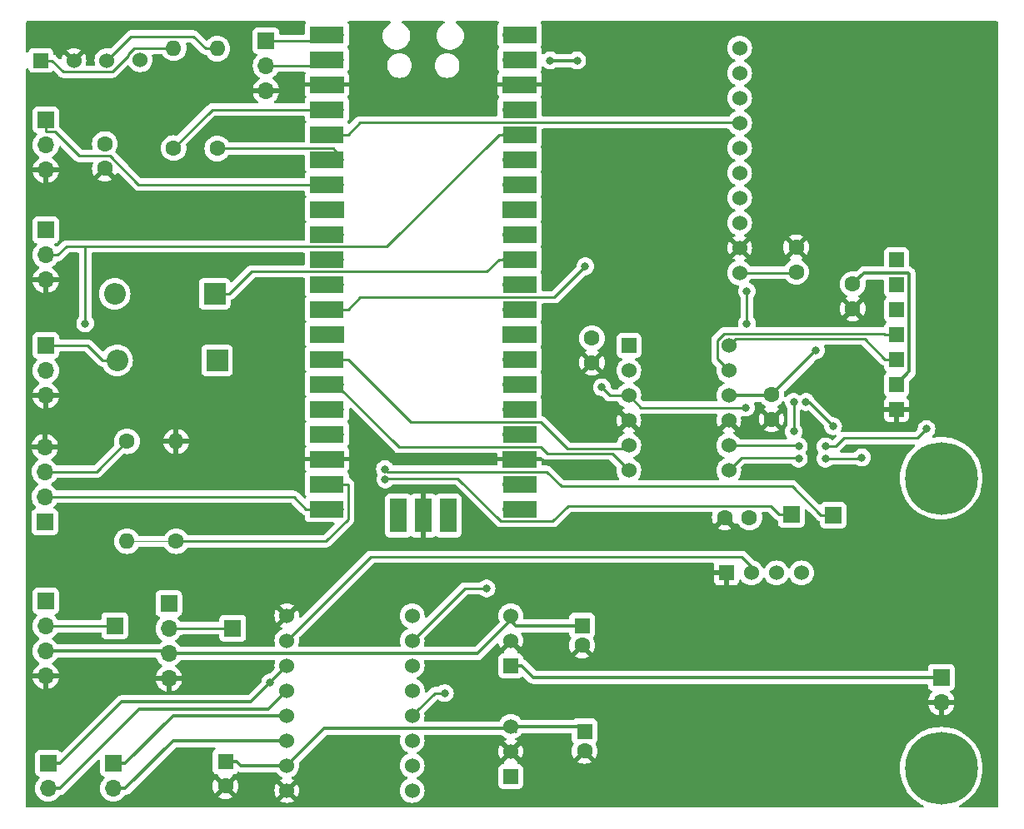
<source format=gbr>
%TF.GenerationSoftware,KiCad,Pcbnew,8.0.7*%
%TF.CreationDate,2025-01-07T22:46:35+01:00*%
%TF.ProjectId,simple-robot,73696d70-6c65-42d7-926f-626f742e6b69,rev?*%
%TF.SameCoordinates,Original*%
%TF.FileFunction,Copper,L1,Top*%
%TF.FilePolarity,Positive*%
%FSLAX46Y46*%
G04 Gerber Fmt 4.6, Leading zero omitted, Abs format (unit mm)*
G04 Created by KiCad (PCBNEW 8.0.7) date 2025-01-07 22:46:35*
%MOMM*%
%LPD*%
G01*
G04 APERTURE LIST*
%TA.AperFunction,ComponentPad*%
%ADD10R,1.524000X1.524000*%
%TD*%
%TA.AperFunction,ComponentPad*%
%ADD11C,1.524000*%
%TD*%
%TA.AperFunction,ComponentPad*%
%ADD12R,1.700000X1.700000*%
%TD*%
%TA.AperFunction,ComponentPad*%
%ADD13O,1.700000X1.700000*%
%TD*%
%TA.AperFunction,ComponentPad*%
%ADD14C,1.600000*%
%TD*%
%TA.AperFunction,ComponentPad*%
%ADD15O,1.600000X1.600000*%
%TD*%
%TA.AperFunction,ComponentPad*%
%ADD16R,1.600000X1.600000*%
%TD*%
%TA.AperFunction,ComponentPad*%
%ADD17R,2.200000X2.200000*%
%TD*%
%TA.AperFunction,ComponentPad*%
%ADD18O,2.200000X2.200000*%
%TD*%
%TA.AperFunction,SMDPad,CuDef*%
%ADD19R,3.500000X1.700000*%
%TD*%
%TA.AperFunction,SMDPad,CuDef*%
%ADD20R,1.700000X3.500000*%
%TD*%
%TA.AperFunction,ComponentPad*%
%ADD21C,7.400000*%
%TD*%
%TA.AperFunction,ViaPad*%
%ADD22C,0.800000*%
%TD*%
%TA.AperFunction,Conductor*%
%ADD23C,0.250000*%
%TD*%
%TA.AperFunction,Conductor*%
%ADD24C,0.350000*%
%TD*%
%TA.AperFunction,Conductor*%
%ADD25C,0.100000*%
%TD*%
G04 APERTURE END LIST*
D10*
%TO.P,OLED1,1,GND*%
%TO.N,GND*%
X126670000Y-114635000D03*
D11*
%TO.P,OLED1,2,VCC*%
%TO.N,Net-(IMU1-VCC)*%
X129210000Y-114635000D03*
%TO.P,OLED1,3,SCL*%
%TO.N,Net-(IMU1-SCL)*%
X131750000Y-114635000D03*
%TO.P,OLED1,4,SDA*%
%TO.N,Net-(IMU1-SDA)*%
X134290000Y-114635000D03*
%TD*%
D12*
%TO.P,ENCA1,1,Pin_1*%
%TO.N,Net-(ENCA1-Pin_1)*%
X57500000Y-117500000D03*
D13*
%TO.P,ENCA1,2,Pin_2*%
%TO.N,Net-(ENCA1-Pin_2)*%
X57500000Y-120040000D03*
%TO.P,ENCA1,3,Pin_3*%
%TO.N,Net-(ENCA1-Pin_3)*%
X57500000Y-122580000D03*
%TO.P,ENCA1,4,Pin_4*%
%TO.N,GND*%
X57500000Y-125120000D03*
%TD*%
D10*
%TO.P,R1,1,GND*%
%TO.N,GND*%
X143940000Y-98000000D03*
%TO.P,R1,2,5V*%
%TO.N,Net-(ENCA1-Pin_3)*%
X143940000Y-95460000D03*
%TO.P,R1,3,D0*%
%TO.N,Net-(LS_1-HV1)*%
X143940000Y-92920000D03*
%TO.P,R1,4,D1*%
%TO.N,Net-(LS_1-HV2)*%
X143940000Y-90380000D03*
%TO.P,R1,5,D2*%
%TO.N,Net-(LS_1-HV3)*%
X143940000Y-87840000D03*
%TO.P,R1,6,D3*%
%TO.N,Net-(LS_1-HV4)*%
X143940000Y-85300000D03*
%TO.P,R1,7,UT*%
%TO.N,unconnected-(R1-UT-Pad7)*%
X143940000Y-82760000D03*
%TD*%
D14*
%TO.P,C8,1*%
%TO.N,Net-(ENCA1-Pin_3)*%
X131250000Y-96500000D03*
%TO.P,C8,2*%
%TO.N,GND*%
X131250000Y-99000000D03*
%TD*%
%TO.P,R5,1*%
%TO.N,Net-(U1-GPIO14)*%
X70750000Y-111410000D03*
D15*
%TO.P,R5,2*%
%TO.N,GND*%
X70750000Y-101250000D03*
%TD*%
D12*
%TO.P,J2,1,Pin_1*%
%TO.N,Net-(J2-Pin_1)*%
X79880000Y-60500000D03*
D13*
%TO.P,J2,2,Pin_2*%
%TO.N,Net-(J2-Pin_2)*%
X79880000Y-63040000D03*
%TO.P,J2,3,Pin_3*%
%TO.N,GND*%
X79880000Y-65580000D03*
%TD*%
D10*
%TO.P,S5V1,1,VIN*%
%TO.N,+3V8*%
X104750000Y-124080000D03*
D11*
%TO.P,S5V1,2,GND*%
%TO.N,GND*%
X104750000Y-121540000D03*
%TO.P,S5V1,3,VOUT*%
%TO.N,Net-(ENCA1-Pin_3)*%
X104750000Y-119000000D03*
%TD*%
D12*
%TO.P,TP1,1,Pin_1*%
%TO.N,Net-(IMU1-SCL)*%
X133250000Y-108670000D03*
%TD*%
D10*
%TO.P,S6V1,1,VIN*%
%TO.N,+3V8*%
X104750000Y-135340000D03*
D11*
%TO.P,S6V1,2,GND*%
%TO.N,GND*%
X104750000Y-132800000D03*
%TO.P,S6V1,3,VOUT*%
%TO.N,Net-(MD1-VMOT)*%
X104750000Y-130260000D03*
%TD*%
D14*
%TO.P,C5,2*%
%TO.N,Net-(ENCA1-Pin_3)*%
X139500000Y-85250000D03*
%TO.P,C5,1*%
%TO.N,GND*%
X139500000Y-87750000D03*
%TD*%
D16*
%TO.P,C2,1*%
%TO.N,Net-(ENCA1-Pin_3)*%
X112000000Y-120000000D03*
D14*
%TO.P,C2,2*%
%TO.N,GND*%
X112000000Y-122000000D03*
%TD*%
D12*
%TO.P,J3,1,Pin_1*%
%TO.N,Net-(D2-A)*%
X57500000Y-79750000D03*
D13*
%TO.P,J3,2,Pin_2*%
%TO.N,Net-(IMU1-VCC)*%
X57500000Y-82290000D03*
%TO.P,J3,3,Pin_3*%
%TO.N,GND*%
X57500000Y-84830000D03*
%TD*%
D14*
%TO.P,C7,1*%
%TO.N,Net-(IMU1-VCC)*%
X113000000Y-90750000D03*
%TO.P,C7,2*%
%TO.N,GND*%
X113000000Y-93250000D03*
%TD*%
D12*
%TO.P,J4,1,Pin_1*%
%TO.N,Net-(J4-Pin_1)*%
X57500000Y-68550000D03*
D13*
%TO.P,J4,2,Pin_2*%
%TO.N,Net-(ENCA1-Pin_3)*%
X57500000Y-71090000D03*
%TO.P,J4,3,Pin_3*%
%TO.N,GND*%
X57500000Y-73630000D03*
%TD*%
D12*
%TO.P,ENCB1,1,Pin_1*%
%TO.N,Net-(ENCB1-Pin_1)*%
X70000000Y-117750000D03*
D13*
%TO.P,ENCB1,2,Pin_2*%
%TO.N,Net-(ENCB1-Pin_2)*%
X70000000Y-120290000D03*
%TO.P,ENCB1,3,Pin_3*%
%TO.N,Net-(ENCA1-Pin_3)*%
X70000000Y-122830000D03*
%TO.P,ENCB1,4,Pin_4*%
%TO.N,GND*%
X70000000Y-125370000D03*
%TD*%
D16*
%TO.P,C3,1*%
%TO.N,Net-(MD1-VMOT)*%
X112250000Y-130750000D03*
D14*
%TO.P,C3,2*%
%TO.N,GND*%
X112250000Y-132750000D03*
%TD*%
D17*
%TO.P,D1,1,K*%
%TO.N,Net-(D1-K)*%
X74910000Y-93000000D03*
D18*
%TO.P,D1,2,A*%
%TO.N,Net-(D1-A)*%
X64750000Y-93000000D03*
%TD*%
D14*
%TO.P,C9,1*%
%TO.N,Net-(ENCA1-Pin_3)*%
X63500000Y-71000000D03*
%TO.P,C9,2*%
%TO.N,GND*%
X63500000Y-73500000D03*
%TD*%
%TO.P,R4,1*%
%TO.N,Net-(HC-SRo4-Pin_3)*%
X65750000Y-101250000D03*
D15*
%TO.P,R4,2*%
%TO.N,Net-(U1-GPIO14)*%
X65750000Y-111410000D03*
%TD*%
D12*
%TO.P,TP2,1,Pin_1*%
%TO.N,Net-(IMU1-SDA)*%
X137500000Y-108750000D03*
%TD*%
D11*
%TO.P,IMU1,1,VCC*%
%TO.N,Net-(IMU1-VCC)*%
X128000000Y-84110000D03*
%TO.P,IMU1,2,GND*%
%TO.N,GND*%
X128000000Y-81570000D03*
%TO.P,IMU1,3,SCL*%
%TO.N,Net-(IMU1-SCL)*%
X128000000Y-79030000D03*
%TO.P,IMU1,4,SDA*%
%TO.N,Net-(IMU1-SDA)*%
X128000000Y-76490000D03*
%TO.P,IMU1,5,EDA*%
%TO.N,unconnected-(IMU1-EDA-Pad5)*%
X128000000Y-73950000D03*
%TO.P,IMU1,6,ECL*%
%TO.N,unconnected-(IMU1-ECL-Pad6)*%
X128000000Y-71410000D03*
%TO.P,IMU1,7,ADD*%
%TO.N,Net-(IMU1-ADD)*%
X128000000Y-68870000D03*
%TO.P,IMU1,8,INT*%
%TO.N,Net-(IMU1-INT)*%
X128000000Y-66330000D03*
%TO.P,IMU1,9,NCS*%
%TO.N,unconnected-(IMU1-NCS-Pad9)*%
X128000000Y-63790000D03*
%TO.P,IMU1,10,FSYNC*%
%TO.N,unconnected-(IMU1-FSYNC-Pad10)*%
X128000000Y-61250000D03*
%TD*%
D12*
%TO.P,J1,1,Pin_1*%
%TO.N,Net-(D1-A)*%
X57500000Y-91500000D03*
D13*
%TO.P,J1,2,Pin_2*%
%TO.N,Net-(IMU1-VCC)*%
X57500000Y-94040000D03*
%TO.P,J1,3,Pin_3*%
%TO.N,GND*%
X57500000Y-96580000D03*
%TD*%
%TO.P,U1,1,GPIO0*%
%TO.N,Net-(J2-Pin_1)*%
X86970000Y-59870000D03*
D19*
X86070000Y-59870000D03*
D13*
%TO.P,U1,2,GPIO1*%
%TO.N,Net-(J2-Pin_2)*%
X86970000Y-62410000D03*
D19*
X86070000Y-62410000D03*
D12*
%TO.P,U1,3,GND*%
%TO.N,GND*%
X86970000Y-64950000D03*
D19*
X86070000Y-64950000D03*
D13*
%TO.P,U1,4,GPIO2*%
%TO.N,Net-(U1-GPIO2)*%
X86970000Y-67490000D03*
D19*
X86070000Y-67490000D03*
D13*
%TO.P,U1,5,GPIO3*%
%TO.N,Net-(IMU1-ADD)*%
X86970000Y-70030000D03*
D19*
X86070000Y-70030000D03*
D13*
%TO.P,U1,6,GPIO4*%
%TO.N,Net-(U1-GPIO4)*%
X86970000Y-72570000D03*
D19*
X86070000Y-72570000D03*
D13*
%TO.P,U1,7,GPIO5*%
%TO.N,Net-(J4-Pin_1)*%
X86970000Y-75110000D03*
D19*
X86070000Y-75110000D03*
D12*
%TO.P,U1,8,GND*%
%TO.N,unconnected-(U1-GND-Pad8)_1*%
X86970000Y-77650000D03*
D19*
%TO.N,unconnected-(U1-GND-Pad8)*%
X86070000Y-77650000D03*
D13*
%TO.P,U1,9,GPIO6*%
%TO.N,unconnected-(U1-GPIO6-Pad9)*%
X86970000Y-80190000D03*
D19*
%TO.N,unconnected-(U1-GPIO6-Pad9)_1*%
X86070000Y-80190000D03*
D13*
%TO.P,U1,10,GPIO7*%
%TO.N,Net-(ENCA1-Pin_2)*%
X86970000Y-82730000D03*
D19*
X86070000Y-82730000D03*
D13*
%TO.P,U1,11,GPIO8*%
%TO.N,Net-(ENCB1-Pin_2)*%
X86970000Y-85270000D03*
D19*
X86070000Y-85270000D03*
D13*
%TO.P,U1,12,GPIO9*%
%TO.N,Net-(IMU1-INT)*%
X86970000Y-87810000D03*
D19*
X86070000Y-87810000D03*
D12*
%TO.P,U1,13,GND*%
%TO.N,unconnected-(U1-GND-Pad13)_1*%
X86970000Y-90350000D03*
D19*
%TO.N,unconnected-(U1-GND-Pad13)*%
X86070000Y-90350000D03*
D13*
%TO.P,U1,14,GPIO10*%
%TO.N,Net-(LS_1-LV3)*%
X86970000Y-92890000D03*
D19*
X86070000Y-92890000D03*
D13*
%TO.P,U1,15,GPIO11*%
%TO.N,Net-(LS_1-LV4)*%
X86970000Y-95430000D03*
D19*
X86070000Y-95430000D03*
D13*
%TO.P,U1,16,GPIO12*%
%TO.N,Net-(IMU1-SDA)*%
X86970000Y-97970000D03*
D19*
X86070000Y-97970000D03*
D13*
%TO.P,U1,17,GPIO13*%
%TO.N,Net-(IMU1-SCL)*%
X86970000Y-100510000D03*
D19*
X86070000Y-100510000D03*
D12*
%TO.P,U1,18,GND*%
%TO.N,GND*%
X86970000Y-103050000D03*
D19*
X86070000Y-103050000D03*
D13*
%TO.P,U1,19,GPIO14*%
%TO.N,Net-(U1-GPIO14)*%
X86970000Y-105590000D03*
D19*
X86070000Y-105590000D03*
D13*
%TO.P,U1,20,GPIO15*%
%TO.N,Net-(HC-SRo4-Pin_2)*%
X86970000Y-108130000D03*
D19*
X86070000Y-108130000D03*
D13*
%TO.P,U1,21,GPIO16*%
%TO.N,Net-(LS_1-LV1)*%
X104750000Y-108130000D03*
D19*
X105650000Y-108130000D03*
D13*
%TO.P,U1,22,GPIO17*%
%TO.N,Net-(LS_1-LV2)*%
X104750000Y-105590000D03*
D19*
X105650000Y-105590000D03*
D12*
%TO.P,U1,23,GND*%
%TO.N,GND*%
X104750000Y-103050000D03*
D19*
X105650000Y-103050000D03*
D13*
%TO.P,U1,24,GPIO18*%
%TO.N,Net-(MD1-BIN2)*%
X104750000Y-100510000D03*
D19*
X105650000Y-100510000D03*
D13*
%TO.P,U1,25,GPIO19*%
%TO.N,Net-(MD1-BIN1)*%
X104750000Y-97970000D03*
D19*
X105650000Y-97970000D03*
D13*
%TO.P,U1,26,GPIO20*%
%TO.N,Net-(MD1-AIN2)*%
X104750000Y-95430000D03*
D19*
X105650000Y-95430000D03*
D13*
%TO.P,U1,27,GPIO21*%
%TO.N,Net-(MD1-AIN1)*%
X104750000Y-92890000D03*
D19*
X105650000Y-92890000D03*
D12*
%TO.P,U1,28,GND*%
%TO.N,unconnected-(U1-GND-Pad28)*%
X104750000Y-90350000D03*
D19*
%TO.N,unconnected-(U1-GND-Pad28)_1*%
X105650000Y-90350000D03*
D13*
%TO.P,U1,29,GPIO22*%
%TO.N,Net-(MD1-STBY)*%
X104750000Y-87810000D03*
D19*
X105650000Y-87810000D03*
D13*
%TO.P,U1,30,RUN*%
%TO.N,unconnected-(U1-RUN-Pad30)*%
X104750000Y-85270000D03*
D19*
%TO.N,unconnected-(U1-RUN-Pad30)_1*%
X105650000Y-85270000D03*
D13*
%TO.P,U1,31,GPIO26_ADC0*%
%TO.N,Net-(D1-K)*%
X104750000Y-82730000D03*
D19*
X105650000Y-82730000D03*
D13*
%TO.P,U1,32,GPIO27_ADC1*%
%TO.N,Net-(MD1-PWMB)*%
X104750000Y-80190000D03*
D19*
X105650000Y-80190000D03*
D12*
%TO.P,U1,33,AGND*%
%TO.N,unconnected-(U1-AGND-Pad33)_1*%
X104750000Y-77650000D03*
D19*
%TO.N,unconnected-(U1-AGND-Pad33)*%
X105650000Y-77650000D03*
D13*
%TO.P,U1,34,GPIO28_ADC2*%
%TO.N,Net-(MD1-PWMA)*%
X104750000Y-75110000D03*
D19*
X105650000Y-75110000D03*
D13*
%TO.P,U1,35,ADC_VREF*%
%TO.N,unconnected-(U1-ADC_VREF-Pad35)*%
X104750000Y-72570000D03*
D19*
%TO.N,unconnected-(U1-ADC_VREF-Pad35)_1*%
X105650000Y-72570000D03*
D13*
%TO.P,U1,36,3V3*%
%TO.N,Net-(IMU1-VCC)*%
X104750000Y-70030000D03*
D19*
X105650000Y-70030000D03*
D13*
%TO.P,U1,37,3V3_EN*%
%TO.N,unconnected-(U1-3V3_EN-Pad37)_1*%
X104750000Y-67490000D03*
D19*
%TO.N,unconnected-(U1-3V3_EN-Pad37)*%
X105650000Y-67490000D03*
D12*
%TO.P,U1,38,GND*%
%TO.N,GND*%
X104750000Y-64950000D03*
D19*
X105650000Y-64950000D03*
D13*
%TO.P,U1,39,VSYS*%
%TO.N,+3V8*%
X104750000Y-62410000D03*
D19*
X105650000Y-62410000D03*
D13*
%TO.P,U1,40,VBUS*%
%TO.N,unconnected-(U1-VBUS-Pad40)*%
X104750000Y-59870000D03*
D19*
%TO.N,unconnected-(U1-VBUS-Pad40)_1*%
X105650000Y-59870000D03*
D13*
%TO.P,U1,41,SWCLK*%
%TO.N,unconnected-(U1-SWCLK-Pad41)_1*%
X93320000Y-107900000D03*
D20*
%TO.N,unconnected-(U1-SWCLK-Pad41)*%
X93320000Y-108800000D03*
D12*
%TO.P,U1,42,GND*%
%TO.N,GND*%
X95860000Y-107900000D03*
D20*
X95860000Y-108800000D03*
D13*
%TO.P,U1,43,SWDIO*%
%TO.N,unconnected-(U1-SWDIO-Pad43)_1*%
X98400000Y-107900000D03*
D20*
%TO.N,unconnected-(U1-SWDIO-Pad43)*%
X98400000Y-108800000D03*
%TD*%
D16*
%TO.P,C1,1*%
%TO.N,Net-(MD1-VMOT)*%
X75750000Y-133817600D03*
D14*
%TO.P,C1,2*%
%TO.N,GND*%
X75750000Y-136317600D03*
%TD*%
D10*
%TO.P,D3,1,RK*%
%TO.N,Net-(D3-RK)*%
X57000000Y-62500000D03*
D11*
%TO.P,D3,2,A*%
%TO.N,GND*%
X60360000Y-62500000D03*
%TO.P,D3,3,GK*%
%TO.N,Net-(D3-GK)*%
X63720000Y-62500000D03*
%TO.P,D3,4,BK*%
%TO.N,unconnected-(D3-BK-Pad4)*%
X67080000Y-62420000D03*
%TD*%
D21*
%TO.P,REF-MNT,1*%
%TO.N,N/C*%
X148500000Y-105000000D03*
%TD*%
%TO.P,REF\u002A\u002A,1*%
%TO.N,N/C*%
X148500000Y-134500000D03*
%TD*%
D12*
%TO.P,TP3,1,Pin_1*%
%TO.N,Net-(ENCA1-Pin_2)*%
X64500000Y-120000000D03*
%TD*%
%TO.P,BATT1,1,BAT+*%
%TO.N,+3V8*%
X148500000Y-125250000D03*
D13*
%TO.P,BATT1,2,BAT-*%
%TO.N,GND*%
X148500000Y-127790000D03*
%TD*%
D14*
%TO.P,R3,1*%
%TO.N,Net-(U1-GPIO4)*%
X74922000Y-71460000D03*
D15*
%TO.P,R3,2*%
%TO.N,Net-(D3-GK)*%
X74922000Y-61300000D03*
%TD*%
D14*
%TO.P,C4,1*%
%TO.N,GND*%
X133750000Y-81500000D03*
%TO.P,C4,2*%
%TO.N,Net-(IMU1-VCC)*%
X133750000Y-84000000D03*
%TD*%
D12*
%TO.P,MOTB1,1,Pin_1*%
%TO.N,Net-(MD1-B02)*%
X64362500Y-134000000D03*
D13*
%TO.P,MOTB1,2,Pin_2*%
%TO.N,Net-(MD1-B01)*%
X64362500Y-136540000D03*
%TD*%
D10*
%TO.P,LS_1,1,LV1*%
%TO.N,Net-(LS_1-LV1)*%
X116750000Y-91500000D03*
D11*
%TO.P,LS_1,2,LV2*%
%TO.N,Net-(LS_1-LV2)*%
X116750000Y-94040000D03*
%TO.P,LS_1,3,LV*%
%TO.N,Net-(IMU1-VCC)*%
X116750000Y-96580000D03*
%TO.P,LS_1,4,GND*%
%TO.N,GND*%
X116750000Y-99120000D03*
%TO.P,LS_1,5,LV3*%
%TO.N,Net-(LS_1-LV3)*%
X116750000Y-101660000D03*
%TO.P,LS_1,6,LV4*%
%TO.N,Net-(LS_1-LV4)*%
X116750000Y-104200000D03*
%TO.P,LS_1,7,HV1*%
%TO.N,Net-(LS_1-HV1)*%
X126910000Y-91500000D03*
%TO.P,LS_1,8,HV2*%
%TO.N,Net-(LS_1-HV2)*%
X126910000Y-94040000D03*
%TO.P,LS_1,9,HV*%
%TO.N,Net-(ENCA1-Pin_3)*%
X126910000Y-96580000D03*
%TO.P,LS_1,10,GND*%
%TO.N,GND*%
X126910000Y-99120000D03*
%TO.P,LS_1,11,HV3*%
%TO.N,Net-(LS_1-HV3)*%
X126910000Y-101660000D03*
%TO.P,LS_1,12,HV4*%
%TO.N,Net-(LS_1-HV4)*%
X126910000Y-104200000D03*
%TD*%
D12*
%TO.P,HC-SRo4,1,Pin_1*%
%TO.N,Net-(ENCA1-Pin_3)*%
X57400000Y-109430000D03*
D13*
%TO.P,HC-SRo4,2,Pin_2*%
%TO.N,Net-(HC-SRo4-Pin_2)*%
X57400000Y-106890000D03*
%TO.P,HC-SRo4,3,Pin_3*%
%TO.N,Net-(HC-SRo4-Pin_3)*%
X57400000Y-104350000D03*
%TO.P,HC-SRo4,4,Pin_4*%
%TO.N,GND*%
X57400000Y-101810000D03*
%TD*%
D17*
%TO.P,D2,1,K*%
%TO.N,Net-(D1-K)*%
X74660000Y-86250000D03*
D18*
%TO.P,D2,2,A*%
%TO.N,Net-(D2-A)*%
X64500000Y-86250000D03*
%TD*%
D12*
%TO.P,TP4,1,Pin_1*%
%TO.N,Net-(ENCB1-Pin_2)*%
X76500000Y-120250000D03*
%TD*%
D14*
%TO.P,C6,1*%
%TO.N,GND*%
X126500000Y-109000000D03*
%TO.P,C6,2*%
%TO.N,Net-(IMU1-VCC)*%
X129000000Y-109000000D03*
%TD*%
D11*
%TO.P,MD1,1,GND*%
%TO.N,GND*%
X82000000Y-119000011D03*
%TO.P,MD1,2,VCC*%
%TO.N,Net-(IMU1-VCC)*%
X82000000Y-121537153D03*
%TO.P,MD1,3,A01*%
%TO.N,Net-(MD1-A01)*%
X82000000Y-124074295D03*
%TO.P,MD1,4,A02*%
%TO.N,Net-(MD1-A02)*%
X82000000Y-126611437D03*
%TO.P,MD1,5,B02*%
%TO.N,Net-(MD1-B02)*%
X82000000Y-129148579D03*
%TO.P,MD1,6,B01*%
%TO.N,Net-(MD1-B01)*%
X82000000Y-131685721D03*
%TO.P,MD1,7,VMOT*%
%TO.N,Net-(MD1-VMOT)*%
X82000000Y-134222863D03*
%TO.P,MD1,8,GND*%
%TO.N,GND*%
X82000000Y-136760011D03*
%TO.P,MD1,9,PWMA*%
%TO.N,Net-(MD1-PWMA)*%
X94730000Y-119000011D03*
%TO.P,MD1,10,AIN2*%
%TO.N,Net-(MD1-AIN2)*%
X94730000Y-121537153D03*
%TO.P,MD1,11,AIN1*%
%TO.N,Net-(MD1-AIN1)*%
X94730000Y-124074295D03*
%TO.P,MD1,12,STBY*%
%TO.N,Net-(MD1-STBY)*%
X94730000Y-126611437D03*
%TO.P,MD1,13,BIN1*%
%TO.N,Net-(MD1-BIN1)*%
X94730000Y-129148579D03*
%TO.P,MD1,14,BIN2*%
%TO.N,Net-(MD1-BIN2)*%
X94730000Y-131685721D03*
%TO.P,MD1,15,PWMB*%
%TO.N,Net-(MD1-PWMB)*%
X94730000Y-134222863D03*
%TO.P,MD1,16,GND*%
%TO.N,unconnected-(MD1-GND-Pad16)*%
X94730000Y-136760011D03*
%TD*%
D12*
%TO.P,MOTA1,1,Pin_1*%
%TO.N,Net-(MD1-A01)*%
X57750000Y-134000000D03*
D13*
%TO.P,MOTA1,2,Pin_2*%
%TO.N,Net-(MD1-A02)*%
X57750000Y-136540000D03*
%TD*%
D14*
%TO.P,R2,1*%
%TO.N,Net-(U1-GPIO2)*%
X70500000Y-71410000D03*
D15*
%TO.P,R2,2*%
%TO.N,Net-(D3-RK)*%
X70500000Y-61250000D03*
%TD*%
D22*
%TO.N,+3V8*%
X108750000Y-62500000D03*
X111500000Y-62500000D03*
%TO.N,Net-(IMU1-SDA)*%
X134750000Y-97250000D03*
X137500000Y-99711600D03*
%TO.N,Net-(IMU1-SCL)*%
X133500000Y-100250000D03*
X133500000Y-97250000D03*
%TO.N,Net-(IMU1-VCC)*%
X128750000Y-86000000D03*
X128750000Y-89250000D03*
%TO.N,Net-(LS_1-HV4)*%
X136725000Y-103000000D03*
X134025000Y-103000000D03*
%TO.N,Net-(LS_1-HV3)*%
X136725000Y-101750000D03*
X134025000Y-101750000D03*
%TO.N,Net-(ENCA1-Pin_3)*%
X135750000Y-92000000D03*
%TO.N,Net-(IMU1-VCC)*%
X61500000Y-89250000D03*
X114000000Y-95750000D03*
X128635000Y-97824800D03*
%TO.N,Net-(IMU1-SDA)*%
X91974699Y-104075303D03*
%TO.N,Net-(IMU1-SCL)*%
X92000000Y-105125000D03*
%TO.N,Net-(MD1-BIN1)*%
X98045200Y-126862000D03*
%TO.N,Net-(MD1-AIN2)*%
X102292000Y-116209000D03*
%TO.N,Net-(MD1-A01)*%
X80285600Y-125788500D03*
%TO.N,Net-(LS_1-HV3)*%
X147000000Y-100000000D03*
%TO.N,Net-(LS_1-HV4)*%
X140416200Y-102889100D03*
%TO.N,Net-(IMU1-INT)*%
X112325000Y-83447500D03*
%TD*%
D23*
%TO.N,Net-(IMU1-VCC)*%
X129210000Y-114000000D02*
X128210000Y-113000000D01*
X128210000Y-113000000D02*
X90537600Y-113000000D01*
X90537600Y-113000000D02*
X82800100Y-120737500D01*
D24*
%TO.N,+3V8*%
X111500000Y-62500000D02*
X108750000Y-62500000D01*
D23*
%TO.N,Net-(IMU1-SDA)*%
X134750000Y-97250000D02*
X135038400Y-97250000D01*
X135038400Y-97250000D02*
X137500000Y-99711600D01*
%TO.N,Net-(IMU1-SCL)*%
X133500000Y-97250000D02*
X133500000Y-100250000D01*
%TO.N,Net-(IMU1-VCC)*%
X128750000Y-89250000D02*
X128750000Y-86000000D01*
%TO.N,Net-(LS_1-HV4)*%
X128220900Y-102889100D02*
X133914100Y-102889100D01*
X133914100Y-102889100D02*
X134025000Y-103000000D01*
X140305300Y-103000000D02*
X140416200Y-102889100D01*
X136725000Y-103000000D02*
X140305300Y-103000000D01*
%TO.N,Net-(LS_1-HV3)*%
X126910000Y-101660000D02*
X133935000Y-101660000D01*
X133935000Y-101660000D02*
X134025000Y-101750000D01*
X136725000Y-101750000D02*
X137754600Y-101750000D01*
X137754600Y-101750000D02*
X138579600Y-100925000D01*
X138579600Y-100925000D02*
X146075000Y-100925000D01*
X146075000Y-100925000D02*
X147000000Y-100000000D01*
D24*
%TO.N,Net-(ENCA1-Pin_3)*%
X139500000Y-85250000D02*
X140637000Y-84113000D01*
X140637000Y-84113000D02*
X145127000Y-84113000D01*
X145127000Y-84113000D02*
X145250000Y-84236000D01*
X145250000Y-84236000D02*
X145250000Y-94150000D01*
X145250000Y-94150000D02*
X143940000Y-95460000D01*
X135000000Y-92750000D02*
X135750000Y-92000000D01*
D25*
%TO.N,Net-(J2-Pin_2)*%
X86340000Y-63040000D02*
X86970000Y-63040000D01*
D23*
X80750000Y-63040000D02*
X86340000Y-63040000D01*
X80750000Y-63040000D02*
X79880000Y-63040000D01*
X86340000Y-63040000D02*
X86970000Y-62410000D01*
D25*
%TO.N,Net-(J2-Pin_1)*%
X86340000Y-60500000D02*
X86970000Y-60500000D01*
D23*
X80750000Y-60500000D02*
X86340000Y-60500000D01*
X86340000Y-60500000D02*
X86970000Y-59870000D01*
X80750000Y-60500000D02*
X79880000Y-60500000D01*
%TO.N,Net-(IMU1-VCC)*%
X128000000Y-84110000D02*
X133640000Y-84110000D01*
X103523000Y-70030000D02*
X104750000Y-70030000D01*
X58726700Y-82290000D02*
X59594100Y-81422600D01*
X82800100Y-120737500D02*
X82000500Y-121537000D01*
X82800100Y-120737500D02*
X82799600Y-120737500D01*
X133640000Y-84110000D02*
X133750000Y-84000000D01*
X116750000Y-96580000D02*
X114830000Y-96580000D01*
X61500000Y-81422600D02*
X61500000Y-89250000D01*
X114830000Y-96580000D02*
X114000000Y-95750000D01*
X128635000Y-97824800D02*
X117995000Y-97824800D01*
X117995000Y-97824800D02*
X116750000Y-96580000D01*
X61500000Y-81422600D02*
X92130700Y-81422600D01*
X57500000Y-82290000D02*
X58726700Y-82290000D01*
X82799600Y-120737500D02*
X82000000Y-121537100D01*
X59594100Y-81422600D02*
X61500000Y-81422600D01*
X92130700Y-81422600D02*
X103523000Y-70030000D01*
%TO.N,Net-(LS_1-LV4)*%
X93365000Y-101825000D02*
X86970000Y-95430000D01*
X116750000Y-104200000D02*
X115050000Y-102500000D01*
X107775000Y-101825000D02*
X93365000Y-101825000D01*
X115050000Y-102500000D02*
X108450000Y-102500000D01*
X108450000Y-102500000D02*
X107775000Y-101825000D01*
%TO.N,Net-(D1-K)*%
X74660000Y-86250000D02*
X76136700Y-86250000D01*
X102297000Y-83956700D02*
X103523000Y-82730000D01*
X76136700Y-86250000D02*
X78430000Y-83956700D01*
X103523000Y-82730000D02*
X104750000Y-82730000D01*
X78430000Y-83956700D02*
X102297000Y-83956700D01*
D24*
%TO.N,+3V8*%
X148500000Y-125250000D02*
X107058700Y-125250000D01*
X107058700Y-125250000D02*
X105888700Y-124080000D01*
X104750000Y-124080000D02*
X105888700Y-124080000D01*
D23*
%TO.N,Net-(IMU1-SDA)*%
X108400000Y-104350000D02*
X109873000Y-105823000D01*
X133347000Y-105823000D02*
X136273000Y-108750000D01*
X91974699Y-104075303D02*
X92249396Y-104350000D01*
X92249396Y-104350000D02*
X108400000Y-104350000D01*
X109873000Y-105823000D02*
X133347000Y-105823000D01*
X136273000Y-108750000D02*
X137500000Y-108750000D01*
%TO.N,Net-(IMU1-SCL)*%
X132023000Y-108670000D02*
X133250000Y-108670000D01*
X131177000Y-107823000D02*
X132023000Y-108670000D01*
X92000000Y-105125000D02*
X92125000Y-105000000D01*
X110557000Y-107823000D02*
X131177000Y-107823000D01*
X99371000Y-105000000D02*
X103728000Y-109357000D01*
X103728000Y-109357000D02*
X109023000Y-109357000D01*
X109023000Y-109357000D02*
X110557000Y-107823000D01*
X92125000Y-105000000D02*
X99371000Y-105000000D01*
%TO.N,Net-(J4-Pin_1)*%
X58425900Y-69726700D02*
X60899200Y-72200000D01*
X60899200Y-72200000D02*
X64016700Y-72200000D01*
X57500000Y-68500000D02*
X57500000Y-68550000D01*
X64016700Y-72200000D02*
X66926700Y-75110000D01*
X57500000Y-69726700D02*
X58425900Y-69726700D01*
X57500000Y-68550000D02*
X57500000Y-69726700D01*
X66926700Y-75110000D02*
X86970000Y-75110000D01*
%TO.N,Net-(LS_1-LV3)*%
X116410000Y-102000000D02*
X116750000Y-101660000D01*
X94590000Y-99283300D02*
X107783000Y-99283300D01*
X107783000Y-99283300D02*
X110500000Y-102000000D01*
X110500000Y-102000000D02*
X116410000Y-102000000D01*
X88196700Y-92890000D02*
X94590000Y-99283300D01*
X86970000Y-92890000D02*
X88196700Y-92890000D01*
%TO.N,Net-(D1-A)*%
X63273300Y-93000000D02*
X61773300Y-91500000D01*
X64750000Y-93000000D02*
X63273300Y-93000000D01*
X61773300Y-91500000D02*
X57500000Y-91500000D01*
%TO.N,Net-(U1-GPIO2)*%
X74420000Y-67490000D02*
X86970000Y-67490000D01*
X70500000Y-71410000D02*
X74420000Y-67490000D01*
%TO.N,Net-(U1-GPIO4)*%
X86730000Y-71460000D02*
X87007500Y-71737500D01*
X87007500Y-71737500D02*
X86970000Y-71775000D01*
X74922000Y-71460000D02*
X86730000Y-71460000D01*
X87007500Y-71737500D02*
X87285000Y-72015000D01*
X86970000Y-71775000D02*
X86970000Y-72570000D01*
%TO.N,Net-(HC-SRo4-Pin_2)*%
X83943300Y-108130000D02*
X82703300Y-106890000D01*
X86970000Y-108130000D02*
X83943300Y-108130000D01*
X82703300Y-106890000D02*
X57400000Y-106890000D01*
%TO.N,Net-(HC-SRo4-Pin_3)*%
X57400000Y-104350000D02*
X62650000Y-104350000D01*
X62650000Y-104350000D02*
X65750000Y-101250000D01*
D25*
%TO.N,Net-(U1-GPIO14)*%
X65750000Y-111410000D02*
X70750000Y-111410000D01*
D23*
X86970000Y-105590000D02*
X88196700Y-105590000D01*
X85981800Y-111410000D02*
X70750000Y-111410000D01*
X88196700Y-105590000D02*
X88196700Y-109195000D01*
X88196700Y-109195000D02*
X85981800Y-111410000D01*
%TO.N,Net-(D3-RK)*%
X66517600Y-61250000D02*
X70500000Y-61250000D01*
X59292400Y-63653700D02*
X64238100Y-63653700D01*
X65876600Y-61891000D02*
X66517600Y-61250000D01*
X65876600Y-62015200D02*
X65876600Y-61891000D01*
X58138700Y-62500000D02*
X59292400Y-63653700D01*
X64238100Y-63653700D02*
X65876600Y-62015200D01*
X57000000Y-62500000D02*
X58138700Y-62500000D01*
%TO.N,Net-(D3-GK)*%
X73745300Y-61300000D02*
X72506900Y-60061600D01*
X66158400Y-60061600D02*
X63720000Y-62500000D01*
X74922000Y-61300000D02*
X73745300Y-61300000D01*
X72506900Y-60061600D02*
X66158400Y-60061600D01*
D24*
%TO.N,Net-(MD1-VMOT)*%
X83650200Y-132572700D02*
X85805900Y-130417000D01*
D23*
X82000000Y-134222900D02*
X82000000Y-134223000D01*
D24*
X75750000Y-133818000D02*
X76926700Y-133818000D01*
X85805900Y-130417000D02*
X99750000Y-130417000D01*
X99750000Y-130417000D02*
X104593000Y-130417000D01*
X76926700Y-133818000D02*
X77332000Y-134223000D01*
X82000000Y-134223000D02*
X83650200Y-132572700D01*
D23*
X77332100Y-134223000D02*
X82000000Y-134223000D01*
D24*
X82000000Y-134223000D02*
X77332100Y-134223000D01*
D23*
X77332000Y-134223000D02*
X77332100Y-134223000D01*
X105240000Y-130750000D02*
X104750000Y-130260000D01*
X111760000Y-130260000D02*
X112250000Y-130750000D01*
X75750000Y-133817600D02*
X75750000Y-133818000D01*
D24*
X104750000Y-130260000D02*
X111760000Y-130260000D01*
%TO.N,Net-(MD1-B01)*%
X81999700Y-131686000D02*
X82000000Y-131685700D01*
X64362500Y-136540000D02*
X65589200Y-136540000D01*
X65589200Y-136540000D02*
X70443500Y-131686000D01*
X70443500Y-131686000D02*
X81999700Y-131686000D01*
%TO.N,Net-(MD1-B02)*%
X65589200Y-134000000D02*
X70440600Y-129149000D01*
X64362500Y-134000000D02*
X65589200Y-134000000D01*
X81999600Y-129149000D02*
X82000000Y-129148600D01*
X70440600Y-129149000D02*
X81999600Y-129149000D01*
D23*
%TO.N,Net-(MD1-BIN1)*%
X94730000Y-129149000D02*
X95306100Y-128573000D01*
X95305700Y-128573000D02*
X94730000Y-129149000D01*
X98045200Y-126862000D02*
X97017100Y-126862000D01*
X95306100Y-128573000D02*
X95305700Y-128573000D01*
X97017100Y-126862000D02*
X95306100Y-128573000D01*
D24*
%TO.N,Net-(MD1-A02)*%
X80111400Y-128500000D02*
X80184000Y-128427400D01*
X80184000Y-128427400D02*
X82000000Y-126611000D01*
X57750000Y-136540000D02*
X58976700Y-136540000D01*
X67016700Y-128500000D02*
X80111400Y-128500000D01*
X58976700Y-136540000D02*
X67016700Y-128500000D01*
X82000000Y-126611400D02*
X80184000Y-128427400D01*
D23*
%TO.N,Net-(MD1-AIN2)*%
X94730000Y-121537000D02*
X94730000Y-121537100D01*
X100058000Y-116209000D02*
X102292000Y-116209000D01*
X94730000Y-121537000D02*
X100058000Y-116209000D01*
D24*
%TO.N,Net-(MD1-A01)*%
X58976700Y-134000000D02*
X65226700Y-127750000D01*
X65226700Y-127750000D02*
X78324300Y-127750000D01*
X78324300Y-127750000D02*
X80285600Y-125788500D01*
X57750000Y-134000000D02*
X58976700Y-134000000D01*
X80285600Y-125788500D02*
X82000000Y-124074000D01*
D23*
%TO.N,Net-(LS_1-HV2)*%
X126440200Y-90267400D02*
X142688700Y-90267400D01*
X125748000Y-92878000D02*
X125748000Y-90959600D01*
X143940000Y-90380000D02*
X142801300Y-90380000D01*
X125748000Y-90959600D02*
X126440200Y-90267400D01*
X142688700Y-90267400D02*
X142801300Y-90380000D01*
X126910000Y-94040000D02*
X125748000Y-92878000D01*
%TO.N,Net-(LS_1-HV4)*%
X128220900Y-102889100D02*
X126910000Y-104200000D01*
%TO.N,Net-(LS_1-HV1)*%
X143940000Y-92920000D02*
X142801300Y-92920000D01*
X127595000Y-90815000D02*
X126910000Y-91500000D01*
X140696300Y-90815000D02*
X127595000Y-90815000D01*
X142801300Y-92920000D02*
X140696300Y-90815000D01*
D24*
%TO.N,Net-(ENCA1-Pin_3)*%
X105284000Y-120000000D02*
X104750000Y-119466000D01*
X70000000Y-122830000D02*
X69750000Y-122580000D01*
X69750000Y-122580000D02*
X57500000Y-122580000D01*
D23*
X104750000Y-119000000D02*
X104750000Y-119466000D01*
D24*
X70000000Y-122830000D02*
X70086000Y-122744000D01*
D23*
X131170000Y-96580000D02*
X131250000Y-96500000D01*
D24*
X112000000Y-120000000D02*
X105284000Y-120000000D01*
X104750000Y-119466000D02*
X101386000Y-122830000D01*
X101386000Y-122830000D02*
X70000000Y-122830000D01*
X126910000Y-96580000D02*
X131170000Y-96580000D01*
D23*
%TO.N,Net-(ENCA1-Pin_2)*%
X64500000Y-120000000D02*
X64460000Y-120040000D01*
X57500000Y-120040000D02*
X64460000Y-120040000D01*
%TO.N,Net-(ENCB1-Pin_2)*%
X71266700Y-120250000D02*
X76500000Y-120250000D01*
X70000000Y-120290000D02*
X71226700Y-120290000D01*
X71226700Y-120290000D02*
X71266700Y-120250000D01*
%TO.N,Net-(IMU1-ADD)*%
X88196700Y-70030000D02*
X89423400Y-68803300D01*
X127933000Y-68803300D02*
X127933300Y-68803300D01*
X86970000Y-70030000D02*
X88196700Y-70030000D01*
X89423400Y-68803300D02*
X127933000Y-68803300D01*
X127933300Y-68803300D02*
X128000000Y-68870000D01*
%TO.N,Net-(IMU1-INT)*%
X109189000Y-86583300D02*
X89423400Y-86583300D01*
X88196700Y-87810000D02*
X86970000Y-87810000D01*
X112325000Y-83447500D02*
X109189000Y-86583300D01*
X89423400Y-86583300D02*
X88196700Y-87810000D01*
D24*
%TO.N,Net-(ENCA1-Pin_3)*%
X131250000Y-96500000D02*
X135000000Y-92750000D01*
%TD*%
%TA.AperFunction,Conductor*%
%TO.N,GND*%
G36*
X83903010Y-58520185D02*
G01*
X83948765Y-58572989D01*
X83958709Y-58642147D01*
X83935237Y-58698810D01*
X83909228Y-58733555D01*
X83876204Y-58777668D01*
X83876202Y-58777671D01*
X83825908Y-58912517D01*
X83820149Y-58966087D01*
X83819500Y-58972127D01*
X83819500Y-59407671D01*
X83819501Y-59750500D01*
X83799817Y-59817539D01*
X83747013Y-59863294D01*
X83695501Y-59874500D01*
X81354499Y-59874500D01*
X81287460Y-59854815D01*
X81241705Y-59802011D01*
X81230499Y-59750500D01*
X81230499Y-59602129D01*
X81230498Y-59602123D01*
X81230497Y-59602116D01*
X81224091Y-59542517D01*
X81222387Y-59537949D01*
X81173797Y-59407671D01*
X81173793Y-59407664D01*
X81087547Y-59292455D01*
X81087544Y-59292452D01*
X80972335Y-59206206D01*
X80972328Y-59206202D01*
X80837482Y-59155908D01*
X80837483Y-59155908D01*
X80777883Y-59149501D01*
X80777881Y-59149500D01*
X80777873Y-59149500D01*
X80777864Y-59149500D01*
X78982129Y-59149500D01*
X78982123Y-59149501D01*
X78922516Y-59155908D01*
X78787671Y-59206202D01*
X78787664Y-59206206D01*
X78672455Y-59292452D01*
X78672452Y-59292455D01*
X78586206Y-59407664D01*
X78586202Y-59407671D01*
X78535908Y-59542517D01*
X78532336Y-59575746D01*
X78529501Y-59602123D01*
X78529500Y-59602135D01*
X78529500Y-61397870D01*
X78529501Y-61397876D01*
X78535908Y-61457483D01*
X78586202Y-61592328D01*
X78586206Y-61592335D01*
X78672452Y-61707544D01*
X78672455Y-61707547D01*
X78787664Y-61793793D01*
X78787671Y-61793797D01*
X78919081Y-61842810D01*
X78975015Y-61884681D01*
X78999432Y-61950145D01*
X78984580Y-62018418D01*
X78963430Y-62046673D01*
X78841503Y-62168600D01*
X78705965Y-62362169D01*
X78705964Y-62362171D01*
X78606098Y-62576335D01*
X78606094Y-62576344D01*
X78544938Y-62804586D01*
X78544936Y-62804596D01*
X78524341Y-63039999D01*
X78524341Y-63040000D01*
X78544936Y-63275403D01*
X78544938Y-63275413D01*
X78606094Y-63503655D01*
X78606096Y-63503659D01*
X78606097Y-63503663D01*
X78684393Y-63671569D01*
X78705965Y-63717830D01*
X78705967Y-63717834D01*
X78756499Y-63790000D01*
X78841505Y-63911401D01*
X79008599Y-64078495D01*
X79193568Y-64208012D01*
X79194594Y-64208730D01*
X79238219Y-64263307D01*
X79245413Y-64332805D01*
X79213890Y-64395160D01*
X79194595Y-64411880D01*
X79008922Y-64541890D01*
X79008920Y-64541891D01*
X78841891Y-64708920D01*
X78841886Y-64708926D01*
X78706400Y-64902420D01*
X78706399Y-64902422D01*
X78606570Y-65116507D01*
X78606567Y-65116513D01*
X78549364Y-65329999D01*
X78549364Y-65330000D01*
X79446988Y-65330000D01*
X79414075Y-65387007D01*
X79380000Y-65514174D01*
X79380000Y-65645826D01*
X79414075Y-65772993D01*
X79446988Y-65830000D01*
X78549364Y-65830000D01*
X78606567Y-66043486D01*
X78606570Y-66043492D01*
X78706399Y-66257578D01*
X78841894Y-66451082D01*
X79008921Y-66618109D01*
X79038650Y-66638926D01*
X79082275Y-66693503D01*
X79089467Y-66763002D01*
X79057944Y-66825356D01*
X78997714Y-66860769D01*
X78967526Y-66864500D01*
X74358389Y-66864500D01*
X74297971Y-66876518D01*
X74254743Y-66885116D01*
X74237546Y-66888537D01*
X74123716Y-66935687D01*
X74123707Y-66935692D01*
X74021268Y-67004140D01*
X73977705Y-67047703D01*
X73934142Y-67091267D01*
X73934139Y-67091270D01*
X70914822Y-70110586D01*
X70853499Y-70144071D01*
X70795049Y-70142680D01*
X70726699Y-70124367D01*
X70726702Y-70124367D01*
X70726692Y-70124365D01*
X70726689Y-70124364D01*
X70726686Y-70124364D01*
X70500001Y-70104532D01*
X70499998Y-70104532D01*
X70273313Y-70124364D01*
X70273302Y-70124366D01*
X70053511Y-70183258D01*
X70053502Y-70183261D01*
X69847267Y-70279431D01*
X69847265Y-70279432D01*
X69660858Y-70409954D01*
X69499954Y-70570858D01*
X69369432Y-70757265D01*
X69369431Y-70757267D01*
X69273261Y-70963502D01*
X69273258Y-70963511D01*
X69214366Y-71183302D01*
X69214364Y-71183313D01*
X69194532Y-71409998D01*
X69194532Y-71410001D01*
X69214364Y-71636686D01*
X69214366Y-71636697D01*
X69273258Y-71856488D01*
X69273261Y-71856497D01*
X69369431Y-72062732D01*
X69369432Y-72062734D01*
X69499954Y-72249141D01*
X69660858Y-72410045D01*
X69660861Y-72410047D01*
X69847266Y-72540568D01*
X70053504Y-72636739D01*
X70273308Y-72695635D01*
X70435230Y-72709801D01*
X70499998Y-72715468D01*
X70500000Y-72715468D01*
X70500002Y-72715468D01*
X70556673Y-72710509D01*
X70726692Y-72695635D01*
X70946496Y-72636739D01*
X71152734Y-72540568D01*
X71339139Y-72410047D01*
X71500047Y-72249139D01*
X71630568Y-72062734D01*
X71726739Y-71856496D01*
X71785635Y-71636692D01*
X71802634Y-71442384D01*
X71805468Y-71410001D01*
X71805468Y-71409998D01*
X71789431Y-71226697D01*
X71785635Y-71183308D01*
X71767318Y-71114947D01*
X71768981Y-71045101D01*
X71799410Y-70995178D01*
X74642771Y-68151819D01*
X74704094Y-68118334D01*
X74730452Y-68115500D01*
X83695501Y-68115500D01*
X83762540Y-68135185D01*
X83808295Y-68187989D01*
X83819501Y-68239500D01*
X83819501Y-68387876D01*
X83825908Y-68447483D01*
X83876202Y-68582328D01*
X83876203Y-68582330D01*
X83953578Y-68685689D01*
X83977995Y-68751153D01*
X83963144Y-68819426D01*
X83953578Y-68834311D01*
X83876203Y-68937669D01*
X83876202Y-68937671D01*
X83825908Y-69072517D01*
X83819501Y-69132116D01*
X83819500Y-69132127D01*
X83819500Y-69967535D01*
X83819501Y-70710500D01*
X83799816Y-70777539D01*
X83747013Y-70823294D01*
X83695501Y-70834500D01*
X76136188Y-70834500D01*
X76069149Y-70814815D01*
X76034613Y-70781623D01*
X75922045Y-70620858D01*
X75761141Y-70459954D01*
X75574734Y-70329432D01*
X75574732Y-70329431D01*
X75368497Y-70233261D01*
X75368488Y-70233258D01*
X75148697Y-70174366D01*
X75148693Y-70174365D01*
X75148692Y-70174365D01*
X75148691Y-70174364D01*
X75148686Y-70174364D01*
X74922002Y-70154532D01*
X74921998Y-70154532D01*
X74695313Y-70174364D01*
X74695302Y-70174366D01*
X74475511Y-70233258D01*
X74475502Y-70233261D01*
X74269267Y-70329431D01*
X74269265Y-70329432D01*
X74082858Y-70459954D01*
X73921954Y-70620858D01*
X73791432Y-70807265D01*
X73791431Y-70807267D01*
X73695261Y-71013502D01*
X73695258Y-71013511D01*
X73636366Y-71233302D01*
X73636364Y-71233313D01*
X73616532Y-71459998D01*
X73616532Y-71460001D01*
X73636364Y-71686686D01*
X73636366Y-71686697D01*
X73695258Y-71906488D01*
X73695261Y-71906497D01*
X73791431Y-72112732D01*
X73791432Y-72112734D01*
X73921954Y-72299141D01*
X74082858Y-72460045D01*
X74082861Y-72460047D01*
X74269266Y-72590568D01*
X74475504Y-72686739D01*
X74695308Y-72745635D01*
X74847156Y-72758920D01*
X74921998Y-72765468D01*
X74922000Y-72765468D01*
X74922002Y-72765468D01*
X74978673Y-72760509D01*
X75148692Y-72745635D01*
X75368496Y-72686739D01*
X75574734Y-72590568D01*
X75761139Y-72460047D01*
X75922047Y-72299139D01*
X76000681Y-72186836D01*
X76034613Y-72138377D01*
X76089189Y-72094752D01*
X76136188Y-72085500D01*
X83695500Y-72085500D01*
X83762539Y-72105185D01*
X83808294Y-72157989D01*
X83819500Y-72209500D01*
X83819500Y-73467870D01*
X83819501Y-73467876D01*
X83825908Y-73527483D01*
X83876202Y-73662328D01*
X83876203Y-73662330D01*
X83953578Y-73765689D01*
X83977995Y-73831153D01*
X83963144Y-73899426D01*
X83953578Y-73914311D01*
X83876203Y-74017669D01*
X83876202Y-74017671D01*
X83825908Y-74152517D01*
X83819501Y-74212116D01*
X83819501Y-74212123D01*
X83819500Y-74212135D01*
X83819500Y-74360500D01*
X83799815Y-74427539D01*
X83747011Y-74473294D01*
X83695500Y-74484500D01*
X67237153Y-74484500D01*
X67170114Y-74464815D01*
X67149472Y-74448181D01*
X65881211Y-73179920D01*
X64590249Y-71888959D01*
X64556765Y-71827637D01*
X64561749Y-71757945D01*
X64576357Y-71730155D01*
X64630566Y-71652737D01*
X64630568Y-71652733D01*
X64638046Y-71636697D01*
X64726739Y-71446496D01*
X64785635Y-71226692D01*
X64805468Y-71000000D01*
X64803416Y-70976550D01*
X64792746Y-70854586D01*
X64785635Y-70773308D01*
X64726739Y-70553504D01*
X64630568Y-70347266D01*
X64500047Y-70160861D01*
X64500045Y-70160858D01*
X64339141Y-69999954D01*
X64152734Y-69869432D01*
X64152732Y-69869431D01*
X63946497Y-69773261D01*
X63946488Y-69773258D01*
X63726697Y-69714366D01*
X63726693Y-69714365D01*
X63726692Y-69714365D01*
X63726691Y-69714364D01*
X63726686Y-69714364D01*
X63500002Y-69694532D01*
X63499998Y-69694532D01*
X63273313Y-69714364D01*
X63273302Y-69714366D01*
X63053511Y-69773258D01*
X63053502Y-69773261D01*
X62847267Y-69869431D01*
X62847265Y-69869432D01*
X62660858Y-69999954D01*
X62499954Y-70160858D01*
X62369432Y-70347265D01*
X62369431Y-70347267D01*
X62273261Y-70553502D01*
X62273258Y-70553511D01*
X62214366Y-70773302D01*
X62214364Y-70773313D01*
X62194532Y-70999998D01*
X62194532Y-71000001D01*
X62214364Y-71226686D01*
X62214366Y-71226697D01*
X62265734Y-71418407D01*
X62264071Y-71488257D01*
X62224908Y-71546119D01*
X62160680Y-71573623D01*
X62145959Y-71574500D01*
X61209653Y-71574500D01*
X61142614Y-71554815D01*
X61121972Y-71538181D01*
X58918828Y-69335038D01*
X58918826Y-69335035D01*
X58886818Y-69303027D01*
X58853333Y-69241704D01*
X58850499Y-69215346D01*
X58850499Y-67652129D01*
X58850498Y-67652123D01*
X58850497Y-67652116D01*
X58844091Y-67592517D01*
X58827849Y-67548971D01*
X58793797Y-67457671D01*
X58793793Y-67457664D01*
X58707547Y-67342455D01*
X58707544Y-67342452D01*
X58592335Y-67256206D01*
X58592328Y-67256202D01*
X58457482Y-67205908D01*
X58457483Y-67205908D01*
X58397883Y-67199501D01*
X58397881Y-67199500D01*
X58397873Y-67199500D01*
X58397864Y-67199500D01*
X56602129Y-67199500D01*
X56602123Y-67199501D01*
X56542516Y-67205908D01*
X56407671Y-67256202D01*
X56407664Y-67256206D01*
X56292455Y-67342452D01*
X56292452Y-67342455D01*
X56206206Y-67457664D01*
X56206202Y-67457671D01*
X56155908Y-67592517D01*
X56149501Y-67652116D01*
X56149501Y-67652123D01*
X56149500Y-67652135D01*
X56149500Y-69447870D01*
X56149501Y-69447876D01*
X56155908Y-69507483D01*
X56206202Y-69642328D01*
X56206206Y-69642335D01*
X56292452Y-69757544D01*
X56292455Y-69757547D01*
X56407664Y-69843793D01*
X56407671Y-69843797D01*
X56539081Y-69892810D01*
X56595015Y-69934681D01*
X56619432Y-70000145D01*
X56604580Y-70068418D01*
X56583430Y-70096673D01*
X56461503Y-70218600D01*
X56325965Y-70412169D01*
X56325964Y-70412171D01*
X56251967Y-70570858D01*
X56226340Y-70625817D01*
X56226098Y-70626335D01*
X56226094Y-70626344D01*
X56164938Y-70854586D01*
X56164936Y-70854596D01*
X56144341Y-71089999D01*
X56144341Y-71090000D01*
X56164936Y-71325403D01*
X56164938Y-71325413D01*
X56226094Y-71553655D01*
X56226096Y-71553659D01*
X56226097Y-71553663D01*
X56281339Y-71672129D01*
X56325965Y-71767830D01*
X56325967Y-71767834D01*
X56388050Y-71856497D01*
X56461505Y-71961401D01*
X56628599Y-72128495D01*
X56800896Y-72249139D01*
X56814594Y-72258730D01*
X56858219Y-72313307D01*
X56865413Y-72382805D01*
X56833890Y-72445160D01*
X56814595Y-72461880D01*
X56628922Y-72591890D01*
X56628920Y-72591891D01*
X56461891Y-72758920D01*
X56461886Y-72758926D01*
X56326400Y-72952420D01*
X56326399Y-72952422D01*
X56226570Y-73166507D01*
X56226567Y-73166513D01*
X56169364Y-73379999D01*
X56169364Y-73380000D01*
X57066988Y-73380000D01*
X57034075Y-73437007D01*
X57000000Y-73564174D01*
X57000000Y-73695826D01*
X57034075Y-73822993D01*
X57066988Y-73880000D01*
X56169364Y-73880000D01*
X56226567Y-74093486D01*
X56226570Y-74093492D01*
X56326399Y-74307578D01*
X56461894Y-74501082D01*
X56628917Y-74668105D01*
X56822421Y-74803600D01*
X57036507Y-74903429D01*
X57036516Y-74903433D01*
X57250000Y-74960634D01*
X57250000Y-74063012D01*
X57307007Y-74095925D01*
X57434174Y-74130000D01*
X57565826Y-74130000D01*
X57692993Y-74095925D01*
X57750000Y-74063012D01*
X57750000Y-74960633D01*
X57963483Y-74903433D01*
X57963492Y-74903429D01*
X58177578Y-74803600D01*
X58371082Y-74668105D01*
X58538105Y-74501082D01*
X58673600Y-74307578D01*
X58773429Y-74093492D01*
X58773432Y-74093486D01*
X58830636Y-73880000D01*
X57933012Y-73880000D01*
X57965925Y-73822993D01*
X58000000Y-73695826D01*
X58000000Y-73564174D01*
X57965925Y-73437007D01*
X57933012Y-73380000D01*
X58830636Y-73380000D01*
X58830635Y-73379999D01*
X58773432Y-73166513D01*
X58773429Y-73166507D01*
X58673600Y-72952422D01*
X58673599Y-72952420D01*
X58538113Y-72758926D01*
X58538108Y-72758920D01*
X58371078Y-72591890D01*
X58185405Y-72461879D01*
X58141780Y-72407302D01*
X58134588Y-72337804D01*
X58166110Y-72275449D01*
X58185406Y-72258730D01*
X58371401Y-72128495D01*
X58538495Y-71961401D01*
X58674035Y-71767830D01*
X58773903Y-71553663D01*
X58835063Y-71325408D01*
X58836420Y-71309894D01*
X58861872Y-71244826D01*
X58918462Y-71203847D01*
X58988224Y-71199968D01*
X59047629Y-71233020D01*
X60413341Y-72598732D01*
X60413342Y-72598733D01*
X60500467Y-72685858D01*
X60600132Y-72752452D01*
X60602914Y-72754311D01*
X60716748Y-72801463D01*
X60837588Y-72825499D01*
X60837592Y-72825500D01*
X60837593Y-72825500D01*
X60837594Y-72825500D01*
X62185492Y-72825500D01*
X62252531Y-72845185D01*
X62298286Y-72897989D01*
X62308230Y-72967147D01*
X62297874Y-73001905D01*
X62273734Y-73053673D01*
X62273730Y-73053682D01*
X62214860Y-73273389D01*
X62214858Y-73273400D01*
X62195034Y-73499997D01*
X62195034Y-73500000D01*
X62214858Y-73726599D01*
X62214860Y-73726610D01*
X62273730Y-73946317D01*
X62273735Y-73946331D01*
X62369863Y-74152478D01*
X62420974Y-74225472D01*
X63100000Y-73546446D01*
X63100000Y-73552661D01*
X63127259Y-73654394D01*
X63179920Y-73745606D01*
X63254394Y-73820080D01*
X63345606Y-73872741D01*
X63447339Y-73900000D01*
X63453553Y-73900000D01*
X62774526Y-74579025D01*
X62847513Y-74630132D01*
X62847521Y-74630136D01*
X63053668Y-74726264D01*
X63053682Y-74726269D01*
X63273389Y-74785139D01*
X63273400Y-74785141D01*
X63499998Y-74804966D01*
X63500002Y-74804966D01*
X63726599Y-74785141D01*
X63726610Y-74785139D01*
X63946317Y-74726269D01*
X63946331Y-74726264D01*
X64152478Y-74630136D01*
X64225471Y-74579024D01*
X63546447Y-73900000D01*
X63552661Y-73900000D01*
X63654394Y-73872741D01*
X63745606Y-73820080D01*
X63820080Y-73745606D01*
X63872741Y-73654394D01*
X63900000Y-73552661D01*
X63900000Y-73546447D01*
X64579024Y-74225471D01*
X64630136Y-74152478D01*
X64699817Y-74003048D01*
X64745989Y-73950608D01*
X64813183Y-73931456D01*
X64880064Y-73951672D01*
X64899880Y-73967771D01*
X66527962Y-75595854D01*
X66527965Y-75595857D01*
X66596111Y-75641390D01*
X66630414Y-75664311D01*
X66744248Y-75711463D01*
X66865088Y-75735499D01*
X66865092Y-75735500D01*
X66865093Y-75735500D01*
X66865094Y-75735500D01*
X83695501Y-75735500D01*
X83762540Y-75755185D01*
X83808295Y-75807989D01*
X83819501Y-75859500D01*
X83819501Y-76007876D01*
X83825908Y-76067483D01*
X83876202Y-76202328D01*
X83876203Y-76202330D01*
X83953578Y-76305689D01*
X83977995Y-76371153D01*
X83963144Y-76439426D01*
X83953578Y-76454311D01*
X83876203Y-76557669D01*
X83876202Y-76557671D01*
X83825908Y-76692517D01*
X83819501Y-76752116D01*
X83819501Y-76752123D01*
X83819500Y-76752135D01*
X83819500Y-78547870D01*
X83819501Y-78547876D01*
X83825908Y-78607483D01*
X83876202Y-78742328D01*
X83876203Y-78742330D01*
X83953578Y-78845689D01*
X83977995Y-78911153D01*
X83963144Y-78979426D01*
X83953578Y-78994311D01*
X83876203Y-79097669D01*
X83876202Y-79097671D01*
X83825908Y-79232517D01*
X83819501Y-79292116D01*
X83819500Y-79292127D01*
X83819500Y-80000829D01*
X83819501Y-80673100D01*
X83799816Y-80740139D01*
X83747013Y-80785894D01*
X83695501Y-80797100D01*
X59532489Y-80797100D01*
X59472071Y-80809118D01*
X59411648Y-80821137D01*
X59411646Y-80821137D01*
X59411645Y-80821138D01*
X59411643Y-80821138D01*
X59380216Y-80834156D01*
X59297815Y-80868286D01*
X59287727Y-80875028D01*
X59287726Y-80875029D01*
X59195368Y-80936740D01*
X59151805Y-80980303D01*
X59108242Y-81023867D01*
X59108239Y-81023870D01*
X58713683Y-81418425D01*
X58652360Y-81451910D01*
X58582668Y-81446926D01*
X58538321Y-81418425D01*
X58416569Y-81296673D01*
X58383084Y-81235350D01*
X58388068Y-81165658D01*
X58429940Y-81109725D01*
X58460915Y-81092810D01*
X58592331Y-81043796D01*
X58707546Y-80957546D01*
X58793796Y-80842331D01*
X58844091Y-80707483D01*
X58850500Y-80647873D01*
X58850499Y-78852128D01*
X58844091Y-78792517D01*
X58825372Y-78742330D01*
X58793797Y-78657671D01*
X58793793Y-78657664D01*
X58707547Y-78542455D01*
X58707544Y-78542452D01*
X58592335Y-78456206D01*
X58592328Y-78456202D01*
X58457482Y-78405908D01*
X58457483Y-78405908D01*
X58397883Y-78399501D01*
X58397881Y-78399500D01*
X58397873Y-78399500D01*
X58397864Y-78399500D01*
X56602129Y-78399500D01*
X56602123Y-78399501D01*
X56542516Y-78405908D01*
X56407671Y-78456202D01*
X56407664Y-78456206D01*
X56292455Y-78542452D01*
X56292452Y-78542455D01*
X56206206Y-78657664D01*
X56206202Y-78657671D01*
X56155908Y-78792517D01*
X56150192Y-78845688D01*
X56149501Y-78852123D01*
X56149500Y-78852135D01*
X56149500Y-80647870D01*
X56149501Y-80647876D01*
X56155908Y-80707483D01*
X56206202Y-80842328D01*
X56206206Y-80842335D01*
X56292452Y-80957544D01*
X56292455Y-80957547D01*
X56407664Y-81043793D01*
X56407671Y-81043797D01*
X56539081Y-81092810D01*
X56595015Y-81134681D01*
X56619432Y-81200145D01*
X56604580Y-81268418D01*
X56583430Y-81296673D01*
X56461503Y-81418600D01*
X56325965Y-81612169D01*
X56325964Y-81612171D01*
X56226098Y-81826335D01*
X56226094Y-81826344D01*
X56164938Y-82054586D01*
X56164936Y-82054596D01*
X56144341Y-82289999D01*
X56144341Y-82290000D01*
X56164936Y-82525403D01*
X56164938Y-82525413D01*
X56226094Y-82753655D01*
X56226096Y-82753659D01*
X56226097Y-82753663D01*
X56297874Y-82907589D01*
X56325965Y-82967830D01*
X56325967Y-82967834D01*
X56434281Y-83122521D01*
X56461501Y-83161396D01*
X56461506Y-83161402D01*
X56628597Y-83328493D01*
X56628603Y-83328498D01*
X56655415Y-83347272D01*
X56749147Y-83412904D01*
X56814594Y-83458730D01*
X56858219Y-83513307D01*
X56865413Y-83582805D01*
X56833890Y-83645160D01*
X56814595Y-83661880D01*
X56628922Y-83791890D01*
X56628920Y-83791891D01*
X56461891Y-83958920D01*
X56461886Y-83958926D01*
X56326400Y-84152420D01*
X56326399Y-84152422D01*
X56226570Y-84366507D01*
X56226567Y-84366513D01*
X56169364Y-84579999D01*
X56169364Y-84580000D01*
X57066988Y-84580000D01*
X57034075Y-84637007D01*
X57000000Y-84764174D01*
X57000000Y-84895826D01*
X57034075Y-85022993D01*
X57066988Y-85080000D01*
X56169364Y-85080000D01*
X56226567Y-85293486D01*
X56226570Y-85293492D01*
X56326399Y-85507578D01*
X56461894Y-85701082D01*
X56628917Y-85868105D01*
X56822421Y-86003600D01*
X57036507Y-86103429D01*
X57036516Y-86103433D01*
X57250000Y-86160634D01*
X57250000Y-85263012D01*
X57307007Y-85295925D01*
X57434174Y-85330000D01*
X57565826Y-85330000D01*
X57692993Y-85295925D01*
X57750000Y-85263012D01*
X57750000Y-86160633D01*
X57963483Y-86103433D01*
X57963492Y-86103429D01*
X58177578Y-86003600D01*
X58371082Y-85868105D01*
X58538105Y-85701082D01*
X58673600Y-85507578D01*
X58773429Y-85293492D01*
X58773432Y-85293486D01*
X58830636Y-85080000D01*
X57933012Y-85080000D01*
X57965925Y-85022993D01*
X58000000Y-84895826D01*
X58000000Y-84764174D01*
X57965925Y-84637007D01*
X57933012Y-84580000D01*
X58830636Y-84580000D01*
X58830635Y-84579999D01*
X58773432Y-84366513D01*
X58773429Y-84366507D01*
X58673600Y-84152422D01*
X58673599Y-84152420D01*
X58538113Y-83958926D01*
X58538108Y-83958920D01*
X58371078Y-83791890D01*
X58185405Y-83661879D01*
X58141780Y-83607302D01*
X58134588Y-83537804D01*
X58166110Y-83475449D01*
X58185406Y-83458730D01*
X58213178Y-83439284D01*
X58371401Y-83328495D01*
X58538495Y-83161401D01*
X58673652Y-82968377D01*
X58728229Y-82924752D01*
X58775227Y-82915500D01*
X58788307Y-82915500D01*
X58848729Y-82903481D01*
X58909152Y-82891463D01*
X58909155Y-82891461D01*
X58909158Y-82891461D01*
X58942487Y-82877654D01*
X58942486Y-82877654D01*
X58942492Y-82877652D01*
X59022986Y-82844312D01*
X59101864Y-82791606D01*
X59125433Y-82775858D01*
X59212558Y-82688733D01*
X59212559Y-82688731D01*
X59219625Y-82681665D01*
X59219627Y-82681661D01*
X59816871Y-82084419D01*
X59878194Y-82050934D01*
X59904552Y-82048100D01*
X60750500Y-82048100D01*
X60817539Y-82067785D01*
X60863294Y-82120589D01*
X60874500Y-82172100D01*
X60874500Y-88551312D01*
X60854815Y-88618351D01*
X60842650Y-88634284D01*
X60767466Y-88717784D01*
X60672821Y-88881715D01*
X60672818Y-88881722D01*
X60616528Y-89054966D01*
X60614326Y-89061744D01*
X60594540Y-89250000D01*
X60614326Y-89438256D01*
X60614327Y-89438259D01*
X60672818Y-89618277D01*
X60672821Y-89618284D01*
X60767467Y-89782216D01*
X60883297Y-89910858D01*
X60894129Y-89922888D01*
X61047265Y-90034148D01*
X61047270Y-90034151D01*
X61220192Y-90111142D01*
X61220197Y-90111144D01*
X61405354Y-90150500D01*
X61405355Y-90150500D01*
X61594644Y-90150500D01*
X61594646Y-90150500D01*
X61779803Y-90111144D01*
X61952730Y-90034151D01*
X62105871Y-89922888D01*
X62232533Y-89782216D01*
X62327179Y-89618284D01*
X62385674Y-89438256D01*
X62405460Y-89250000D01*
X62385674Y-89061744D01*
X62327179Y-88881716D01*
X62232533Y-88717784D01*
X62223601Y-88707864D01*
X62157350Y-88634284D01*
X62127120Y-88571292D01*
X62125500Y-88551312D01*
X62125500Y-86250000D01*
X62894551Y-86250000D01*
X62914317Y-86501151D01*
X62973126Y-86746110D01*
X63069533Y-86978859D01*
X63201160Y-87193653D01*
X63201161Y-87193656D01*
X63214096Y-87208801D01*
X63364776Y-87385224D01*
X63449384Y-87457486D01*
X63556343Y-87548838D01*
X63556346Y-87548839D01*
X63771140Y-87680466D01*
X63939014Y-87750001D01*
X64003889Y-87776873D01*
X64248852Y-87835683D01*
X64500000Y-87855449D01*
X64751148Y-87835683D01*
X64996111Y-87776873D01*
X65228859Y-87680466D01*
X65443659Y-87548836D01*
X65635224Y-87385224D01*
X65798836Y-87193659D01*
X65930466Y-86978859D01*
X66026873Y-86746111D01*
X66085683Y-86501148D01*
X66105449Y-86250000D01*
X66085683Y-85998852D01*
X66026873Y-85753889D01*
X65976270Y-85631722D01*
X65930466Y-85521140D01*
X65798839Y-85306346D01*
X65798838Y-85306343D01*
X65750716Y-85250000D01*
X65635224Y-85114776D01*
X65500891Y-85000045D01*
X65443656Y-84951161D01*
X65443653Y-84951160D01*
X65228859Y-84819533D01*
X64996110Y-84723126D01*
X64751151Y-84664317D01*
X64500000Y-84644551D01*
X64248848Y-84664317D01*
X64003889Y-84723126D01*
X63771140Y-84819533D01*
X63556346Y-84951160D01*
X63556343Y-84951161D01*
X63364776Y-85114776D01*
X63201161Y-85306343D01*
X63201160Y-85306346D01*
X63069533Y-85521140D01*
X62973126Y-85753889D01*
X62914317Y-85998848D01*
X62894551Y-86250000D01*
X62125500Y-86250000D01*
X62125500Y-82172100D01*
X62145185Y-82105061D01*
X62197989Y-82059306D01*
X62249500Y-82048100D01*
X83695500Y-82048100D01*
X83762539Y-82067785D01*
X83808294Y-82120589D01*
X83819500Y-82172100D01*
X83819501Y-83207200D01*
X83799817Y-83274239D01*
X83747013Y-83319994D01*
X83695501Y-83331200D01*
X78368389Y-83331200D01*
X78307971Y-83343218D01*
X78264743Y-83351816D01*
X78247546Y-83355237D01*
X78221484Y-83366033D01*
X78201874Y-83374156D01*
X78169740Y-83387466D01*
X78133711Y-83402389D01*
X78123627Y-83409128D01*
X78123626Y-83409129D01*
X78031268Y-83470840D01*
X78000274Y-83501835D01*
X77944142Y-83557967D01*
X77944139Y-83557970D01*
X76446351Y-85055757D01*
X76385028Y-85089242D01*
X76315336Y-85084258D01*
X76259403Y-85042386D01*
X76242488Y-85011408D01*
X76203798Y-84907673D01*
X76203793Y-84907664D01*
X76117547Y-84792455D01*
X76117544Y-84792452D01*
X76002335Y-84706206D01*
X76002328Y-84706202D01*
X75867482Y-84655908D01*
X75867483Y-84655908D01*
X75807883Y-84649501D01*
X75807881Y-84649500D01*
X75807873Y-84649500D01*
X75807864Y-84649500D01*
X73512129Y-84649500D01*
X73512123Y-84649501D01*
X73452516Y-84655908D01*
X73317671Y-84706202D01*
X73317664Y-84706206D01*
X73202455Y-84792452D01*
X73202452Y-84792455D01*
X73116206Y-84907664D01*
X73116202Y-84907671D01*
X73065908Y-85042517D01*
X73059501Y-85102116D01*
X73059500Y-85102135D01*
X73059500Y-87397870D01*
X73059501Y-87397876D01*
X73065908Y-87457483D01*
X73116202Y-87592328D01*
X73116206Y-87592335D01*
X73202452Y-87707544D01*
X73202455Y-87707547D01*
X73317664Y-87793793D01*
X73317671Y-87793797D01*
X73452517Y-87844091D01*
X73452516Y-87844091D01*
X73459444Y-87844835D01*
X73512127Y-87850500D01*
X75807872Y-87850499D01*
X75867483Y-87844091D01*
X76002331Y-87793796D01*
X76117546Y-87707546D01*
X76203796Y-87592331D01*
X76254091Y-87457483D01*
X76260500Y-87397873D01*
X76260499Y-86958610D01*
X76280183Y-86891572D01*
X76332987Y-86845817D01*
X76337004Y-86844068D01*
X76357282Y-86835669D01*
X76432986Y-86804312D01*
X76484209Y-86770084D01*
X76535433Y-86735858D01*
X76622558Y-86648733D01*
X76622559Y-86648731D01*
X76629625Y-86641665D01*
X76629627Y-86641661D01*
X78652771Y-84618519D01*
X78714094Y-84585034D01*
X78740452Y-84582200D01*
X83695500Y-84582200D01*
X83762539Y-84601885D01*
X83808294Y-84654689D01*
X83819500Y-84706200D01*
X83819500Y-86167870D01*
X83819501Y-86167876D01*
X83825908Y-86227483D01*
X83876202Y-86362328D01*
X83876203Y-86362330D01*
X83953578Y-86465689D01*
X83977995Y-86531153D01*
X83963144Y-86599426D01*
X83953578Y-86614311D01*
X83876203Y-86717669D01*
X83876202Y-86717671D01*
X83825908Y-86852517D01*
X83819501Y-86912116D01*
X83819500Y-86912135D01*
X83819500Y-88707870D01*
X83819501Y-88707876D01*
X83825908Y-88767483D01*
X83876202Y-88902328D01*
X83876203Y-88902330D01*
X83953578Y-89005689D01*
X83977995Y-89071153D01*
X83963144Y-89139426D01*
X83953578Y-89154311D01*
X83876203Y-89257669D01*
X83876202Y-89257671D01*
X83825908Y-89392517D01*
X83819501Y-89452116D01*
X83819501Y-89452123D01*
X83819500Y-89452135D01*
X83819500Y-91247870D01*
X83819501Y-91247876D01*
X83825908Y-91307483D01*
X83876202Y-91442328D01*
X83876203Y-91442330D01*
X83953578Y-91545689D01*
X83977995Y-91611153D01*
X83963144Y-91679426D01*
X83953578Y-91694311D01*
X83876203Y-91797669D01*
X83876202Y-91797671D01*
X83825908Y-91932517D01*
X83821303Y-91975355D01*
X83819501Y-91992123D01*
X83819500Y-91992135D01*
X83819500Y-93787870D01*
X83819501Y-93787876D01*
X83825908Y-93847483D01*
X83876202Y-93982328D01*
X83876203Y-93982330D01*
X83953578Y-94085689D01*
X83977995Y-94151153D01*
X83963144Y-94219426D01*
X83953578Y-94234311D01*
X83876203Y-94337669D01*
X83876202Y-94337671D01*
X83825908Y-94472517D01*
X83822561Y-94503655D01*
X83819501Y-94532123D01*
X83819500Y-94532135D01*
X83819500Y-96327870D01*
X83819501Y-96327876D01*
X83825908Y-96387483D01*
X83876202Y-96522328D01*
X83876203Y-96522330D01*
X83876204Y-96522331D01*
X83942689Y-96611144D01*
X83953578Y-96625689D01*
X83977995Y-96691153D01*
X83963144Y-96759426D01*
X83953578Y-96774311D01*
X83876203Y-96877669D01*
X83876202Y-96877671D01*
X83825908Y-97012517D01*
X83822317Y-97045925D01*
X83819501Y-97072123D01*
X83819500Y-97072135D01*
X83819500Y-98867870D01*
X83819501Y-98867876D01*
X83825908Y-98927483D01*
X83876202Y-99062328D01*
X83876203Y-99062330D01*
X83876204Y-99062331D01*
X83945122Y-99154394D01*
X83953578Y-99165689D01*
X83977995Y-99231153D01*
X83963144Y-99299426D01*
X83953578Y-99314311D01*
X83876203Y-99417669D01*
X83876202Y-99417671D01*
X83825908Y-99552517D01*
X83819501Y-99612116D01*
X83819501Y-99612123D01*
X83819500Y-99612135D01*
X83819500Y-101407870D01*
X83819501Y-101407876D01*
X83825908Y-101467483D01*
X83876202Y-101602328D01*
X83876206Y-101602335D01*
X83953889Y-101706105D01*
X83978307Y-101771569D01*
X83963456Y-101839842D01*
X83953890Y-101854727D01*
X83876647Y-101957910D01*
X83876645Y-101957913D01*
X83826403Y-102092620D01*
X83826401Y-102092627D01*
X83820000Y-102152155D01*
X83820000Y-102800000D01*
X86525440Y-102800000D01*
X86494755Y-102853147D01*
X86460000Y-102982857D01*
X86460000Y-103117143D01*
X86494755Y-103246853D01*
X86525440Y-103300000D01*
X83820000Y-103300000D01*
X83820000Y-103947844D01*
X83826401Y-104007372D01*
X83826403Y-104007379D01*
X83876645Y-104142086D01*
X83876646Y-104142088D01*
X83953890Y-104245272D01*
X83978307Y-104310736D01*
X83963456Y-104379009D01*
X83953890Y-104393894D01*
X83876204Y-104497669D01*
X83876202Y-104497671D01*
X83825908Y-104632517D01*
X83820367Y-104684061D01*
X83819501Y-104692123D01*
X83819500Y-104692135D01*
X83819500Y-106487870D01*
X83819501Y-106487876D01*
X83825908Y-106547483D01*
X83876202Y-106682328D01*
X83876203Y-106682330D01*
X83953578Y-106785689D01*
X83977995Y-106851153D01*
X83963144Y-106919426D01*
X83953578Y-106934309D01*
X83902810Y-107002129D01*
X83901751Y-107003543D01*
X83845817Y-107045414D01*
X83776125Y-107050398D01*
X83714803Y-107016913D01*
X83193498Y-106495608D01*
X83193478Y-106495586D01*
X83102033Y-106404141D01*
X83050809Y-106369915D01*
X82999587Y-106335689D01*
X82999586Y-106335688D01*
X82999583Y-106335686D01*
X82999580Y-106335685D01*
X82919092Y-106302347D01*
X82885754Y-106288538D01*
X82885755Y-106288538D01*
X82885752Y-106288537D01*
X82885748Y-106288536D01*
X82885744Y-106288535D01*
X82781648Y-106267829D01*
X82781647Y-106267829D01*
X82764911Y-106264500D01*
X82764907Y-106264500D01*
X82764906Y-106264500D01*
X58675227Y-106264500D01*
X58608188Y-106244815D01*
X58573652Y-106211623D01*
X58438494Y-106018597D01*
X58271402Y-105851506D01*
X58271396Y-105851501D01*
X58085842Y-105721575D01*
X58042217Y-105666998D01*
X58035023Y-105597500D01*
X58066546Y-105535145D01*
X58085842Y-105518425D01*
X58121757Y-105493277D01*
X58271401Y-105388495D01*
X58438495Y-105221401D01*
X58573652Y-105028377D01*
X58628229Y-104984752D01*
X58675227Y-104975500D01*
X62711607Y-104975500D01*
X62772029Y-104963481D01*
X62832452Y-104951463D01*
X62832455Y-104951461D01*
X62832458Y-104951461D01*
X62865787Y-104937654D01*
X62865786Y-104937654D01*
X62865792Y-104937652D01*
X62946286Y-104904312D01*
X63013419Y-104859454D01*
X63048733Y-104835858D01*
X63135858Y-104748733D01*
X63135859Y-104748731D01*
X63142925Y-104741665D01*
X63142928Y-104741661D01*
X65335178Y-102549410D01*
X65396499Y-102515927D01*
X65454946Y-102517317D01*
X65523308Y-102535635D01*
X65680780Y-102549412D01*
X65749998Y-102555468D01*
X65750000Y-102555468D01*
X65750002Y-102555468D01*
X65819220Y-102549412D01*
X65976692Y-102535635D01*
X66196496Y-102476739D01*
X66402734Y-102380568D01*
X66589139Y-102250047D01*
X66750047Y-102089139D01*
X66880568Y-101902734D01*
X66976739Y-101696496D01*
X67035635Y-101476692D01*
X67055468Y-101250000D01*
X67053416Y-101226550D01*
X67041960Y-101095606D01*
X67035635Y-101023308D01*
X67029389Y-100999999D01*
X69471127Y-100999999D01*
X69471128Y-101000000D01*
X70434314Y-101000000D01*
X70429920Y-101004394D01*
X70377259Y-101095606D01*
X70350000Y-101197339D01*
X70350000Y-101302661D01*
X70377259Y-101404394D01*
X70429920Y-101495606D01*
X70434314Y-101500000D01*
X69471128Y-101500000D01*
X69523730Y-101696317D01*
X69523734Y-101696326D01*
X69619865Y-101902482D01*
X69750342Y-102088820D01*
X69911179Y-102249657D01*
X70097517Y-102380134D01*
X70303673Y-102476265D01*
X70303682Y-102476269D01*
X70499999Y-102528872D01*
X70500000Y-102528871D01*
X70500000Y-101565686D01*
X70504394Y-101570080D01*
X70595606Y-101622741D01*
X70697339Y-101650000D01*
X70802661Y-101650000D01*
X70904394Y-101622741D01*
X70995606Y-101570080D01*
X71000000Y-101565686D01*
X71000000Y-102528872D01*
X71196317Y-102476269D01*
X71196326Y-102476265D01*
X71402482Y-102380134D01*
X71588820Y-102249657D01*
X71749657Y-102088820D01*
X71880134Y-101902482D01*
X71976265Y-101696326D01*
X71976269Y-101696317D01*
X72028872Y-101500000D01*
X71065686Y-101500000D01*
X71070080Y-101495606D01*
X71122741Y-101404394D01*
X71150000Y-101302661D01*
X71150000Y-101197339D01*
X71122741Y-101095606D01*
X71070080Y-101004394D01*
X71065686Y-101000000D01*
X72028872Y-101000000D01*
X72028872Y-100999999D01*
X71976269Y-100803682D01*
X71976265Y-100803673D01*
X71880134Y-100597517D01*
X71749657Y-100411179D01*
X71588820Y-100250342D01*
X71402482Y-100119865D01*
X71196328Y-100023734D01*
X71000000Y-99971127D01*
X71000000Y-100934314D01*
X70995606Y-100929920D01*
X70904394Y-100877259D01*
X70802661Y-100850000D01*
X70697339Y-100850000D01*
X70595606Y-100877259D01*
X70504394Y-100929920D01*
X70500000Y-100934314D01*
X70500000Y-99971127D01*
X70303671Y-100023734D01*
X70097517Y-100119865D01*
X69911179Y-100250342D01*
X69750342Y-100411179D01*
X69619865Y-100597517D01*
X69523734Y-100803673D01*
X69523730Y-100803682D01*
X69471127Y-100999999D01*
X67029389Y-100999999D01*
X66976739Y-100803504D01*
X66880568Y-100597266D01*
X66778171Y-100451027D01*
X66750045Y-100410858D01*
X66589141Y-100249954D01*
X66402734Y-100119432D01*
X66402732Y-100119431D01*
X66196497Y-100023261D01*
X66196488Y-100023258D01*
X65976697Y-99964366D01*
X65976693Y-99964365D01*
X65976692Y-99964365D01*
X65976691Y-99964364D01*
X65976686Y-99964364D01*
X65750002Y-99944532D01*
X65749998Y-99944532D01*
X65523313Y-99964364D01*
X65523302Y-99964366D01*
X65303511Y-100023258D01*
X65303502Y-100023261D01*
X65097267Y-100119431D01*
X65097265Y-100119432D01*
X64910858Y-100249954D01*
X64749954Y-100410858D01*
X64619432Y-100597265D01*
X64619431Y-100597267D01*
X64523261Y-100803502D01*
X64523258Y-100803511D01*
X64464366Y-101023302D01*
X64464364Y-101023313D01*
X64444532Y-101249998D01*
X64444532Y-101250000D01*
X64461148Y-101439929D01*
X64464365Y-101476692D01*
X64464367Y-101476699D01*
X64482680Y-101545049D01*
X64481016Y-101614899D01*
X64450586Y-101664822D01*
X62427229Y-103688181D01*
X62365906Y-103721666D01*
X62339548Y-103724500D01*
X58675227Y-103724500D01*
X58608188Y-103704815D01*
X58573652Y-103671623D01*
X58438494Y-103478597D01*
X58271402Y-103311506D01*
X58271401Y-103311505D01*
X58085405Y-103181269D01*
X58041781Y-103126692D01*
X58034588Y-103057193D01*
X58066110Y-102994839D01*
X58085405Y-102978119D01*
X58271082Y-102848105D01*
X58438105Y-102681082D01*
X58573600Y-102487578D01*
X58673429Y-102273492D01*
X58673432Y-102273486D01*
X58730636Y-102060000D01*
X57833012Y-102060000D01*
X57865925Y-102002993D01*
X57900000Y-101875826D01*
X57900000Y-101744174D01*
X57865925Y-101617007D01*
X57833012Y-101560000D01*
X58730636Y-101560000D01*
X58730635Y-101559999D01*
X58673432Y-101346513D01*
X58673429Y-101346507D01*
X58573600Y-101132422D01*
X58573599Y-101132420D01*
X58438113Y-100938926D01*
X58438108Y-100938920D01*
X58271082Y-100771894D01*
X58077578Y-100636399D01*
X57863492Y-100536570D01*
X57863486Y-100536567D01*
X57650000Y-100479364D01*
X57650000Y-101376988D01*
X57592993Y-101344075D01*
X57465826Y-101310000D01*
X57334174Y-101310000D01*
X57207007Y-101344075D01*
X57150000Y-101376988D01*
X57150000Y-100479364D01*
X57149999Y-100479364D01*
X56936513Y-100536567D01*
X56936507Y-100536570D01*
X56722422Y-100636399D01*
X56722420Y-100636400D01*
X56528926Y-100771886D01*
X56528920Y-100771891D01*
X56361891Y-100938920D01*
X56361886Y-100938926D01*
X56226400Y-101132420D01*
X56226399Y-101132422D01*
X56126570Y-101346507D01*
X56126567Y-101346513D01*
X56069364Y-101559999D01*
X56069364Y-101560000D01*
X56966988Y-101560000D01*
X56934075Y-101617007D01*
X56900000Y-101744174D01*
X56900000Y-101875826D01*
X56934075Y-102002993D01*
X56966988Y-102060000D01*
X56069364Y-102060000D01*
X56126567Y-102273486D01*
X56126570Y-102273492D01*
X56226399Y-102487578D01*
X56361894Y-102681082D01*
X56528917Y-102848105D01*
X56714595Y-102978119D01*
X56758219Y-103032696D01*
X56765412Y-103102195D01*
X56733890Y-103164549D01*
X56714595Y-103181269D01*
X56528594Y-103311508D01*
X56361505Y-103478597D01*
X56225965Y-103672169D01*
X56225964Y-103672171D01*
X56126098Y-103886335D01*
X56126094Y-103886344D01*
X56064938Y-104114586D01*
X56064936Y-104114596D01*
X56044341Y-104349999D01*
X56044341Y-104350000D01*
X56064936Y-104585403D01*
X56064938Y-104585413D01*
X56126094Y-104813655D01*
X56126096Y-104813659D01*
X56126097Y-104813663D01*
X56202202Y-104976870D01*
X56225965Y-105027830D01*
X56225967Y-105027834D01*
X56319338Y-105161181D01*
X56361501Y-105221396D01*
X56361506Y-105221402D01*
X56528597Y-105388493D01*
X56528603Y-105388498D01*
X56714158Y-105518425D01*
X56757783Y-105573002D01*
X56764977Y-105642500D01*
X56733454Y-105704855D01*
X56714158Y-105721575D01*
X56528597Y-105851505D01*
X56361505Y-106018597D01*
X56225965Y-106212169D01*
X56225964Y-106212171D01*
X56126098Y-106426335D01*
X56126094Y-106426344D01*
X56064938Y-106654586D01*
X56064936Y-106654596D01*
X56044341Y-106889999D01*
X56044341Y-106890000D01*
X56064936Y-107125403D01*
X56064938Y-107125413D01*
X56126094Y-107353655D01*
X56126096Y-107353659D01*
X56126097Y-107353663D01*
X56176827Y-107462454D01*
X56225965Y-107567830D01*
X56225967Y-107567834D01*
X56288871Y-107657669D01*
X56361501Y-107761396D01*
X56361506Y-107761402D01*
X56483430Y-107883326D01*
X56516915Y-107944649D01*
X56511931Y-108014341D01*
X56470059Y-108070274D01*
X56439083Y-108087189D01*
X56307669Y-108136203D01*
X56307664Y-108136206D01*
X56192455Y-108222452D01*
X56192452Y-108222455D01*
X56106206Y-108337664D01*
X56106202Y-108337671D01*
X56055908Y-108472517D01*
X56050201Y-108525606D01*
X56049501Y-108532123D01*
X56049500Y-108532135D01*
X56049500Y-110327870D01*
X56049501Y-110327876D01*
X56055908Y-110387483D01*
X56106202Y-110522328D01*
X56106206Y-110522335D01*
X56192452Y-110637544D01*
X56192455Y-110637547D01*
X56307664Y-110723793D01*
X56307671Y-110723797D01*
X56442517Y-110774091D01*
X56442516Y-110774091D01*
X56449444Y-110774835D01*
X56502127Y-110780500D01*
X58297872Y-110780499D01*
X58357483Y-110774091D01*
X58492331Y-110723796D01*
X58607546Y-110637546D01*
X58693796Y-110522331D01*
X58744091Y-110387483D01*
X58750500Y-110327873D01*
X58750499Y-108532128D01*
X58744091Y-108472517D01*
X58742475Y-108468185D01*
X58693797Y-108337671D01*
X58693793Y-108337664D01*
X58607547Y-108222455D01*
X58607544Y-108222452D01*
X58492335Y-108136206D01*
X58492328Y-108136202D01*
X58360917Y-108087189D01*
X58304983Y-108045318D01*
X58280566Y-107979853D01*
X58295418Y-107911580D01*
X58316563Y-107883332D01*
X58438495Y-107761401D01*
X58573652Y-107568377D01*
X58628229Y-107524752D01*
X58675227Y-107515500D01*
X82392848Y-107515500D01*
X82459887Y-107535185D01*
X82480529Y-107551819D01*
X83454316Y-108525606D01*
X83454345Y-108525637D01*
X83544564Y-108615856D01*
X83544567Y-108615858D01*
X83597846Y-108651457D01*
X83597847Y-108651459D01*
X83609150Y-108659011D01*
X83647015Y-108684312D01*
X83706565Y-108708978D01*
X83742954Y-108724051D01*
X83797356Y-108767890D01*
X83819421Y-108834184D01*
X83819500Y-108838610D01*
X83819500Y-109027869D01*
X83819501Y-109027876D01*
X83825908Y-109087483D01*
X83876202Y-109222328D01*
X83876206Y-109222335D01*
X83962452Y-109337544D01*
X83962455Y-109337547D01*
X84077664Y-109423793D01*
X84077671Y-109423797D01*
X84212517Y-109474091D01*
X84212516Y-109474091D01*
X84219444Y-109474835D01*
X84272127Y-109480500D01*
X86727290Y-109480499D01*
X86794329Y-109500184D01*
X86840084Y-109552987D01*
X86850028Y-109622146D01*
X86821003Y-109685702D01*
X86814973Y-109692178D01*
X85759021Y-110748179D01*
X85697699Y-110781666D01*
X85671338Y-110784500D01*
X71964188Y-110784500D01*
X71897149Y-110764815D01*
X71862613Y-110731623D01*
X71750045Y-110570858D01*
X71589141Y-110409954D01*
X71402734Y-110279432D01*
X71402732Y-110279431D01*
X71196497Y-110183261D01*
X71196488Y-110183258D01*
X70976697Y-110124366D01*
X70976693Y-110124365D01*
X70976692Y-110124365D01*
X70976691Y-110124364D01*
X70976686Y-110124364D01*
X70750002Y-110104532D01*
X70749998Y-110104532D01*
X70523313Y-110124364D01*
X70523302Y-110124366D01*
X70303511Y-110183258D01*
X70303502Y-110183261D01*
X70097267Y-110279431D01*
X70097265Y-110279432D01*
X69910858Y-110409954D01*
X69749954Y-110570858D01*
X69619432Y-110757265D01*
X69615912Y-110764815D01*
X69605144Y-110787906D01*
X69558974Y-110840343D01*
X69492763Y-110859500D01*
X67007237Y-110859500D01*
X66940198Y-110839815D01*
X66894855Y-110787906D01*
X66880568Y-110757266D01*
X66750047Y-110570861D01*
X66750045Y-110570858D01*
X66589141Y-110409954D01*
X66402734Y-110279432D01*
X66402732Y-110279431D01*
X66196497Y-110183261D01*
X66196488Y-110183258D01*
X65976697Y-110124366D01*
X65976693Y-110124365D01*
X65976692Y-110124365D01*
X65976691Y-110124364D01*
X65976686Y-110124364D01*
X65750002Y-110104532D01*
X65749998Y-110104532D01*
X65523313Y-110124364D01*
X65523302Y-110124366D01*
X65303511Y-110183258D01*
X65303502Y-110183261D01*
X65097267Y-110279431D01*
X65097265Y-110279432D01*
X64910858Y-110409954D01*
X64749954Y-110570858D01*
X64619432Y-110757265D01*
X64619431Y-110757267D01*
X64523261Y-110963502D01*
X64523258Y-110963511D01*
X64464366Y-111183302D01*
X64464364Y-111183313D01*
X64444532Y-111409998D01*
X64444532Y-111410001D01*
X64464364Y-111636686D01*
X64464366Y-111636697D01*
X64523258Y-111856488D01*
X64523261Y-111856497D01*
X64619431Y-112062732D01*
X64619432Y-112062734D01*
X64749954Y-112249141D01*
X64910858Y-112410045D01*
X64910861Y-112410047D01*
X65097266Y-112540568D01*
X65303504Y-112636739D01*
X65523308Y-112695635D01*
X65685230Y-112709801D01*
X65749998Y-112715468D01*
X65750000Y-112715468D01*
X65750002Y-112715468D01*
X65806673Y-112710509D01*
X65976692Y-112695635D01*
X66196496Y-112636739D01*
X66402734Y-112540568D01*
X66589139Y-112410047D01*
X66750047Y-112249139D01*
X66880568Y-112062734D01*
X66894855Y-112032093D01*
X66941026Y-111979657D01*
X67007237Y-111960500D01*
X69492763Y-111960500D01*
X69559802Y-111980185D01*
X69605144Y-112032093D01*
X69611047Y-112044752D01*
X69619432Y-112062734D01*
X69749954Y-112249141D01*
X69910858Y-112410045D01*
X69910861Y-112410047D01*
X70097266Y-112540568D01*
X70303504Y-112636739D01*
X70523308Y-112695635D01*
X70685230Y-112709801D01*
X70749998Y-112715468D01*
X70750000Y-112715468D01*
X70750002Y-112715468D01*
X70806673Y-112710509D01*
X70976692Y-112695635D01*
X71196496Y-112636739D01*
X71402734Y-112540568D01*
X71589139Y-112410047D01*
X71750047Y-112249139D01*
X71862613Y-112088377D01*
X71917189Y-112044752D01*
X71964188Y-112035500D01*
X85914065Y-112035500D01*
X85914105Y-112035501D01*
X85920201Y-112035500D01*
X85920207Y-112035502D01*
X86002350Y-112035500D01*
X86043406Y-112035500D01*
X86043411Y-112035499D01*
X86043421Y-112035499D01*
X86113967Y-112021464D01*
X86161020Y-112012105D01*
X86164443Y-112011521D01*
X86164772Y-112011397D01*
X86168299Y-112009788D01*
X86230466Y-111984036D01*
X86230468Y-111984035D01*
X86276181Y-111965100D01*
X86278296Y-111964265D01*
X86278349Y-111964236D01*
X86280835Y-111962475D01*
X86322387Y-111934709D01*
X86374096Y-111900158D01*
X86376498Y-111898763D01*
X86378701Y-111897176D01*
X86380942Y-111895620D01*
X86383421Y-111892970D01*
X86402893Y-111873497D01*
X86467658Y-111808733D01*
X86467659Y-111808730D01*
X86473752Y-111802638D01*
X86473776Y-111802610D01*
X88648808Y-109627483D01*
X88676354Y-109599936D01*
X88678175Y-109598357D01*
X88681372Y-109594982D01*
X88682996Y-109593313D01*
X88684956Y-109590146D01*
X88718827Y-109539453D01*
X88718828Y-109539451D01*
X88747385Y-109496712D01*
X88749180Y-109494310D01*
X88749537Y-109493721D01*
X88751029Y-109491373D01*
X88752100Y-109488931D01*
X88752758Y-109487510D01*
X88753724Y-109484739D01*
X88755481Y-109480499D01*
X88777827Y-109426547D01*
X88794662Y-109385903D01*
X88795675Y-109383893D01*
X88797602Y-109378900D01*
X88798366Y-109376987D01*
X88798673Y-109375640D01*
X88799193Y-109372275D01*
X88808594Y-109325006D01*
X88822200Y-109256606D01*
X88822200Y-109256598D01*
X88822201Y-109256593D01*
X88822200Y-109168495D01*
X88822200Y-107899997D01*
X91964341Y-107899997D01*
X91964341Y-107900001D01*
X91969028Y-107953574D01*
X91969500Y-107964381D01*
X91969500Y-110597870D01*
X91969501Y-110597876D01*
X91975908Y-110657483D01*
X92026202Y-110792328D01*
X92026206Y-110792335D01*
X92112452Y-110907544D01*
X92112455Y-110907547D01*
X92227664Y-110993793D01*
X92227671Y-110993797D01*
X92362517Y-111044091D01*
X92362516Y-111044091D01*
X92369444Y-111044835D01*
X92422127Y-111050500D01*
X94217872Y-111050499D01*
X94277483Y-111044091D01*
X94412331Y-110993796D01*
X94516106Y-110916109D01*
X94581570Y-110891692D01*
X94649843Y-110906543D01*
X94664729Y-110916110D01*
X94767910Y-110993352D01*
X94767913Y-110993354D01*
X94902620Y-111043596D01*
X94902627Y-111043598D01*
X94962155Y-111049999D01*
X94962172Y-111050000D01*
X95610000Y-111050000D01*
X95610000Y-108344560D01*
X95663147Y-108375245D01*
X95792857Y-108410000D01*
X95927143Y-108410000D01*
X96056853Y-108375245D01*
X96110000Y-108344560D01*
X96110000Y-111050000D01*
X96757828Y-111050000D01*
X96757844Y-111049999D01*
X96817372Y-111043598D01*
X96817379Y-111043596D01*
X96952086Y-110993354D01*
X96952089Y-110993352D01*
X97055271Y-110916110D01*
X97120735Y-110891692D01*
X97189008Y-110906543D01*
X97203888Y-110916105D01*
X97267214Y-110963511D01*
X97307668Y-110993795D01*
X97307671Y-110993797D01*
X97442517Y-111044091D01*
X97442516Y-111044091D01*
X97449444Y-111044835D01*
X97502127Y-111050500D01*
X99297872Y-111050499D01*
X99357483Y-111044091D01*
X99492331Y-110993796D01*
X99607546Y-110907546D01*
X99693796Y-110792331D01*
X99744091Y-110657483D01*
X99750500Y-110597873D01*
X99750499Y-107964381D01*
X99750971Y-107953578D01*
X99755659Y-107900000D01*
X99755659Y-107899999D01*
X99750971Y-107846418D01*
X99750499Y-107835610D01*
X99750499Y-107002129D01*
X99750498Y-107002123D01*
X99750497Y-107002116D01*
X99744091Y-106942517D01*
X99741030Y-106934311D01*
X99693797Y-106807671D01*
X99693793Y-106807664D01*
X99607547Y-106692455D01*
X99607544Y-106692452D01*
X99492335Y-106606206D01*
X99492328Y-106606202D01*
X99357482Y-106555908D01*
X99357483Y-106555908D01*
X99297883Y-106549501D01*
X99297881Y-106549500D01*
X99297873Y-106549500D01*
X99297865Y-106549500D01*
X98464383Y-106549500D01*
X98453576Y-106549028D01*
X98400002Y-106544341D01*
X98399999Y-106544341D01*
X98364865Y-106547414D01*
X98346421Y-106549028D01*
X98335616Y-106549500D01*
X97502129Y-106549500D01*
X97502123Y-106549501D01*
X97442516Y-106555908D01*
X97307671Y-106606202D01*
X97307669Y-106606204D01*
X97203894Y-106683890D01*
X97138430Y-106708307D01*
X97070157Y-106693456D01*
X97055272Y-106683890D01*
X96952088Y-106606646D01*
X96952086Y-106606645D01*
X96817379Y-106556403D01*
X96817372Y-106556401D01*
X96757844Y-106550000D01*
X96110000Y-106550000D01*
X96110000Y-107455439D01*
X96056853Y-107424755D01*
X95927143Y-107390000D01*
X95792857Y-107390000D01*
X95663147Y-107424755D01*
X95610000Y-107455439D01*
X95610000Y-106550000D01*
X94962155Y-106550000D01*
X94902627Y-106556401D01*
X94902620Y-106556403D01*
X94767913Y-106606645D01*
X94767910Y-106606647D01*
X94664727Y-106683890D01*
X94599262Y-106708307D01*
X94530989Y-106693455D01*
X94516105Y-106683889D01*
X94412335Y-106606206D01*
X94412328Y-106606202D01*
X94277482Y-106555908D01*
X94277483Y-106555908D01*
X94217883Y-106549501D01*
X94217881Y-106549500D01*
X94217873Y-106549500D01*
X94217865Y-106549500D01*
X93384383Y-106549500D01*
X93373576Y-106549028D01*
X93320002Y-106544341D01*
X93319999Y-106544341D01*
X93284865Y-106547414D01*
X93266421Y-106549028D01*
X93255616Y-106549500D01*
X92422129Y-106549500D01*
X92422123Y-106549501D01*
X92362516Y-106555908D01*
X92227671Y-106606202D01*
X92227664Y-106606206D01*
X92112455Y-106692452D01*
X92112452Y-106692455D01*
X92026206Y-106807664D01*
X92026202Y-106807671D01*
X91975908Y-106942517D01*
X91971611Y-106982490D01*
X91969501Y-107002123D01*
X91969500Y-107002135D01*
X91969500Y-107835618D01*
X91969028Y-107846425D01*
X91964341Y-107899997D01*
X88822200Y-107899997D01*
X88822200Y-105528394D01*
X88798163Y-105407548D01*
X88751011Y-105293714D01*
X88751010Y-105293713D01*
X88751007Y-105293707D01*
X88682558Y-105191267D01*
X88682555Y-105191263D01*
X88595436Y-105104144D01*
X88595432Y-105104141D01*
X88492992Y-105035692D01*
X88492982Y-105035687D01*
X88397046Y-104995949D01*
X88342643Y-104952108D01*
X88320578Y-104885814D01*
X88320499Y-104881388D01*
X88320499Y-104692129D01*
X88320498Y-104692123D01*
X88320497Y-104692116D01*
X88315299Y-104643757D01*
X88314091Y-104632516D01*
X88263797Y-104497671D01*
X88263795Y-104497668D01*
X88223310Y-104443587D01*
X88186109Y-104393893D01*
X88161692Y-104328430D01*
X88176543Y-104260157D01*
X88186110Y-104245271D01*
X88263352Y-104142089D01*
X88263354Y-104142086D01*
X88313596Y-104007379D01*
X88313598Y-104007372D01*
X88319999Y-103947844D01*
X88320000Y-103947827D01*
X88320000Y-103300000D01*
X87414560Y-103300000D01*
X87445245Y-103246853D01*
X87480000Y-103117143D01*
X87480000Y-102982857D01*
X87445245Y-102853147D01*
X87414560Y-102800000D01*
X88320000Y-102800000D01*
X88320000Y-102152172D01*
X88319999Y-102152155D01*
X88313598Y-102092627D01*
X88313596Y-102092620D01*
X88263354Y-101957913D01*
X88263352Y-101957910D01*
X88186110Y-101854729D01*
X88161692Y-101789265D01*
X88176543Y-101720992D01*
X88186105Y-101706111D01*
X88263796Y-101602331D01*
X88314091Y-101467483D01*
X88320500Y-101407873D01*
X88320499Y-100574383D01*
X88320971Y-100563576D01*
X88325659Y-100510000D01*
X88325659Y-100509999D01*
X88320971Y-100456421D01*
X88320499Y-100445613D01*
X88320499Y-99612129D01*
X88320498Y-99612123D01*
X88320497Y-99612116D01*
X88315299Y-99563757D01*
X88314091Y-99552516D01*
X88263797Y-99417671D01*
X88263795Y-99417668D01*
X88250569Y-99400000D01*
X88186421Y-99314309D01*
X88162004Y-99248848D01*
X88176855Y-99180575D01*
X88186416Y-99165696D01*
X88263796Y-99062331D01*
X88314091Y-98927483D01*
X88320500Y-98867873D01*
X88320499Y-98034383D01*
X88320971Y-98023576D01*
X88325659Y-97970000D01*
X88325659Y-97969611D01*
X88325707Y-97969445D01*
X88326131Y-97964606D01*
X88327103Y-97964691D01*
X88345344Y-97902572D01*
X88398148Y-97856817D01*
X88467306Y-97846873D01*
X88530862Y-97875898D01*
X88537340Y-97881930D01*
X92966263Y-102310855D01*
X92966267Y-102310858D01*
X93068710Y-102379309D01*
X93068711Y-102379309D01*
X93068715Y-102379312D01*
X93115129Y-102398537D01*
X93182548Y-102426463D01*
X93303389Y-102450499D01*
X93303393Y-102450500D01*
X93303394Y-102450500D01*
X103276000Y-102450500D01*
X103343039Y-102470185D01*
X103388794Y-102522989D01*
X103400000Y-102574500D01*
X103400000Y-102800000D01*
X104305440Y-102800000D01*
X104274755Y-102853147D01*
X104240000Y-102982857D01*
X104240000Y-103117143D01*
X104274755Y-103246853D01*
X104305440Y-103300000D01*
X103400000Y-103300000D01*
X103400000Y-103600500D01*
X103380315Y-103667539D01*
X103327511Y-103713294D01*
X103276000Y-103724500D01*
X92883562Y-103724500D01*
X92816523Y-103704815D01*
X92776175Y-103662500D01*
X92740379Y-103600500D01*
X92707232Y-103543087D01*
X92580570Y-103402415D01*
X92564336Y-103390620D01*
X92427433Y-103291154D01*
X92427428Y-103291151D01*
X92254506Y-103214160D01*
X92254501Y-103214158D01*
X92099765Y-103181269D01*
X92069345Y-103174803D01*
X91880053Y-103174803D01*
X91849633Y-103181269D01*
X91694896Y-103214158D01*
X91694891Y-103214160D01*
X91521969Y-103291151D01*
X91521964Y-103291154D01*
X91368828Y-103402414D01*
X91242165Y-103543088D01*
X91147520Y-103707018D01*
X91147517Y-103707025D01*
X91089253Y-103886344D01*
X91089025Y-103887047D01*
X91069239Y-104075303D01*
X91089025Y-104263559D01*
X91089026Y-104263562D01*
X91147517Y-104443580D01*
X91147519Y-104443584D01*
X91147520Y-104443587D01*
X91194357Y-104524711D01*
X91214767Y-104560063D01*
X91231239Y-104627963D01*
X91214767Y-104684061D01*
X91172820Y-104756715D01*
X91114327Y-104936740D01*
X91114326Y-104936744D01*
X91094540Y-105125000D01*
X91114326Y-105313256D01*
X91114327Y-105313259D01*
X91172818Y-105493277D01*
X91172821Y-105493284D01*
X91267467Y-105657216D01*
X91394129Y-105797888D01*
X91547265Y-105909148D01*
X91547270Y-105909151D01*
X91720192Y-105986142D01*
X91720197Y-105986144D01*
X91905354Y-106025500D01*
X91905355Y-106025500D01*
X92094644Y-106025500D01*
X92094646Y-106025500D01*
X92279803Y-105986144D01*
X92452730Y-105909151D01*
X92605871Y-105797888D01*
X92724148Y-105666527D01*
X92783635Y-105629879D01*
X92816298Y-105625500D01*
X99060548Y-105625500D01*
X99127587Y-105645185D01*
X99148229Y-105661819D01*
X103329262Y-109842854D01*
X103329265Y-109842857D01*
X103363743Y-109865894D01*
X103431714Y-109911311D01*
X103431715Y-109911311D01*
X103431716Y-109911312D01*
X103457502Y-109921993D01*
X103545548Y-109958463D01*
X103666388Y-109982499D01*
X103666392Y-109982500D01*
X103666393Y-109982500D01*
X109084608Y-109982500D01*
X109084608Y-109982499D01*
X109178640Y-109963796D01*
X109178641Y-109963796D01*
X109187658Y-109962002D01*
X109205452Y-109958463D01*
X109205457Y-109958460D01*
X109205460Y-109958460D01*
X109238787Y-109944654D01*
X109238786Y-109944654D01*
X109238792Y-109944652D01*
X109319286Y-109911312D01*
X109387257Y-109865894D01*
X109421733Y-109842858D01*
X109508858Y-109755733D01*
X109508858Y-109755731D01*
X109519066Y-109745524D01*
X109519067Y-109745521D01*
X110779772Y-108484819D01*
X110841095Y-108451334D01*
X110867453Y-108448500D01*
X125140314Y-108448500D01*
X125207353Y-108468185D01*
X125253108Y-108520989D01*
X125263052Y-108590147D01*
X125260089Y-108604593D01*
X125214860Y-108773389D01*
X125214858Y-108773400D01*
X125195034Y-108999997D01*
X125195034Y-109000000D01*
X125214858Y-109226599D01*
X125214860Y-109226610D01*
X125273730Y-109446317D01*
X125273735Y-109446331D01*
X125369863Y-109652478D01*
X125420974Y-109725472D01*
X126100000Y-109046446D01*
X126100000Y-109052661D01*
X126127259Y-109154394D01*
X126179920Y-109245606D01*
X126254394Y-109320080D01*
X126345606Y-109372741D01*
X126447339Y-109400000D01*
X126453553Y-109400000D01*
X125774526Y-110079025D01*
X125847513Y-110130132D01*
X125847521Y-110130136D01*
X126053668Y-110226264D01*
X126053682Y-110226269D01*
X126273389Y-110285139D01*
X126273400Y-110285141D01*
X126499998Y-110304966D01*
X126500002Y-110304966D01*
X126726599Y-110285141D01*
X126726610Y-110285139D01*
X126946317Y-110226269D01*
X126946331Y-110226264D01*
X127152478Y-110130136D01*
X127225471Y-110079024D01*
X126546447Y-109400000D01*
X126552661Y-109400000D01*
X126654394Y-109372741D01*
X126745606Y-109320080D01*
X126820080Y-109245606D01*
X126872741Y-109154394D01*
X126900000Y-109052661D01*
X126900000Y-109046447D01*
X127579024Y-109725471D01*
X127630134Y-109652481D01*
X127637340Y-109637028D01*
X127683511Y-109584587D01*
X127750704Y-109565433D01*
X127817585Y-109585646D01*
X127862105Y-109637022D01*
X127869430Y-109652730D01*
X127869432Y-109652734D01*
X127999954Y-109839141D01*
X128160858Y-110000045D01*
X128160861Y-110000047D01*
X128347266Y-110130568D01*
X128553504Y-110226739D01*
X128773308Y-110285635D01*
X128935230Y-110299801D01*
X128999998Y-110305468D01*
X129000000Y-110305468D01*
X129000002Y-110305468D01*
X129056673Y-110300509D01*
X129226692Y-110285635D01*
X129446496Y-110226739D01*
X129652734Y-110130568D01*
X129839139Y-110000047D01*
X130000047Y-109839139D01*
X130130568Y-109652734D01*
X130226739Y-109446496D01*
X130285635Y-109226692D01*
X130305468Y-109000000D01*
X130285635Y-108773308D01*
X130240428Y-108604592D01*
X130242091Y-108534744D01*
X130281253Y-108476881D01*
X130345482Y-108449377D01*
X130360203Y-108448500D01*
X130866288Y-108448500D01*
X130933327Y-108468185D01*
X130954021Y-108484871D01*
X131532633Y-109064167D01*
X131533185Y-109064776D01*
X131537142Y-109068733D01*
X131580837Y-109112428D01*
X131612883Y-109144512D01*
X131623985Y-109155627D01*
X131624268Y-109155859D01*
X131674968Y-109189735D01*
X131675019Y-109189796D01*
X131675032Y-109189778D01*
X131726387Y-109224137D01*
X131726390Y-109224138D01*
X131726719Y-109224314D01*
X131783230Y-109247721D01*
X131783227Y-109247728D01*
X131783294Y-109247746D01*
X131823022Y-109264230D01*
X131877398Y-109308102D01*
X131899424Y-109374410D01*
X131899500Y-109378761D01*
X131899500Y-109567869D01*
X131899501Y-109567876D01*
X131905908Y-109627483D01*
X131956202Y-109762328D01*
X131956206Y-109762335D01*
X132042452Y-109877544D01*
X132042455Y-109877547D01*
X132157664Y-109963793D01*
X132157671Y-109963797D01*
X132292517Y-110014091D01*
X132292516Y-110014091D01*
X132299444Y-110014835D01*
X132352127Y-110020500D01*
X134147872Y-110020499D01*
X134207483Y-110014091D01*
X134342331Y-109963796D01*
X134457546Y-109877546D01*
X134543796Y-109762331D01*
X134594091Y-109627483D01*
X134600500Y-109567873D01*
X134600499Y-108261101D01*
X134620184Y-108194063D01*
X134672987Y-108148308D01*
X134742146Y-108138364D01*
X134805702Y-108167389D01*
X134812188Y-108173430D01*
X135088041Y-108449377D01*
X135782741Y-109144315D01*
X135782920Y-109144512D01*
X135823722Y-109185313D01*
X135833229Y-109194820D01*
X135874184Y-109235789D01*
X135874187Y-109235791D01*
X135874194Y-109235798D01*
X135874267Y-109235859D01*
X135905289Y-109256586D01*
X135926806Y-109270963D01*
X135926821Y-109270981D01*
X135926825Y-109270976D01*
X135976620Y-109304261D01*
X135976622Y-109304262D01*
X135976648Y-109304279D01*
X135976676Y-109304294D01*
X135976709Y-109304307D01*
X135976714Y-109304311D01*
X136033038Y-109327641D01*
X136033052Y-109327652D01*
X136033055Y-109327648D01*
X136033057Y-109327649D01*
X136072973Y-109344191D01*
X136127367Y-109388039D01*
X136149422Y-109454336D01*
X136149500Y-109458742D01*
X136149500Y-109647869D01*
X136149501Y-109647876D01*
X136155908Y-109707483D01*
X136206202Y-109842328D01*
X136206206Y-109842335D01*
X136292452Y-109957544D01*
X136292455Y-109957547D01*
X136407664Y-110043793D01*
X136407671Y-110043797D01*
X136542517Y-110094091D01*
X136542516Y-110094091D01*
X136549444Y-110094835D01*
X136602127Y-110100500D01*
X138397872Y-110100499D01*
X138457483Y-110094091D01*
X138592331Y-110043796D01*
X138707546Y-109957546D01*
X138793796Y-109842331D01*
X138844091Y-109707483D01*
X138850500Y-109647873D01*
X138850499Y-107852128D01*
X138844091Y-107792517D01*
X138832485Y-107761401D01*
X138793797Y-107657671D01*
X138793793Y-107657664D01*
X138707547Y-107542455D01*
X138707544Y-107542452D01*
X138592335Y-107456206D01*
X138592328Y-107456202D01*
X138457482Y-107405908D01*
X138457483Y-107405908D01*
X138397883Y-107399501D01*
X138397881Y-107399500D01*
X138397873Y-107399500D01*
X138397864Y-107399500D01*
X136602129Y-107399500D01*
X136602123Y-107399501D01*
X136542516Y-107405908D01*
X136407671Y-107456202D01*
X136407664Y-107456206D01*
X136292455Y-107542452D01*
X136231719Y-107623584D01*
X136175785Y-107665455D01*
X136106093Y-107670438D01*
X136044772Y-107636953D01*
X135515834Y-107107834D01*
X133837364Y-105428790D01*
X133837190Y-105428598D01*
X133786771Y-105378180D01*
X133786770Y-105378179D01*
X133745816Y-105337211D01*
X133745812Y-105337208D01*
X133745804Y-105337200D01*
X133745735Y-105337143D01*
X133693174Y-105302023D01*
X133675368Y-105290121D01*
X133643378Y-105268737D01*
X133643295Y-105268692D01*
X133586941Y-105245349D01*
X133586942Y-105245345D01*
X133586923Y-105245342D01*
X133529539Y-105221561D01*
X133529468Y-105221540D01*
X133471231Y-105209956D01*
X133471211Y-105209952D01*
X133408665Y-105197500D01*
X133408606Y-105197500D01*
X133350041Y-105197500D01*
X133285500Y-105197489D01*
X133285499Y-105197489D01*
X133279513Y-105197488D01*
X133279271Y-105197500D01*
X127990974Y-105197500D01*
X127923935Y-105177815D01*
X127878180Y-105125011D01*
X127868236Y-105055853D01*
X127889399Y-105002377D01*
X128007531Y-104833666D01*
X128007530Y-104833666D01*
X128007534Y-104833662D01*
X128100894Y-104633450D01*
X128158070Y-104420068D01*
X128177323Y-104200000D01*
X128172256Y-104142088D01*
X128160471Y-104007379D01*
X128158070Y-103979932D01*
X128146292Y-103935976D01*
X128147955Y-103866128D01*
X128178382Y-103816207D01*
X128443673Y-103550916D01*
X128504995Y-103517434D01*
X128531353Y-103514600D01*
X133221397Y-103514600D01*
X133288436Y-103534285D01*
X133313547Y-103555628D01*
X133419129Y-103672888D01*
X133572265Y-103784148D01*
X133572270Y-103784151D01*
X133745192Y-103861142D01*
X133745197Y-103861144D01*
X133930354Y-103900500D01*
X133930355Y-103900500D01*
X134119644Y-103900500D01*
X134119646Y-103900500D01*
X134304803Y-103861144D01*
X134477730Y-103784151D01*
X134630871Y-103672888D01*
X134757533Y-103532216D01*
X134852179Y-103368284D01*
X134910674Y-103188256D01*
X134930460Y-103000000D01*
X134910674Y-102811744D01*
X134852179Y-102631716D01*
X134757533Y-102467784D01*
X134748698Y-102457972D01*
X134718469Y-102394981D01*
X134727093Y-102325646D01*
X134748699Y-102292027D01*
X134757533Y-102282216D01*
X134852179Y-102118284D01*
X134910674Y-101938256D01*
X134930460Y-101750000D01*
X134910674Y-101561744D01*
X134852179Y-101381716D01*
X134757533Y-101217784D01*
X134630871Y-101077112D01*
X134630870Y-101077111D01*
X134477734Y-100965851D01*
X134477729Y-100965848D01*
X134324141Y-100897465D01*
X134270904Y-100852214D01*
X134250583Y-100785365D01*
X134267188Y-100722190D01*
X134327179Y-100618284D01*
X134385674Y-100438256D01*
X134405460Y-100250000D01*
X134385674Y-100061744D01*
X134329465Y-99888751D01*
X134327181Y-99881722D01*
X134327180Y-99881721D01*
X134327179Y-99881716D01*
X134232533Y-99717784D01*
X134209960Y-99692714D01*
X134157350Y-99634284D01*
X134127120Y-99571292D01*
X134125500Y-99551312D01*
X134125500Y-98148616D01*
X134145185Y-98081577D01*
X134197989Y-98035822D01*
X134267147Y-98025878D01*
X134299927Y-98035334D01*
X134470197Y-98111144D01*
X134655354Y-98150500D01*
X134655355Y-98150500D01*
X134844645Y-98150500D01*
X134844646Y-98150500D01*
X134951701Y-98127744D01*
X135021367Y-98133060D01*
X135065163Y-98161353D01*
X136561038Y-99657228D01*
X136594523Y-99718551D01*
X136596678Y-99731947D01*
X136598934Y-99753407D01*
X136614326Y-99899856D01*
X136614327Y-99899859D01*
X136672818Y-100079877D01*
X136672821Y-100079884D01*
X136767467Y-100243816D01*
X136879533Y-100368277D01*
X136894129Y-100384488D01*
X137047265Y-100495748D01*
X137047270Y-100495751D01*
X137220192Y-100572742D01*
X137220197Y-100572744D01*
X137405354Y-100612100D01*
X137405355Y-100612100D01*
X137594644Y-100612100D01*
X137594646Y-100612100D01*
X137709994Y-100587582D01*
X137779661Y-100592898D01*
X137835395Y-100635035D01*
X137859500Y-100700615D01*
X137844323Y-100768816D01*
X137823456Y-100796553D01*
X137531829Y-101088181D01*
X137470506Y-101121666D01*
X137444148Y-101124500D01*
X137428748Y-101124500D01*
X137361709Y-101104815D01*
X137336600Y-101083474D01*
X137330873Y-101077114D01*
X137330869Y-101077110D01*
X137177734Y-100965851D01*
X137177729Y-100965848D01*
X137004807Y-100888857D01*
X137004802Y-100888855D01*
X136832414Y-100852214D01*
X136819646Y-100849500D01*
X136630354Y-100849500D01*
X136617586Y-100852214D01*
X136445197Y-100888855D01*
X136445192Y-100888857D01*
X136272270Y-100965848D01*
X136272265Y-100965851D01*
X136119129Y-101077111D01*
X135992466Y-101217785D01*
X135897821Y-101381715D01*
X135897818Y-101381722D01*
X135839327Y-101561740D01*
X135839326Y-101561744D01*
X135819540Y-101750000D01*
X135839326Y-101938256D01*
X135839327Y-101938259D01*
X135897818Y-102118277D01*
X135897821Y-102118284D01*
X135992467Y-102282216D01*
X135995424Y-102285500D01*
X136001304Y-102292031D01*
X136031531Y-102355023D01*
X136022904Y-102424358D01*
X136001304Y-102457969D01*
X135992466Y-102467785D01*
X135897821Y-102631715D01*
X135897818Y-102631722D01*
X135843142Y-102800000D01*
X135839326Y-102811744D01*
X135819540Y-103000000D01*
X135839326Y-103188256D01*
X135839327Y-103188259D01*
X135897818Y-103368277D01*
X135897821Y-103368284D01*
X135992467Y-103532216D01*
X136094185Y-103645185D01*
X136119129Y-103672888D01*
X136272265Y-103784148D01*
X136272270Y-103784151D01*
X136445192Y-103861142D01*
X136445197Y-103861144D01*
X136630354Y-103900500D01*
X136630355Y-103900500D01*
X136819644Y-103900500D01*
X136819646Y-103900500D01*
X137004803Y-103861144D01*
X137177730Y-103784151D01*
X137330871Y-103672888D01*
X137333788Y-103669647D01*
X137336600Y-103666526D01*
X137396087Y-103629879D01*
X137428748Y-103625500D01*
X139857456Y-103625500D01*
X139924495Y-103645185D01*
X139930341Y-103649182D01*
X139963465Y-103673248D01*
X139963470Y-103673251D01*
X140136392Y-103750242D01*
X140136397Y-103750244D01*
X140321554Y-103789600D01*
X140321555Y-103789600D01*
X140510844Y-103789600D01*
X140510846Y-103789600D01*
X140696003Y-103750244D01*
X140868930Y-103673251D01*
X141022071Y-103561988D01*
X141148733Y-103421316D01*
X141243379Y-103257384D01*
X141301874Y-103077356D01*
X141321660Y-102889100D01*
X141301874Y-102700844D01*
X141243379Y-102520816D01*
X141148733Y-102356884D01*
X141022071Y-102216212D01*
X141022070Y-102216211D01*
X140868934Y-102104951D01*
X140868929Y-102104948D01*
X140696007Y-102027957D01*
X140696002Y-102027955D01*
X140550201Y-101996965D01*
X140510846Y-101988600D01*
X140321554Y-101988600D01*
X140289097Y-101995498D01*
X140136397Y-102027955D01*
X140136392Y-102027957D01*
X139963470Y-102104948D01*
X139963465Y-102104951D01*
X139810329Y-102216211D01*
X139704747Y-102333472D01*
X139645260Y-102370121D01*
X139612597Y-102374500D01*
X138314053Y-102374500D01*
X138247014Y-102354815D01*
X138201259Y-102302011D01*
X138191315Y-102232853D01*
X138220340Y-102169297D01*
X138226372Y-102162819D01*
X138240458Y-102148733D01*
X138240458Y-102148731D01*
X138247519Y-102141671D01*
X138247524Y-102141664D01*
X138802371Y-101586819D01*
X138863694Y-101553334D01*
X138890052Y-101550500D01*
X145729630Y-101550500D01*
X145796669Y-101570185D01*
X145842424Y-101622989D01*
X145852368Y-101692147D01*
X145823343Y-101755703D01*
X145812903Y-101766378D01*
X145526215Y-102026215D01*
X145249058Y-102332011D01*
X145003198Y-102663515D01*
X144801517Y-103000000D01*
X144791022Y-103017510D01*
X144751316Y-103101461D01*
X144614562Y-103390604D01*
X144614555Y-103390620D01*
X144475527Y-103779178D01*
X144475524Y-103779186D01*
X144475524Y-103779189D01*
X144453747Y-103866128D01*
X144375244Y-104179528D01*
X144315038Y-104585403D01*
X144314685Y-104587782D01*
X144294434Y-105000000D01*
X144314685Y-105412218D01*
X144314685Y-105412223D01*
X144314686Y-105412227D01*
X144375244Y-105820471D01*
X144416743Y-105986142D01*
X144473359Y-106212169D01*
X144475527Y-106220821D01*
X144614555Y-106609379D01*
X144614562Y-106609395D01*
X144614564Y-106609400D01*
X144791022Y-106982490D01*
X144824095Y-107037669D01*
X144983236Y-107303180D01*
X145003200Y-107336487D01*
X145226029Y-107636938D01*
X145249058Y-107667988D01*
X145526215Y-107973784D01*
X145800582Y-108222455D01*
X145832017Y-108250946D01*
X146163513Y-108496800D01*
X146517510Y-108708978D01*
X146890600Y-108885436D01*
X146890609Y-108885439D01*
X146890620Y-108885444D01*
X147210783Y-109000000D01*
X147279189Y-109024476D01*
X147679535Y-109124757D01*
X148087782Y-109185315D01*
X148500000Y-109205566D01*
X148912218Y-109185315D01*
X149320465Y-109124757D01*
X149720811Y-109024476D01*
X149901380Y-108959866D01*
X150109379Y-108885444D01*
X150109385Y-108885441D01*
X150109400Y-108885436D01*
X150482490Y-108708978D01*
X150836487Y-108496800D01*
X151167983Y-108250946D01*
X151473784Y-107973784D01*
X151750946Y-107667983D01*
X151996800Y-107336487D01*
X152208978Y-106982490D01*
X152385436Y-106609400D01*
X152386422Y-106606647D01*
X152507652Y-106267830D01*
X152524476Y-106220811D01*
X152624757Y-105820465D01*
X152685315Y-105412218D01*
X152705566Y-105000000D01*
X152685315Y-104587782D01*
X152624757Y-104179535D01*
X152524476Y-103779189D01*
X152498653Y-103707018D01*
X152385444Y-103390620D01*
X152385437Y-103390604D01*
X152385436Y-103390600D01*
X152208978Y-103017510D01*
X151996800Y-102663513D01*
X151750946Y-102332017D01*
X151724838Y-102303211D01*
X151473784Y-102026215D01*
X151167988Y-101749058D01*
X151134383Y-101724135D01*
X150836487Y-101503200D01*
X150823817Y-101495606D01*
X150659488Y-101397111D01*
X150482490Y-101291022D01*
X150109400Y-101114564D01*
X150109396Y-101114562D01*
X150109395Y-101114562D01*
X150109379Y-101114555D01*
X149720821Y-100975527D01*
X149720815Y-100975525D01*
X149720811Y-100975524D01*
X149510675Y-100922888D01*
X149320471Y-100875244D01*
X149320466Y-100875243D01*
X149320465Y-100875243D01*
X149165217Y-100852214D01*
X148912227Y-100814686D01*
X148912223Y-100814685D01*
X148912218Y-100814685D01*
X148500000Y-100794434D01*
X148087782Y-100814685D01*
X148087776Y-100814685D01*
X148087772Y-100814686D01*
X147725273Y-100868458D01*
X147656070Y-100858823D01*
X147603063Y-100813304D01*
X147583079Y-100746353D01*
X147602464Y-100679227D01*
X147614923Y-100662834D01*
X147732533Y-100532216D01*
X147827179Y-100368284D01*
X147885674Y-100188256D01*
X147905460Y-100000000D01*
X147885674Y-99811744D01*
X147827179Y-99631716D01*
X147732533Y-99467784D01*
X147605871Y-99327112D01*
X147605870Y-99327111D01*
X147452734Y-99215851D01*
X147452729Y-99215848D01*
X147279807Y-99138857D01*
X147279802Y-99138855D01*
X147134001Y-99107865D01*
X147094646Y-99099500D01*
X146905354Y-99099500D01*
X146872897Y-99106398D01*
X146720197Y-99138855D01*
X146720192Y-99138857D01*
X146547270Y-99215848D01*
X146547265Y-99215851D01*
X146394129Y-99327111D01*
X146267466Y-99467785D01*
X146172821Y-99631715D01*
X146172818Y-99631722D01*
X146128164Y-99769155D01*
X146114326Y-99811744D01*
X146098285Y-99964365D01*
X146096679Y-99979649D01*
X146070094Y-100044263D01*
X146061040Y-100054368D01*
X145889141Y-100226269D01*
X145852229Y-100263181D01*
X145790906Y-100296666D01*
X145764547Y-100299500D01*
X138517989Y-100299500D01*
X138458903Y-100311253D01*
X138457571Y-100311518D01*
X138427588Y-100317481D01*
X138357998Y-100311253D01*
X138302821Y-100268390D01*
X138279578Y-100202499D01*
X138295647Y-100134503D01*
X138295926Y-100134015D01*
X138327179Y-100079884D01*
X138385674Y-99899856D01*
X138405460Y-99711600D01*
X138385674Y-99523344D01*
X138327179Y-99343316D01*
X138232533Y-99179384D01*
X138105871Y-99038712D01*
X138105870Y-99038711D01*
X137952734Y-98927451D01*
X137952729Y-98927448D01*
X137779807Y-98850457D01*
X137779802Y-98850455D01*
X137634001Y-98819465D01*
X137594646Y-98811100D01*
X137594645Y-98811100D01*
X137535452Y-98811100D01*
X137468413Y-98791415D01*
X137447771Y-98774781D01*
X135609045Y-96936055D01*
X135578794Y-96886688D01*
X135577179Y-96881716D01*
X135576657Y-96880812D01*
X135482534Y-96717785D01*
X135414864Y-96642630D01*
X135355871Y-96577112D01*
X135355870Y-96577111D01*
X135202734Y-96465851D01*
X135202729Y-96465848D01*
X135029807Y-96388857D01*
X135029802Y-96388855D01*
X134884001Y-96357865D01*
X134844646Y-96349500D01*
X134655354Y-96349500D01*
X134622897Y-96356398D01*
X134470197Y-96388855D01*
X134470192Y-96388857D01*
X134297271Y-96465848D01*
X134197885Y-96538056D01*
X134132078Y-96561535D01*
X134064025Y-96545709D01*
X134052115Y-96538056D01*
X133999732Y-96499998D01*
X133952730Y-96465849D01*
X133952728Y-96465848D01*
X133952729Y-96465848D01*
X133779807Y-96388857D01*
X133779802Y-96388855D01*
X133634001Y-96357865D01*
X133594646Y-96349500D01*
X133405354Y-96349500D01*
X133372897Y-96356398D01*
X133220197Y-96388855D01*
X133220192Y-96388857D01*
X133047270Y-96465848D01*
X133047265Y-96465851D01*
X132894129Y-96577111D01*
X132763119Y-96722613D01*
X132762190Y-96721776D01*
X132712252Y-96760274D01*
X132642638Y-96766244D01*
X132580847Y-96733629D01*
X132546499Y-96672786D01*
X132543752Y-96633909D01*
X132544003Y-96631046D01*
X132555468Y-96500000D01*
X132535635Y-96273308D01*
X132532262Y-96260720D01*
X132533923Y-96190873D01*
X132564353Y-96140946D01*
X135524695Y-93180606D01*
X135769073Y-92936227D01*
X135830394Y-92902744D01*
X135843793Y-92900589D01*
X135844631Y-92900500D01*
X135844646Y-92900500D01*
X136029803Y-92861144D01*
X136202730Y-92784151D01*
X136355871Y-92672888D01*
X136482533Y-92532216D01*
X136577179Y-92368284D01*
X136635674Y-92188256D01*
X136655460Y-92000000D01*
X136635674Y-91811744D01*
X136577179Y-91631716D01*
X136574167Y-91626499D01*
X136557694Y-91558602D01*
X136580546Y-91492574D01*
X136635466Y-91449383D01*
X136681554Y-91440500D01*
X140385848Y-91440500D01*
X140452887Y-91460185D01*
X140473529Y-91476819D01*
X142402563Y-93405855D01*
X142402567Y-93405858D01*
X142505015Y-93474312D01*
X142546420Y-93491462D01*
X142546421Y-93491463D01*
X142600952Y-93514050D01*
X142655356Y-93557890D01*
X142677421Y-93624184D01*
X142677500Y-93628610D01*
X142677500Y-93729869D01*
X142677501Y-93729876D01*
X142683908Y-93789483D01*
X142734202Y-93924328D01*
X142734206Y-93924335D01*
X142820452Y-94039544D01*
X142820453Y-94039544D01*
X142820454Y-94039546D01*
X142869447Y-94076222D01*
X142888832Y-94090734D01*
X142930702Y-94146668D01*
X142935686Y-94216360D01*
X142902200Y-94277682D01*
X142888832Y-94289266D01*
X142820452Y-94340455D01*
X142734206Y-94455664D01*
X142734202Y-94455671D01*
X142683908Y-94590517D01*
X142677501Y-94650116D01*
X142677500Y-94650135D01*
X142677500Y-96269870D01*
X142677501Y-96269876D01*
X142683908Y-96329483D01*
X142734202Y-96464328D01*
X142734206Y-96464335D01*
X142820452Y-96579544D01*
X142820455Y-96579547D01*
X142889248Y-96631046D01*
X142931119Y-96686980D01*
X142936103Y-96756671D01*
X142902617Y-96817994D01*
X142889249Y-96829578D01*
X142820809Y-96880812D01*
X142734649Y-96995906D01*
X142734645Y-96995913D01*
X142684403Y-97130620D01*
X142684401Y-97130627D01*
X142678000Y-97190155D01*
X142678000Y-97750000D01*
X143651184Y-97750000D01*
X143635124Y-97766060D01*
X143584964Y-97852939D01*
X143559000Y-97949840D01*
X143559000Y-98050160D01*
X143584964Y-98147061D01*
X143635124Y-98233940D01*
X143651184Y-98250000D01*
X142678000Y-98250000D01*
X142678000Y-98809844D01*
X142684401Y-98869372D01*
X142684403Y-98869379D01*
X142734645Y-99004086D01*
X142734649Y-99004093D01*
X142820809Y-99119187D01*
X142820812Y-99119190D01*
X142935906Y-99205350D01*
X142935913Y-99205354D01*
X143070620Y-99255596D01*
X143070627Y-99255598D01*
X143130155Y-99261999D01*
X143130172Y-99262000D01*
X143690000Y-99262000D01*
X143690000Y-98288816D01*
X143706060Y-98304876D01*
X143792939Y-98355036D01*
X143889840Y-98381000D01*
X143990160Y-98381000D01*
X144087061Y-98355036D01*
X144173940Y-98304876D01*
X144190000Y-98288816D01*
X144190000Y-99262000D01*
X144749828Y-99262000D01*
X144749844Y-99261999D01*
X144809372Y-99255598D01*
X144809379Y-99255596D01*
X144944086Y-99205354D01*
X144944093Y-99205350D01*
X145059187Y-99119190D01*
X145059190Y-99119187D01*
X145145350Y-99004093D01*
X145145354Y-99004086D01*
X145195596Y-98869379D01*
X145195598Y-98869372D01*
X145201999Y-98809844D01*
X145202000Y-98809827D01*
X145202000Y-98250000D01*
X144228816Y-98250000D01*
X144244876Y-98233940D01*
X144295036Y-98147061D01*
X144321000Y-98050160D01*
X144321000Y-97949840D01*
X144295036Y-97852939D01*
X144244876Y-97766060D01*
X144228816Y-97750000D01*
X145202000Y-97750000D01*
X145202000Y-97190172D01*
X145201999Y-97190155D01*
X145195598Y-97130627D01*
X145195596Y-97130620D01*
X145145354Y-96995913D01*
X145145350Y-96995906D01*
X145059190Y-96880813D01*
X144990751Y-96829579D01*
X144948880Y-96773645D01*
X144943896Y-96703953D01*
X144977381Y-96642630D01*
X144990742Y-96631052D01*
X145059546Y-96579546D01*
X145145796Y-96464331D01*
X145196091Y-96329483D01*
X145202500Y-96269873D01*
X145202499Y-95204162D01*
X145222183Y-95137124D01*
X145238818Y-95116482D01*
X145466445Y-94888855D01*
X145774695Y-94580606D01*
X145776091Y-94578515D01*
X145776106Y-94578503D01*
X145776102Y-94578500D01*
X145848616Y-94469975D01*
X145848616Y-94469974D01*
X145848620Y-94469969D01*
X145881121Y-94391505D01*
X145899541Y-94347036D01*
X145925500Y-94216531D01*
X145925500Y-94083469D01*
X145925500Y-84169469D01*
X145925500Y-84169466D01*
X145899541Y-84038969D01*
X145899540Y-84038968D01*
X145899540Y-84038964D01*
X145893036Y-84023261D01*
X145848623Y-83916038D01*
X145848622Y-83916037D01*
X145848620Y-83916031D01*
X145831181Y-83889932D01*
X145774698Y-83805398D01*
X145774697Y-83805397D01*
X145774695Y-83805394D01*
X145680606Y-83711305D01*
X145557606Y-83588305D01*
X145557605Y-83588304D01*
X145557604Y-83588303D01*
X145446975Y-83514383D01*
X145446965Y-83514378D01*
X145324036Y-83463459D01*
X145324031Y-83463457D01*
X145302306Y-83459136D01*
X145240395Y-83426750D01*
X145205822Y-83366033D01*
X145202499Y-83337519D01*
X145202499Y-81950129D01*
X145202498Y-81950123D01*
X145202497Y-81950116D01*
X145196091Y-81890517D01*
X145190257Y-81874876D01*
X145145797Y-81755671D01*
X145145793Y-81755664D01*
X145059547Y-81640455D01*
X145059544Y-81640452D01*
X144944335Y-81554206D01*
X144944328Y-81554202D01*
X144809482Y-81503908D01*
X144809483Y-81503908D01*
X144749883Y-81497501D01*
X144749881Y-81497500D01*
X144749873Y-81497500D01*
X144749864Y-81497500D01*
X143130129Y-81497500D01*
X143130123Y-81497501D01*
X143070516Y-81503908D01*
X142935671Y-81554202D01*
X142935664Y-81554206D01*
X142820455Y-81640452D01*
X142820452Y-81640455D01*
X142734206Y-81755664D01*
X142734202Y-81755671D01*
X142683908Y-81890517D01*
X142677908Y-81946331D01*
X142677500Y-81950127D01*
X142677500Y-82688733D01*
X142677501Y-83313500D01*
X142657816Y-83380539D01*
X142605013Y-83426294D01*
X142553501Y-83437500D01*
X140570464Y-83437500D01*
X140439971Y-83463457D01*
X140439963Y-83463459D01*
X140317034Y-83514378D01*
X140317024Y-83514383D01*
X140206394Y-83588304D01*
X140206390Y-83588307D01*
X139859054Y-83935643D01*
X139797731Y-83969128D01*
X139739286Y-83967739D01*
X139726696Y-83964366D01*
X139726694Y-83964365D01*
X139726692Y-83964365D01*
X139726690Y-83964364D01*
X139726686Y-83964364D01*
X139500002Y-83944532D01*
X139499998Y-83944532D01*
X139273313Y-83964364D01*
X139273302Y-83964366D01*
X139053511Y-84023258D01*
X139053502Y-84023261D01*
X138847267Y-84119431D01*
X138847265Y-84119432D01*
X138660858Y-84249954D01*
X138499954Y-84410858D01*
X138369432Y-84597265D01*
X138369431Y-84597267D01*
X138273261Y-84803502D01*
X138273258Y-84803511D01*
X138214366Y-85023302D01*
X138214364Y-85023313D01*
X138194532Y-85249998D01*
X138194532Y-85250001D01*
X138214364Y-85476686D01*
X138214366Y-85476697D01*
X138273258Y-85696488D01*
X138273261Y-85696497D01*
X138369431Y-85902732D01*
X138369432Y-85902734D01*
X138499954Y-86089141D01*
X138660858Y-86250045D01*
X138660861Y-86250047D01*
X138847266Y-86380568D01*
X138862975Y-86387893D01*
X138915414Y-86434064D01*
X138934567Y-86501257D01*
X138914352Y-86568138D01*
X138862979Y-86612656D01*
X138847514Y-86619867D01*
X138847512Y-86619868D01*
X138774526Y-86670973D01*
X138774526Y-86670974D01*
X139453553Y-87350000D01*
X139447339Y-87350000D01*
X139345606Y-87377259D01*
X139254394Y-87429920D01*
X139179920Y-87504394D01*
X139127259Y-87595606D01*
X139100000Y-87697339D01*
X139100000Y-87703552D01*
X138420974Y-87024526D01*
X138420973Y-87024526D01*
X138369868Y-87097512D01*
X138369866Y-87097516D01*
X138273734Y-87303673D01*
X138273730Y-87303682D01*
X138214860Y-87523389D01*
X138214858Y-87523400D01*
X138195034Y-87749997D01*
X138195034Y-87750002D01*
X138214858Y-87976599D01*
X138214860Y-87976610D01*
X138273730Y-88196317D01*
X138273735Y-88196331D01*
X138369863Y-88402478D01*
X138420974Y-88475472D01*
X139100000Y-87796446D01*
X139100000Y-87802661D01*
X139127259Y-87904394D01*
X139179920Y-87995606D01*
X139254394Y-88070080D01*
X139345606Y-88122741D01*
X139447339Y-88150000D01*
X139453553Y-88150000D01*
X138774526Y-88829025D01*
X138847513Y-88880132D01*
X138847521Y-88880136D01*
X139053668Y-88976264D01*
X139053682Y-88976269D01*
X139273389Y-89035139D01*
X139273400Y-89035141D01*
X139499998Y-89054966D01*
X139500002Y-89054966D01*
X139726599Y-89035141D01*
X139726610Y-89035139D01*
X139946317Y-88976269D01*
X139946331Y-88976264D01*
X140152478Y-88880136D01*
X140225471Y-88829024D01*
X139546447Y-88150000D01*
X139552661Y-88150000D01*
X139654394Y-88122741D01*
X139745606Y-88070080D01*
X139820080Y-87995606D01*
X139872741Y-87904394D01*
X139900000Y-87802661D01*
X139900000Y-87796447D01*
X140579024Y-88475471D01*
X140630136Y-88402478D01*
X140726264Y-88196331D01*
X140726269Y-88196317D01*
X140785139Y-87976610D01*
X140785141Y-87976599D01*
X140804966Y-87750002D01*
X140804966Y-87749997D01*
X140785141Y-87523400D01*
X140785139Y-87523389D01*
X140726269Y-87303682D01*
X140726264Y-87303668D01*
X140630136Y-87097521D01*
X140630132Y-87097513D01*
X140579025Y-87024526D01*
X139900000Y-87703551D01*
X139900000Y-87697339D01*
X139872741Y-87595606D01*
X139820080Y-87504394D01*
X139745606Y-87429920D01*
X139654394Y-87377259D01*
X139552661Y-87350000D01*
X139546445Y-87350000D01*
X140225472Y-86670974D01*
X140152480Y-86619864D01*
X140137024Y-86612657D01*
X140084585Y-86566484D01*
X140065433Y-86499290D01*
X140085649Y-86432409D01*
X140137023Y-86387893D01*
X140152734Y-86380568D01*
X140339139Y-86250047D01*
X140500047Y-86089139D01*
X140630568Y-85902734D01*
X140726739Y-85696496D01*
X140785635Y-85476692D01*
X140803718Y-85269999D01*
X140805468Y-85250001D01*
X140805468Y-85249998D01*
X140795582Y-85137007D01*
X140785635Y-85023308D01*
X140782263Y-85010724D01*
X140783922Y-84940876D01*
X140814353Y-84890946D01*
X140880484Y-84824817D01*
X140941808Y-84791333D01*
X140968164Y-84788500D01*
X142553500Y-84788500D01*
X142620539Y-84808185D01*
X142666294Y-84860989D01*
X142677500Y-84912500D01*
X142677500Y-86109870D01*
X142677501Y-86109876D01*
X142683908Y-86169483D01*
X142734202Y-86304328D01*
X142734206Y-86304335D01*
X142820452Y-86419544D01*
X142820453Y-86419544D01*
X142820454Y-86419546D01*
X142837637Y-86432409D01*
X142888832Y-86470734D01*
X142930702Y-86526668D01*
X142935686Y-86596360D01*
X142902200Y-86657682D01*
X142888832Y-86669266D01*
X142820452Y-86720455D01*
X142734206Y-86835664D01*
X142734202Y-86835671D01*
X142683908Y-86970517D01*
X142677501Y-87030116D01*
X142677500Y-87030135D01*
X142677500Y-88649870D01*
X142677501Y-88649876D01*
X142683908Y-88709483D01*
X142734202Y-88844328D01*
X142734206Y-88844335D01*
X142820452Y-88959544D01*
X142820453Y-88959544D01*
X142820454Y-88959546D01*
X142842793Y-88976269D01*
X142888832Y-89010734D01*
X142930702Y-89066668D01*
X142935686Y-89136360D01*
X142902200Y-89197682D01*
X142888832Y-89209266D01*
X142820452Y-89260455D01*
X142734206Y-89375664D01*
X142734202Y-89375671D01*
X142695447Y-89479581D01*
X142683909Y-89510517D01*
X142681689Y-89531157D01*
X142654953Y-89595706D01*
X142597560Y-89635554D01*
X142558401Y-89641900D01*
X129740177Y-89641900D01*
X129673138Y-89622215D01*
X129627383Y-89569411D01*
X129617439Y-89500253D01*
X129622244Y-89479587D01*
X129635674Y-89438256D01*
X129655460Y-89250000D01*
X129635674Y-89061744D01*
X129577179Y-88881716D01*
X129482533Y-88717784D01*
X129473601Y-88707864D01*
X129407350Y-88634284D01*
X129377120Y-88571292D01*
X129375500Y-88551312D01*
X129375500Y-86698687D01*
X129395185Y-86631648D01*
X129407350Y-86615715D01*
X129435988Y-86583909D01*
X129482533Y-86532216D01*
X129577179Y-86368284D01*
X129635674Y-86188256D01*
X129655460Y-86000000D01*
X129635674Y-85811744D01*
X129577179Y-85631716D01*
X129482533Y-85467784D01*
X129355871Y-85327112D01*
X129327285Y-85306343D01*
X129202734Y-85215851D01*
X129202729Y-85215848D01*
X129029807Y-85138857D01*
X129029805Y-85138856D01*
X129027869Y-85138445D01*
X129026857Y-85137898D01*
X129023626Y-85136849D01*
X129023818Y-85136257D01*
X128966388Y-85105251D01*
X128932612Y-85044088D01*
X128937266Y-84974373D01*
X128965974Y-84929471D01*
X128970826Y-84924620D01*
X129066225Y-84788376D01*
X129120802Y-84744752D01*
X129167800Y-84735500D01*
X132612834Y-84735500D01*
X132679873Y-84755185D01*
X132714409Y-84788377D01*
X132749954Y-84839141D01*
X132910858Y-85000045D01*
X132910861Y-85000047D01*
X133097266Y-85130568D01*
X133303504Y-85226739D01*
X133303509Y-85226740D01*
X133303511Y-85226741D01*
X133356415Y-85240916D01*
X133523308Y-85285635D01*
X133685230Y-85299801D01*
X133749998Y-85305468D01*
X133750000Y-85305468D01*
X133750002Y-85305468D01*
X133806673Y-85300509D01*
X133976692Y-85285635D01*
X134196496Y-85226739D01*
X134402734Y-85130568D01*
X134589139Y-85000047D01*
X134750047Y-84839139D01*
X134880568Y-84652734D01*
X134976739Y-84446496D01*
X135035635Y-84226692D01*
X135055468Y-84000000D01*
X135052350Y-83964366D01*
X135039924Y-83822331D01*
X135035635Y-83773308D01*
X134976739Y-83553504D01*
X134880568Y-83347266D01*
X134750047Y-83160861D01*
X134750045Y-83160858D01*
X134589141Y-82999954D01*
X134402734Y-82869432D01*
X134402730Y-82869430D01*
X134387022Y-82862105D01*
X134334583Y-82815931D01*
X134315433Y-82748737D01*
X134335650Y-82681857D01*
X134387028Y-82637340D01*
X134402481Y-82630134D01*
X134475471Y-82579024D01*
X133796447Y-81900000D01*
X133802661Y-81900000D01*
X133904394Y-81872741D01*
X133995606Y-81820080D01*
X134070080Y-81745606D01*
X134122741Y-81654394D01*
X134150000Y-81552661D01*
X134150000Y-81546447D01*
X134829024Y-82225471D01*
X134880136Y-82152478D01*
X134976264Y-81946331D01*
X134976269Y-81946317D01*
X135035139Y-81726610D01*
X135035141Y-81726599D01*
X135054966Y-81500002D01*
X135054966Y-81499997D01*
X135035141Y-81273400D01*
X135035139Y-81273389D01*
X134976269Y-81053682D01*
X134976264Y-81053668D01*
X134880136Y-80847521D01*
X134880132Y-80847513D01*
X134829025Y-80774526D01*
X134150000Y-81453551D01*
X134150000Y-81447339D01*
X134122741Y-81345606D01*
X134070080Y-81254394D01*
X133995606Y-81179920D01*
X133904394Y-81127259D01*
X133802661Y-81100000D01*
X133796445Y-81100000D01*
X134475472Y-80420974D01*
X134402478Y-80369863D01*
X134196331Y-80273735D01*
X134196317Y-80273730D01*
X133976610Y-80214860D01*
X133976599Y-80214858D01*
X133750002Y-80195034D01*
X133749998Y-80195034D01*
X133523400Y-80214858D01*
X133523389Y-80214860D01*
X133303682Y-80273730D01*
X133303673Y-80273734D01*
X133097516Y-80369866D01*
X133097512Y-80369868D01*
X133024526Y-80420973D01*
X133024526Y-80420974D01*
X133703553Y-81100000D01*
X133697339Y-81100000D01*
X133595606Y-81127259D01*
X133504394Y-81179920D01*
X133429920Y-81254394D01*
X133377259Y-81345606D01*
X133350000Y-81447339D01*
X133350000Y-81453552D01*
X132670974Y-80774526D01*
X132670973Y-80774526D01*
X132619868Y-80847512D01*
X132619866Y-80847516D01*
X132523734Y-81053673D01*
X132523730Y-81053682D01*
X132464860Y-81273389D01*
X132464858Y-81273400D01*
X132445034Y-81499997D01*
X132445034Y-81500002D01*
X132464858Y-81726599D01*
X132464860Y-81726610D01*
X132523730Y-81946317D01*
X132523735Y-81946331D01*
X132619863Y-82152478D01*
X132670974Y-82225472D01*
X133350000Y-81546446D01*
X133350000Y-81552661D01*
X133377259Y-81654394D01*
X133429920Y-81745606D01*
X133504394Y-81820080D01*
X133595606Y-81872741D01*
X133697339Y-81900000D01*
X133703553Y-81900000D01*
X133024526Y-82579025D01*
X133097513Y-82630132D01*
X133097515Y-82630133D01*
X133112973Y-82637341D01*
X133165413Y-82683513D01*
X133184566Y-82750706D01*
X133164351Y-82817587D01*
X133112979Y-82862104D01*
X133097270Y-82869429D01*
X133097265Y-82869432D01*
X132910858Y-82999954D01*
X132749954Y-83160858D01*
X132619430Y-83347268D01*
X132619428Y-83347272D01*
X132588824Y-83412904D01*
X132542652Y-83465344D01*
X132476442Y-83484500D01*
X129167799Y-83484500D01*
X129100760Y-83464815D01*
X129066224Y-83431623D01*
X128970827Y-83295381D01*
X128934157Y-83258711D01*
X128814620Y-83139174D01*
X128814616Y-83139171D01*
X128814615Y-83139170D01*
X128633666Y-83012468D01*
X128633662Y-83012466D01*
X128504218Y-82952105D01*
X128451779Y-82905932D01*
X128432627Y-82838739D01*
X128452843Y-82771858D01*
X128504219Y-82727340D01*
X128633416Y-82667095D01*
X128633417Y-82667094D01*
X128698188Y-82621741D01*
X128027448Y-81951000D01*
X128050160Y-81951000D01*
X128147061Y-81925036D01*
X128233940Y-81874876D01*
X128304876Y-81803940D01*
X128355036Y-81717061D01*
X128381000Y-81620160D01*
X128381000Y-81597447D01*
X129051741Y-82268188D01*
X129097094Y-82203417D01*
X129097100Y-82203407D01*
X129190419Y-82003284D01*
X129190424Y-82003270D01*
X129247573Y-81789986D01*
X129247575Y-81789976D01*
X129266821Y-81570000D01*
X129266821Y-81569999D01*
X129247575Y-81350023D01*
X129247573Y-81350013D01*
X129190424Y-81136729D01*
X129190420Y-81136720D01*
X129097096Y-80936586D01*
X129051741Y-80871811D01*
X129051740Y-80871810D01*
X128381000Y-81542551D01*
X128381000Y-81519840D01*
X128355036Y-81422939D01*
X128304876Y-81336060D01*
X128233940Y-81265124D01*
X128147061Y-81214964D01*
X128050160Y-81189000D01*
X128027447Y-81189000D01*
X128698188Y-80518258D01*
X128633411Y-80472901D01*
X128633405Y-80472898D01*
X128504219Y-80412658D01*
X128451779Y-80366486D01*
X128432627Y-80299293D01*
X128452843Y-80232411D01*
X128504219Y-80187894D01*
X128633662Y-80127534D01*
X128814620Y-80000826D01*
X128970826Y-79844620D01*
X129097534Y-79663662D01*
X129190894Y-79463450D01*
X129248070Y-79250068D01*
X129267323Y-79030000D01*
X129262898Y-78979426D01*
X129260103Y-78947474D01*
X129248070Y-78809932D01*
X129190894Y-78596550D01*
X129097534Y-78396339D01*
X128970826Y-78215380D01*
X128814620Y-78059174D01*
X128814616Y-78059171D01*
X128814615Y-78059170D01*
X128633666Y-77932468D01*
X128633658Y-77932464D01*
X128504811Y-77872382D01*
X128452371Y-77826210D01*
X128433219Y-77759017D01*
X128453435Y-77692135D01*
X128504811Y-77647618D01*
X128510802Y-77644824D01*
X128633662Y-77587534D01*
X128814620Y-77460826D01*
X128970826Y-77304620D01*
X129097534Y-77123662D01*
X129190894Y-76923450D01*
X129248070Y-76710068D01*
X129267323Y-76490000D01*
X129262898Y-76439426D01*
X129260103Y-76407474D01*
X129248070Y-76269932D01*
X129190894Y-76056550D01*
X129097534Y-75856339D01*
X129012922Y-75735500D01*
X128970827Y-75675381D01*
X128959757Y-75664311D01*
X128814620Y-75519174D01*
X128814616Y-75519171D01*
X128814615Y-75519170D01*
X128633666Y-75392468D01*
X128633658Y-75392464D01*
X128504811Y-75332382D01*
X128452371Y-75286210D01*
X128433219Y-75219017D01*
X128453435Y-75152135D01*
X128504811Y-75107618D01*
X128510802Y-75104824D01*
X128633662Y-75047534D01*
X128814620Y-74920826D01*
X128970826Y-74764620D01*
X129097534Y-74583662D01*
X129190894Y-74383450D01*
X129248070Y-74170068D01*
X129267323Y-73950000D01*
X129266186Y-73937007D01*
X129258885Y-73853553D01*
X129248070Y-73729932D01*
X129190894Y-73516550D01*
X129097534Y-73316339D01*
X129002013Y-73179920D01*
X128970827Y-73135381D01*
X128935446Y-73100000D01*
X128814620Y-72979174D01*
X128814616Y-72979171D01*
X128814615Y-72979170D01*
X128633666Y-72852468D01*
X128633658Y-72852464D01*
X128504811Y-72792382D01*
X128452371Y-72746210D01*
X128433219Y-72679017D01*
X128453435Y-72612135D01*
X128504811Y-72567618D01*
X128510802Y-72564824D01*
X128633662Y-72507534D01*
X128814620Y-72380826D01*
X128970826Y-72224620D01*
X129097534Y-72043662D01*
X129190894Y-71843450D01*
X129248070Y-71630068D01*
X129267323Y-71410000D01*
X129262898Y-71359426D01*
X129258565Y-71309895D01*
X129248070Y-71189932D01*
X129190894Y-70976550D01*
X129097534Y-70776339D01*
X129004260Y-70643129D01*
X128970827Y-70595381D01*
X128919552Y-70544106D01*
X128814620Y-70439174D01*
X128814616Y-70439171D01*
X128814615Y-70439170D01*
X128633666Y-70312468D01*
X128633658Y-70312464D01*
X128504811Y-70252382D01*
X128452371Y-70206210D01*
X128433219Y-70139017D01*
X128453435Y-70072135D01*
X128504811Y-70027618D01*
X128510802Y-70024824D01*
X128633662Y-69967534D01*
X128814620Y-69840826D01*
X128970826Y-69684620D01*
X129097534Y-69503662D01*
X129190894Y-69303450D01*
X129248070Y-69090068D01*
X129263219Y-68916912D01*
X129267323Y-68870002D01*
X129267323Y-68869997D01*
X129260103Y-68787474D01*
X129248070Y-68649932D01*
X129190894Y-68436550D01*
X129097534Y-68236339D01*
X128970826Y-68055380D01*
X128814620Y-67899174D01*
X128814616Y-67899171D01*
X128814615Y-67899170D01*
X128633666Y-67772468D01*
X128633658Y-67772464D01*
X128504811Y-67712382D01*
X128452371Y-67666210D01*
X128433219Y-67599017D01*
X128453435Y-67532135D01*
X128504811Y-67487618D01*
X128510802Y-67484824D01*
X128633662Y-67427534D01*
X128814620Y-67300826D01*
X128970826Y-67144620D01*
X129097534Y-66963662D01*
X129190894Y-66763450D01*
X129248070Y-66550068D01*
X129267323Y-66330000D01*
X129248070Y-66109932D01*
X129190894Y-65896550D01*
X129097534Y-65696339D01*
X128970826Y-65515380D01*
X128814620Y-65359174D01*
X128814616Y-65359171D01*
X128814615Y-65359170D01*
X128633666Y-65232468D01*
X128633658Y-65232464D01*
X128504811Y-65172382D01*
X128452371Y-65126210D01*
X128433219Y-65059017D01*
X128453435Y-64992135D01*
X128504811Y-64947618D01*
X128510802Y-64944824D01*
X128633662Y-64887534D01*
X128814620Y-64760826D01*
X128970826Y-64604620D01*
X129097534Y-64423662D01*
X129190894Y-64223450D01*
X129248070Y-64010068D01*
X129267323Y-63790000D01*
X129265193Y-63765659D01*
X129252537Y-63620992D01*
X129248070Y-63569932D01*
X129190894Y-63356550D01*
X129097534Y-63156339D01*
X129010621Y-63032214D01*
X128970827Y-62975381D01*
X128928896Y-62933450D01*
X128814620Y-62819174D01*
X128814616Y-62819171D01*
X128814615Y-62819170D01*
X128633666Y-62692468D01*
X128633658Y-62692464D01*
X128504811Y-62632382D01*
X128452371Y-62586210D01*
X128433219Y-62519017D01*
X128453435Y-62452135D01*
X128504811Y-62407618D01*
X128532267Y-62394815D01*
X128633662Y-62347534D01*
X128814620Y-62220826D01*
X128970826Y-62064620D01*
X129097534Y-61883662D01*
X129190894Y-61683450D01*
X129248070Y-61470068D01*
X129267323Y-61250000D01*
X129267279Y-61249500D01*
X129260103Y-61167474D01*
X129248070Y-61029932D01*
X129190894Y-60816550D01*
X129097534Y-60616339D01*
X128985474Y-60456300D01*
X128970827Y-60435381D01*
X128970823Y-60435377D01*
X128814620Y-60279174D01*
X128814616Y-60279171D01*
X128814615Y-60279170D01*
X128633666Y-60152468D01*
X128633662Y-60152466D01*
X128633660Y-60152465D01*
X128433450Y-60059106D01*
X128433447Y-60059105D01*
X128433445Y-60059104D01*
X128220070Y-60001930D01*
X128220062Y-60001929D01*
X128000002Y-59982677D01*
X127999998Y-59982677D01*
X127779937Y-60001929D01*
X127779929Y-60001930D01*
X127566554Y-60059104D01*
X127566548Y-60059107D01*
X127366340Y-60152465D01*
X127366338Y-60152466D01*
X127185377Y-60279175D01*
X127029175Y-60435377D01*
X126902466Y-60616338D01*
X126902465Y-60616340D01*
X126809107Y-60816548D01*
X126809104Y-60816554D01*
X126751930Y-61029929D01*
X126751929Y-61029937D01*
X126732677Y-61249997D01*
X126732677Y-61250002D01*
X126751929Y-61470062D01*
X126751930Y-61470070D01*
X126809104Y-61683445D01*
X126809105Y-61683447D01*
X126809106Y-61683450D01*
X126884014Y-61844091D01*
X126902465Y-61883660D01*
X126902466Y-61883662D01*
X127029170Y-62064615D01*
X127029175Y-62064621D01*
X127185378Y-62220824D01*
X127185384Y-62220829D01*
X127366333Y-62347531D01*
X127366335Y-62347532D01*
X127366338Y-62347534D01*
X127437178Y-62380567D01*
X127495189Y-62407618D01*
X127547628Y-62453790D01*
X127566780Y-62520984D01*
X127546564Y-62587865D01*
X127495189Y-62632382D01*
X127366340Y-62692465D01*
X127366338Y-62692466D01*
X127185377Y-62819175D01*
X127029175Y-62975377D01*
X126902466Y-63156338D01*
X126902465Y-63156340D01*
X126809107Y-63356548D01*
X126809104Y-63356554D01*
X126751930Y-63569929D01*
X126751929Y-63569937D01*
X126732677Y-63789997D01*
X126732677Y-63790002D01*
X126751929Y-64010062D01*
X126751930Y-64010070D01*
X126809104Y-64223445D01*
X126809105Y-64223447D01*
X126809106Y-64223450D01*
X126839115Y-64287804D01*
X126902466Y-64423662D01*
X126902468Y-64423666D01*
X127029170Y-64604615D01*
X127029175Y-64604621D01*
X127185378Y-64760824D01*
X127185384Y-64760829D01*
X127366333Y-64887531D01*
X127366335Y-64887532D01*
X127366338Y-64887534D01*
X127398266Y-64902422D01*
X127495189Y-64947618D01*
X127547628Y-64993790D01*
X127566780Y-65060984D01*
X127546564Y-65127865D01*
X127495189Y-65172382D01*
X127366340Y-65232465D01*
X127366338Y-65232466D01*
X127185377Y-65359175D01*
X127029175Y-65515377D01*
X126902466Y-65696338D01*
X126902465Y-65696340D01*
X126809107Y-65896548D01*
X126809104Y-65896554D01*
X126751930Y-66109929D01*
X126751929Y-66109937D01*
X126732677Y-66329997D01*
X126732677Y-66330002D01*
X126751929Y-66550062D01*
X126751930Y-66550070D01*
X126809104Y-66763445D01*
X126809105Y-66763447D01*
X126809106Y-66763450D01*
X126902466Y-66963662D01*
X126902468Y-66963666D01*
X127029170Y-67144615D01*
X127029175Y-67144621D01*
X127185378Y-67300824D01*
X127185384Y-67300829D01*
X127366333Y-67427531D01*
X127366335Y-67427532D01*
X127366338Y-67427534D01*
X127485748Y-67483215D01*
X127495189Y-67487618D01*
X127547628Y-67533790D01*
X127566780Y-67600984D01*
X127546564Y-67667865D01*
X127495189Y-67712382D01*
X127366340Y-67772465D01*
X127366338Y-67772466D01*
X127185377Y-67899175D01*
X127029175Y-68055377D01*
X126994212Y-68105311D01*
X126983340Y-68120839D01*
X126980480Y-68124923D01*
X126925904Y-68168548D01*
X126878905Y-68177800D01*
X108024500Y-68177800D01*
X107957461Y-68158115D01*
X107911706Y-68105311D01*
X107900500Y-68053800D01*
X107900499Y-66592129D01*
X107900498Y-66592123D01*
X107900497Y-66592116D01*
X107894091Y-66532517D01*
X107843796Y-66397669D01*
X107766109Y-66293893D01*
X107741692Y-66228430D01*
X107756543Y-66160157D01*
X107766110Y-66145271D01*
X107843352Y-66042089D01*
X107843354Y-66042086D01*
X107893596Y-65907379D01*
X107893598Y-65907372D01*
X107899999Y-65847844D01*
X107900000Y-65847827D01*
X107900000Y-65200000D01*
X105194560Y-65200000D01*
X105225245Y-65146853D01*
X105260000Y-65017143D01*
X105260000Y-64882857D01*
X105225245Y-64753147D01*
X105194560Y-64700000D01*
X107900000Y-64700000D01*
X107900000Y-64052172D01*
X107899999Y-64052155D01*
X107893598Y-63992627D01*
X107893596Y-63992620D01*
X107843354Y-63857913D01*
X107843352Y-63857910D01*
X107766110Y-63754729D01*
X107741692Y-63689265D01*
X107756543Y-63620992D01*
X107766105Y-63606111D01*
X107843796Y-63502331D01*
X107894091Y-63367483D01*
X107900500Y-63307873D01*
X107900499Y-63225339D01*
X107920183Y-63158303D01*
X107972986Y-63112547D01*
X108042145Y-63102603D01*
X108105701Y-63131627D01*
X108116648Y-63142368D01*
X108144128Y-63172887D01*
X108144129Y-63172888D01*
X108297265Y-63284148D01*
X108297270Y-63284151D01*
X108470192Y-63361142D01*
X108470197Y-63361144D01*
X108655354Y-63400500D01*
X108655355Y-63400500D01*
X108844644Y-63400500D01*
X108844646Y-63400500D01*
X109029803Y-63361144D01*
X109202730Y-63284151D01*
X109252517Y-63247979D01*
X109319681Y-63199182D01*
X109385487Y-63175702D01*
X109392566Y-63175500D01*
X110857434Y-63175500D01*
X110924473Y-63195185D01*
X110930319Y-63199182D01*
X111047265Y-63284148D01*
X111047270Y-63284151D01*
X111220192Y-63361142D01*
X111220197Y-63361144D01*
X111405354Y-63400500D01*
X111405355Y-63400500D01*
X111594644Y-63400500D01*
X111594646Y-63400500D01*
X111779803Y-63361144D01*
X111952730Y-63284151D01*
X112105871Y-63172888D01*
X112232533Y-63032216D01*
X112327179Y-62868284D01*
X112385674Y-62688256D01*
X112405460Y-62500000D01*
X112385674Y-62311744D01*
X112327179Y-62131716D01*
X112232533Y-61967784D01*
X112105871Y-61827112D01*
X112101998Y-61824298D01*
X111952734Y-61715851D01*
X111952729Y-61715848D01*
X111779807Y-61638857D01*
X111779802Y-61638855D01*
X111612354Y-61603264D01*
X111594646Y-61599500D01*
X111405354Y-61599500D01*
X111387646Y-61603264D01*
X111220197Y-61638855D01*
X111220192Y-61638857D01*
X111047270Y-61715848D01*
X111047265Y-61715851D01*
X110930319Y-61800818D01*
X110864513Y-61824298D01*
X110857434Y-61824500D01*
X109392566Y-61824500D01*
X109325527Y-61804815D01*
X109319681Y-61800818D01*
X109202734Y-61715851D01*
X109202729Y-61715848D01*
X109029807Y-61638857D01*
X109029802Y-61638855D01*
X108862354Y-61603264D01*
X108844646Y-61599500D01*
X108655354Y-61599500D01*
X108637646Y-61603264D01*
X108470197Y-61638855D01*
X108470192Y-61638857D01*
X108297270Y-61715848D01*
X108297265Y-61715851D01*
X108144129Y-61827111D01*
X108144128Y-61827112D01*
X108116648Y-61857632D01*
X108057161Y-61894280D01*
X107987304Y-61892949D01*
X107929256Y-61854062D01*
X107901447Y-61789965D01*
X107900499Y-61774659D01*
X107900499Y-61512129D01*
X107900498Y-61512123D01*
X107900497Y-61512116D01*
X107894091Y-61452517D01*
X107892502Y-61448258D01*
X107843797Y-61317671D01*
X107843795Y-61317668D01*
X107766421Y-61214309D01*
X107742004Y-61148848D01*
X107756855Y-61080575D01*
X107766416Y-61065696D01*
X107843796Y-60962331D01*
X107894091Y-60827483D01*
X107900500Y-60767873D01*
X107900499Y-58972128D01*
X107894091Y-58912517D01*
X107860901Y-58823531D01*
X107843797Y-58777671D01*
X107843795Y-58777668D01*
X107810772Y-58733555D01*
X107784762Y-58698810D01*
X107760345Y-58633348D01*
X107775196Y-58565074D01*
X107824601Y-58515669D01*
X107884029Y-58500500D01*
X154125500Y-58500500D01*
X154192539Y-58520185D01*
X154238294Y-58572989D01*
X154249500Y-58624500D01*
X154249500Y-138375500D01*
X154229815Y-138442539D01*
X154177011Y-138488294D01*
X154125500Y-138499500D01*
X150420430Y-138499500D01*
X150353391Y-138479815D01*
X150307636Y-138427011D01*
X150297692Y-138357853D01*
X150326717Y-138294297D01*
X150367413Y-138263405D01*
X150482490Y-138208978D01*
X150836487Y-137996800D01*
X151167983Y-137750946D01*
X151473784Y-137473784D01*
X151750946Y-137167983D01*
X151996800Y-136836487D01*
X152208978Y-136482490D01*
X152385436Y-136109400D01*
X152397267Y-136076337D01*
X152500011Y-135789185D01*
X152524476Y-135720811D01*
X152624757Y-135320465D01*
X152685315Y-134912218D01*
X152705566Y-134500000D01*
X152685315Y-134087782D01*
X152624757Y-133679535D01*
X152524476Y-133279189D01*
X152485347Y-133169830D01*
X152385444Y-132890620D01*
X152385437Y-132890604D01*
X152385436Y-132890600D01*
X152208978Y-132517510D01*
X151996800Y-132163513D01*
X151750946Y-131832017D01*
X151738271Y-131818032D01*
X151473784Y-131526215D01*
X151167988Y-131249058D01*
X151167362Y-131248594D01*
X150836487Y-131003200D01*
X150833230Y-131001248D01*
X150616095Y-130871102D01*
X150482490Y-130791022D01*
X150109400Y-130614564D01*
X150109396Y-130614562D01*
X150109395Y-130614562D01*
X150109379Y-130614555D01*
X149720821Y-130475527D01*
X149720815Y-130475525D01*
X149720811Y-130475524D01*
X149492750Y-130418398D01*
X149320471Y-130375244D01*
X149320466Y-130375243D01*
X149320465Y-130375243D01*
X149219577Y-130360277D01*
X148912227Y-130314686D01*
X148912223Y-130314685D01*
X148912218Y-130314685D01*
X148500000Y-130294434D01*
X148087782Y-130314685D01*
X148087776Y-130314685D01*
X148087772Y-130314686D01*
X147679528Y-130375244D01*
X147430387Y-130437651D01*
X147279189Y-130475524D01*
X147279186Y-130475524D01*
X147279178Y-130475527D01*
X146890620Y-130614555D01*
X146890604Y-130614562D01*
X146517506Y-130791024D01*
X146163515Y-131003198D01*
X145832011Y-131249058D01*
X145526215Y-131526215D01*
X145249058Y-131832011D01*
X145003198Y-132163515D01*
X144791267Y-132517101D01*
X144791022Y-132517510D01*
X144788236Y-132523400D01*
X144614562Y-132890604D01*
X144614555Y-132890620D01*
X144475527Y-133279178D01*
X144475524Y-133279186D01*
X144475524Y-133279189D01*
X144471988Y-133293305D01*
X144375244Y-133679528D01*
X144315260Y-134083909D01*
X144314685Y-134087782D01*
X144294434Y-134500000D01*
X144314685Y-134912218D01*
X144314685Y-134912223D01*
X144314686Y-134912227D01*
X144356437Y-135193687D01*
X144375232Y-135320394D01*
X144375244Y-135320471D01*
X144418382Y-135492688D01*
X144472382Y-135708269D01*
X144475527Y-135720821D01*
X144614555Y-136109379D01*
X144614562Y-136109395D01*
X144614564Y-136109400D01*
X144791022Y-136482490D01*
X144859112Y-136596091D01*
X144966593Y-136775413D01*
X145003200Y-136836487D01*
X145229050Y-137141011D01*
X145249058Y-137167988D01*
X145526215Y-137473784D01*
X145809830Y-137730837D01*
X145832017Y-137750946D01*
X146163513Y-137996800D01*
X146182333Y-138008080D01*
X146517506Y-138208976D01*
X146632587Y-138263405D01*
X146684774Y-138309863D01*
X146703559Y-138377160D01*
X146682979Y-138443930D01*
X146629567Y-138488974D01*
X146579570Y-138499500D01*
X55624500Y-138499500D01*
X55557461Y-138479815D01*
X55511706Y-138427011D01*
X55500500Y-138375500D01*
X55500500Y-120039999D01*
X56144341Y-120039999D01*
X56144341Y-120040000D01*
X56164936Y-120275403D01*
X56164938Y-120275413D01*
X56226094Y-120503655D01*
X56226096Y-120503659D01*
X56226097Y-120503663D01*
X56294121Y-120649540D01*
X56325965Y-120717830D01*
X56325967Y-120717834D01*
X56417016Y-120847864D01*
X56461501Y-120911396D01*
X56461506Y-120911402D01*
X56628597Y-121078493D01*
X56628603Y-121078498D01*
X56814158Y-121208425D01*
X56857783Y-121263002D01*
X56864977Y-121332500D01*
X56833454Y-121394855D01*
X56814158Y-121411575D01*
X56628597Y-121541505D01*
X56461505Y-121708597D01*
X56325965Y-121902169D01*
X56325964Y-121902171D01*
X56226098Y-122116335D01*
X56226094Y-122116344D01*
X56164938Y-122344586D01*
X56164936Y-122344596D01*
X56144341Y-122579999D01*
X56144341Y-122580000D01*
X56164936Y-122815403D01*
X56164938Y-122815413D01*
X56226094Y-123043655D01*
X56226096Y-123043659D01*
X56226097Y-123043663D01*
X56311248Y-123226269D01*
X56325965Y-123257830D01*
X56325967Y-123257834D01*
X56461501Y-123451395D01*
X56461506Y-123451402D01*
X56628597Y-123618493D01*
X56628603Y-123618498D01*
X56814594Y-123748730D01*
X56858219Y-123803307D01*
X56865413Y-123872805D01*
X56833890Y-123935160D01*
X56814595Y-123951880D01*
X56628922Y-124081890D01*
X56628920Y-124081891D01*
X56461891Y-124248920D01*
X56461886Y-124248926D01*
X56326400Y-124442420D01*
X56326399Y-124442422D01*
X56226570Y-124656507D01*
X56226567Y-124656513D01*
X56169364Y-124869999D01*
X56169364Y-124870000D01*
X57066988Y-124870000D01*
X57034075Y-124927007D01*
X57000000Y-125054174D01*
X57000000Y-125185826D01*
X57034075Y-125312993D01*
X57066988Y-125370000D01*
X56169364Y-125370000D01*
X56226567Y-125583486D01*
X56226570Y-125583492D01*
X56326399Y-125797578D01*
X56461894Y-125991082D01*
X56628917Y-126158105D01*
X56822421Y-126293600D01*
X57036507Y-126393429D01*
X57036516Y-126393433D01*
X57250000Y-126450634D01*
X57250000Y-125553012D01*
X57307007Y-125585925D01*
X57434174Y-125620000D01*
X57565826Y-125620000D01*
X57692993Y-125585925D01*
X57750000Y-125553012D01*
X57750000Y-126450633D01*
X57963483Y-126393433D01*
X57963492Y-126393429D01*
X58177578Y-126293600D01*
X58371082Y-126158105D01*
X58538105Y-125991082D01*
X58673600Y-125797578D01*
X58773429Y-125583492D01*
X58773432Y-125583486D01*
X58830636Y-125370000D01*
X57933012Y-125370000D01*
X57965925Y-125312993D01*
X58000000Y-125185826D01*
X58000000Y-125054174D01*
X57965925Y-124927007D01*
X57933012Y-124870000D01*
X58830636Y-124870000D01*
X58830635Y-124869999D01*
X58773432Y-124656513D01*
X58773429Y-124656507D01*
X58673600Y-124442422D01*
X58673599Y-124442420D01*
X58538113Y-124248926D01*
X58538108Y-124248920D01*
X58371078Y-124081890D01*
X58185405Y-123951879D01*
X58141780Y-123897302D01*
X58134588Y-123827804D01*
X58166110Y-123765449D01*
X58185406Y-123748730D01*
X58371401Y-123618495D01*
X58538495Y-123451401D01*
X58638642Y-123308375D01*
X58693219Y-123264752D01*
X58740217Y-123255500D01*
X68629305Y-123255500D01*
X68696344Y-123275185D01*
X68741686Y-123327094D01*
X68754557Y-123354695D01*
X68825965Y-123507830D01*
X68825967Y-123507834D01*
X68961501Y-123701395D01*
X68961506Y-123701402D01*
X69128597Y-123868493D01*
X69128603Y-123868498D01*
X69172879Y-123899500D01*
X69253857Y-123956202D01*
X69314594Y-123998730D01*
X69358219Y-124053307D01*
X69365413Y-124122805D01*
X69333890Y-124185160D01*
X69314595Y-124201880D01*
X69128922Y-124331890D01*
X69128920Y-124331891D01*
X68961891Y-124498920D01*
X68961886Y-124498926D01*
X68826400Y-124692420D01*
X68826399Y-124692422D01*
X68726570Y-124906507D01*
X68726567Y-124906513D01*
X68669364Y-125119999D01*
X68669364Y-125120000D01*
X69566988Y-125120000D01*
X69534075Y-125177007D01*
X69500000Y-125304174D01*
X69500000Y-125435826D01*
X69534075Y-125562993D01*
X69566988Y-125620000D01*
X68669364Y-125620000D01*
X68726567Y-125833486D01*
X68726570Y-125833492D01*
X68826399Y-126047578D01*
X68961894Y-126241082D01*
X69128917Y-126408105D01*
X69322421Y-126543600D01*
X69536507Y-126643429D01*
X69536516Y-126643433D01*
X69750000Y-126700634D01*
X69750000Y-125803012D01*
X69807007Y-125835925D01*
X69934174Y-125870000D01*
X70065826Y-125870000D01*
X70192993Y-125835925D01*
X70250000Y-125803012D01*
X70250000Y-126700633D01*
X70463483Y-126643433D01*
X70463492Y-126643429D01*
X70677578Y-126543600D01*
X70871082Y-126408105D01*
X71038105Y-126241082D01*
X71173600Y-126047578D01*
X71273429Y-125833492D01*
X71273432Y-125833486D01*
X71330636Y-125620000D01*
X70433012Y-125620000D01*
X70465925Y-125562993D01*
X70500000Y-125435826D01*
X70500000Y-125304174D01*
X70465925Y-125177007D01*
X70433012Y-125120000D01*
X71330636Y-125120000D01*
X71330635Y-125119999D01*
X71273432Y-124906513D01*
X71273429Y-124906507D01*
X71173600Y-124692422D01*
X71173599Y-124692420D01*
X71038113Y-124498926D01*
X71038108Y-124498920D01*
X70871078Y-124331890D01*
X70685405Y-124201879D01*
X70641780Y-124147302D01*
X70634588Y-124077804D01*
X70666110Y-124015449D01*
X70685406Y-123998730D01*
X70871401Y-123868495D01*
X71038495Y-123701401D01*
X71138642Y-123558375D01*
X71193219Y-123514752D01*
X71240217Y-123505500D01*
X80683771Y-123505500D01*
X80750810Y-123525185D01*
X80796565Y-123577989D01*
X80806509Y-123647147D01*
X80803546Y-123661593D01*
X80751931Y-123854221D01*
X80751929Y-123854232D01*
X80732677Y-124074292D01*
X80732677Y-124074297D01*
X80735267Y-124103903D01*
X80751929Y-124294357D01*
X80752402Y-124299756D01*
X80750745Y-124299900D01*
X80743834Y-124361830D01*
X80717149Y-124401595D01*
X80266499Y-124852271D01*
X80205177Y-124885757D01*
X80191799Y-124887910D01*
X80190965Y-124887997D01*
X80005797Y-124927355D01*
X80005792Y-124927357D01*
X79832870Y-125004348D01*
X79832865Y-125004351D01*
X79679729Y-125115611D01*
X79553066Y-125256285D01*
X79458421Y-125420215D01*
X79458418Y-125420222D01*
X79399927Y-125600239D01*
X79399926Y-125600241D01*
X79390577Y-125689187D01*
X79363991Y-125753802D01*
X79354942Y-125763901D01*
X78080798Y-127038177D01*
X78019476Y-127071665D01*
X77993112Y-127074500D01*
X65160164Y-127074500D01*
X65029671Y-127100456D01*
X65029667Y-127100458D01*
X65029665Y-127100458D01*
X65029664Y-127100459D01*
X64986200Y-127118462D01*
X64942734Y-127136466D01*
X64942733Y-127136465D01*
X64906734Y-127151378D01*
X64849037Y-127189930D01*
X64796091Y-127225306D01*
X59174924Y-132846473D01*
X59113601Y-132879958D01*
X59043909Y-132874974D01*
X58987977Y-132833104D01*
X58965187Y-132802661D01*
X58957546Y-132792454D01*
X58957544Y-132792453D01*
X58957544Y-132792452D01*
X58842335Y-132706206D01*
X58842328Y-132706202D01*
X58707482Y-132655908D01*
X58707483Y-132655908D01*
X58647883Y-132649501D01*
X58647881Y-132649500D01*
X58647873Y-132649500D01*
X58647864Y-132649500D01*
X56852129Y-132649500D01*
X56852123Y-132649501D01*
X56792516Y-132655908D01*
X56657671Y-132706202D01*
X56657664Y-132706206D01*
X56542455Y-132792452D01*
X56542452Y-132792455D01*
X56456206Y-132907664D01*
X56456202Y-132907671D01*
X56405908Y-133042517D01*
X56399501Y-133102116D01*
X56399500Y-133102135D01*
X56399500Y-134897870D01*
X56399501Y-134897876D01*
X56405908Y-134957483D01*
X56456202Y-135092328D01*
X56456206Y-135092335D01*
X56542452Y-135207544D01*
X56542455Y-135207547D01*
X56657664Y-135293793D01*
X56657671Y-135293797D01*
X56789081Y-135342810D01*
X56845015Y-135384681D01*
X56869432Y-135450145D01*
X56854580Y-135518418D01*
X56833430Y-135546673D01*
X56711503Y-135668600D01*
X56575965Y-135862169D01*
X56575964Y-135862171D01*
X56476098Y-136076335D01*
X56476094Y-136076344D01*
X56414938Y-136304586D01*
X56414936Y-136304596D01*
X56394341Y-136539999D01*
X56394341Y-136540000D01*
X56414936Y-136775403D01*
X56414938Y-136775413D01*
X56476094Y-137003655D01*
X56476096Y-137003659D01*
X56476097Y-137003663D01*
X56539034Y-137138632D01*
X56575965Y-137217830D01*
X56575967Y-137217834D01*
X56611358Y-137268377D01*
X56711505Y-137411401D01*
X56878599Y-137578495D01*
X56913223Y-137602739D01*
X57072165Y-137714032D01*
X57072167Y-137714033D01*
X57072170Y-137714035D01*
X57286337Y-137813903D01*
X57514592Y-137875063D01*
X57702918Y-137891539D01*
X57749999Y-137895659D01*
X57750000Y-137895659D01*
X57750001Y-137895659D01*
X57789234Y-137892226D01*
X57985408Y-137875063D01*
X58213663Y-137813903D01*
X58427830Y-137714035D01*
X58621401Y-137578495D01*
X58788495Y-137411401D01*
X58888642Y-137268375D01*
X58943219Y-137224752D01*
X58990217Y-137215500D01*
X59043232Y-137215500D01*
X59043233Y-137215499D01*
X59173736Y-137189541D01*
X59296669Y-137138620D01*
X59407306Y-137064695D01*
X62800321Y-133671678D01*
X62861642Y-133638195D01*
X62931334Y-133643179D01*
X62987267Y-133685051D01*
X63011684Y-133750515D01*
X63012000Y-133759361D01*
X63012000Y-134897870D01*
X63012001Y-134897876D01*
X63018408Y-134957483D01*
X63068702Y-135092328D01*
X63068706Y-135092335D01*
X63154952Y-135207544D01*
X63154955Y-135207547D01*
X63270164Y-135293793D01*
X63270171Y-135293797D01*
X63401581Y-135342810D01*
X63457515Y-135384681D01*
X63481932Y-135450145D01*
X63467080Y-135518418D01*
X63445930Y-135546673D01*
X63324003Y-135668600D01*
X63188465Y-135862169D01*
X63188464Y-135862171D01*
X63088598Y-136076335D01*
X63088594Y-136076344D01*
X63027438Y-136304586D01*
X63027436Y-136304596D01*
X63006841Y-136539999D01*
X63006841Y-136540000D01*
X63027436Y-136775403D01*
X63027438Y-136775413D01*
X63088594Y-137003655D01*
X63088596Y-137003659D01*
X63088597Y-137003663D01*
X63151534Y-137138632D01*
X63188465Y-137217830D01*
X63188467Y-137217834D01*
X63223858Y-137268377D01*
X63324005Y-137411401D01*
X63491099Y-137578495D01*
X63525723Y-137602739D01*
X63684665Y-137714032D01*
X63684667Y-137714033D01*
X63684670Y-137714035D01*
X63898837Y-137813903D01*
X64127092Y-137875063D01*
X64315418Y-137891539D01*
X64362499Y-137895659D01*
X64362500Y-137895659D01*
X64362501Y-137895659D01*
X64401734Y-137892226D01*
X64597908Y-137875063D01*
X64826163Y-137813903D01*
X65040330Y-137714035D01*
X65233901Y-137578495D01*
X65400995Y-137411401D01*
X65501142Y-137268375D01*
X65555718Y-137224752D01*
X65602717Y-137215500D01*
X65655710Y-137215502D01*
X65655718Y-137215500D01*
X65655722Y-137215500D01*
X65655731Y-137215500D01*
X65710366Y-137204632D01*
X65784475Y-137189893D01*
X65786096Y-137189597D01*
X65786134Y-137189585D01*
X65786618Y-137189381D01*
X65838280Y-137167983D01*
X65906720Y-137139636D01*
X65909302Y-137138632D01*
X65909317Y-137138625D01*
X65911906Y-137136790D01*
X65946667Y-137113564D01*
X65968733Y-137098820D01*
X65968734Y-137098818D01*
X65968738Y-137098816D01*
X66017379Y-137066318D01*
X66020017Y-137064648D01*
X66020628Y-137064072D01*
X66023124Y-137061376D01*
X66070587Y-137013914D01*
X66921348Y-136163206D01*
X70686971Y-132397816D01*
X70748296Y-132364333D01*
X70774650Y-132361500D01*
X74618714Y-132361500D01*
X74685753Y-132381185D01*
X74731508Y-132433989D01*
X74741452Y-132503147D01*
X74712427Y-132566703D01*
X74693027Y-132584764D01*
X74592454Y-132660054D01*
X74592453Y-132660055D01*
X74592452Y-132660056D01*
X74506206Y-132775264D01*
X74506202Y-132775271D01*
X74455908Y-132910117D01*
X74450692Y-132958638D01*
X74449501Y-132969723D01*
X74449500Y-132969735D01*
X74449500Y-134665470D01*
X74449501Y-134665476D01*
X74455908Y-134725083D01*
X74506202Y-134859928D01*
X74506206Y-134859935D01*
X74592452Y-134975144D01*
X74592455Y-134975147D01*
X74707664Y-135061393D01*
X74707671Y-135061397D01*
X74752618Y-135078161D01*
X74842517Y-135111691D01*
X74902127Y-135118100D01*
X74902153Y-135118099D01*
X74905453Y-135118278D01*
X74905372Y-135119783D01*
X74966672Y-135137712D01*
X75012483Y-135190467D01*
X75020016Y-135234064D01*
X75703553Y-135917600D01*
X75697339Y-135917600D01*
X75595606Y-135944859D01*
X75504394Y-135997520D01*
X75429920Y-136071994D01*
X75377259Y-136163206D01*
X75350000Y-136264939D01*
X75350000Y-136271152D01*
X74670974Y-135592126D01*
X74670973Y-135592126D01*
X74619868Y-135665112D01*
X74619866Y-135665116D01*
X74523734Y-135871273D01*
X74523730Y-135871282D01*
X74464860Y-136090989D01*
X74464858Y-136091000D01*
X74445034Y-136317597D01*
X74445034Y-136317602D01*
X74464858Y-136544199D01*
X74464860Y-136544210D01*
X74523730Y-136763917D01*
X74523735Y-136763931D01*
X74619863Y-136970078D01*
X74670974Y-137043072D01*
X75350000Y-136364046D01*
X75350000Y-136370261D01*
X75377259Y-136471994D01*
X75429920Y-136563206D01*
X75504394Y-136637680D01*
X75595606Y-136690341D01*
X75697339Y-136717600D01*
X75703553Y-136717600D01*
X75024526Y-137396625D01*
X75097513Y-137447732D01*
X75097521Y-137447736D01*
X75303668Y-137543864D01*
X75303682Y-137543869D01*
X75523389Y-137602739D01*
X75523400Y-137602741D01*
X75749998Y-137622566D01*
X75750002Y-137622566D01*
X75976599Y-137602741D01*
X75976610Y-137602739D01*
X76196317Y-137543869D01*
X76196331Y-137543864D01*
X76402478Y-137447736D01*
X76475471Y-137396624D01*
X75796447Y-136717600D01*
X75802661Y-136717600D01*
X75904394Y-136690341D01*
X75995606Y-136637680D01*
X76070080Y-136563206D01*
X76122741Y-136471994D01*
X76150000Y-136370261D01*
X76150000Y-136364047D01*
X76829024Y-137043071D01*
X76880136Y-136970078D01*
X76976264Y-136763931D01*
X76976269Y-136763917D01*
X77035139Y-136544210D01*
X77035141Y-136544199D01*
X77054966Y-136317602D01*
X77054966Y-136317597D01*
X77035141Y-136091000D01*
X77035139Y-136090989D01*
X76976269Y-135871282D01*
X76976264Y-135871268D01*
X76880136Y-135665121D01*
X76880132Y-135665113D01*
X76829025Y-135592126D01*
X76150000Y-136271151D01*
X76150000Y-136264939D01*
X76122741Y-136163206D01*
X76070080Y-136071994D01*
X75995606Y-135997520D01*
X75904394Y-135944859D01*
X75802661Y-135917600D01*
X75796445Y-135917600D01*
X76480646Y-135233400D01*
X76490492Y-135184407D01*
X76539107Y-135134224D01*
X76594633Y-135119581D01*
X76594576Y-135118500D01*
X76594571Y-135118454D01*
X76594573Y-135118453D01*
X76594564Y-135118276D01*
X76597857Y-135118099D01*
X76597872Y-135118099D01*
X76657483Y-135111691D01*
X76792331Y-135061396D01*
X76907546Y-134975146D01*
X76962287Y-134902021D01*
X77018219Y-134860152D01*
X77087911Y-134855168D01*
X77108965Y-134861756D01*
X77135205Y-134872614D01*
X77253235Y-134896045D01*
X77253282Y-134896070D01*
X77253285Y-134896056D01*
X77265673Y-134898521D01*
X77265711Y-134898524D01*
X77265713Y-134898523D01*
X77265719Y-134898525D01*
X77332226Y-134898500D01*
X77332251Y-134898500D01*
X80867306Y-134898500D01*
X80934345Y-134918185D01*
X80968881Y-134951376D01*
X81029174Y-135037483D01*
X81029175Y-135037484D01*
X81185378Y-135193687D01*
X81185384Y-135193692D01*
X81366333Y-135320394D01*
X81366335Y-135320395D01*
X81366338Y-135320397D01*
X81492131Y-135379055D01*
X81492723Y-135379331D01*
X81545162Y-135425503D01*
X81564314Y-135492697D01*
X81544098Y-135559578D01*
X81492723Y-135604095D01*
X81366590Y-135662912D01*
X81301811Y-135708269D01*
X81972554Y-136379011D01*
X81949840Y-136379011D01*
X81852939Y-136404975D01*
X81766060Y-136455135D01*
X81695124Y-136526071D01*
X81644964Y-136612950D01*
X81619000Y-136709851D01*
X81619000Y-136732564D01*
X80948258Y-136061822D01*
X80902901Y-136126601D01*
X80809579Y-136326731D01*
X80809575Y-136326740D01*
X80752426Y-136540024D01*
X80752424Y-136540034D01*
X80733179Y-136760010D01*
X80733179Y-136760011D01*
X80752424Y-136979987D01*
X80752426Y-136979997D01*
X80809575Y-137193281D01*
X80809580Y-137193295D01*
X80902898Y-137393416D01*
X80902901Y-137393422D01*
X80948258Y-137458198D01*
X80948258Y-137458199D01*
X81619000Y-136787457D01*
X81619000Y-136810171D01*
X81644964Y-136907072D01*
X81695124Y-136993951D01*
X81766060Y-137064887D01*
X81852939Y-137115047D01*
X81949840Y-137141011D01*
X81972553Y-137141011D01*
X81301810Y-137811751D01*
X81366590Y-137857110D01*
X81366592Y-137857111D01*
X81566715Y-137950430D01*
X81566729Y-137950435D01*
X81780013Y-138007584D01*
X81780023Y-138007586D01*
X81999999Y-138026832D01*
X82000001Y-138026832D01*
X82219976Y-138007586D01*
X82219986Y-138007584D01*
X82433270Y-137950435D01*
X82433284Y-137950430D01*
X82633407Y-137857111D01*
X82633417Y-137857105D01*
X82698188Y-137811752D01*
X82027448Y-137141011D01*
X82050160Y-137141011D01*
X82147061Y-137115047D01*
X82233940Y-137064887D01*
X82304876Y-136993951D01*
X82355036Y-136907072D01*
X82381000Y-136810171D01*
X82381000Y-136787458D01*
X83051741Y-137458199D01*
X83097094Y-137393428D01*
X83097100Y-137393418D01*
X83190419Y-137193295D01*
X83190424Y-137193281D01*
X83247573Y-136979997D01*
X83247575Y-136979987D01*
X83266821Y-136760011D01*
X83266821Y-136760010D01*
X83247575Y-136540034D01*
X83247573Y-136540024D01*
X83190424Y-136326740D01*
X83190420Y-136326731D01*
X83097096Y-136126597D01*
X83051741Y-136061822D01*
X83051740Y-136061821D01*
X82381000Y-136732562D01*
X82381000Y-136709851D01*
X82355036Y-136612950D01*
X82304876Y-136526071D01*
X82233940Y-136455135D01*
X82147061Y-136404975D01*
X82050160Y-136379011D01*
X82027447Y-136379011D01*
X82698188Y-135708269D01*
X82633411Y-135662912D01*
X82633405Y-135662909D01*
X82507277Y-135604095D01*
X82454837Y-135557923D01*
X82435685Y-135490730D01*
X82455901Y-135423848D01*
X82507277Y-135379331D01*
X82507869Y-135379055D01*
X82633662Y-135320397D01*
X82814620Y-135193689D01*
X82970826Y-135037483D01*
X83097534Y-134856525D01*
X83190894Y-134656313D01*
X83248070Y-134442931D01*
X83267323Y-134222863D01*
X83267112Y-134220455D01*
X83247598Y-133997401D01*
X83249219Y-133997259D01*
X83256132Y-133935210D01*
X83282824Y-133895426D01*
X84125541Y-133052659D01*
X86049382Y-131128819D01*
X86110705Y-131095334D01*
X86137063Y-131092500D01*
X93420317Y-131092500D01*
X93487356Y-131112185D01*
X93533111Y-131164989D01*
X93543055Y-131234147D01*
X93540092Y-131248594D01*
X93539107Y-131252267D01*
X93539106Y-131252271D01*
X93510901Y-131357533D01*
X93481930Y-131465651D01*
X93481929Y-131465658D01*
X93462677Y-131685718D01*
X93462677Y-131685723D01*
X93481929Y-131905783D01*
X93481930Y-131905791D01*
X93539104Y-132119166D01*
X93539105Y-132119168D01*
X93539106Y-132119171D01*
X93559783Y-132163513D01*
X93632466Y-132319383D01*
X93632468Y-132319387D01*
X93759170Y-132500336D01*
X93759175Y-132500342D01*
X93915378Y-132656545D01*
X93915384Y-132656550D01*
X94096333Y-132783252D01*
X94096335Y-132783253D01*
X94096338Y-132783255D01*
X94222125Y-132841910D01*
X94274564Y-132888082D01*
X94293716Y-132955276D01*
X94273500Y-133022157D01*
X94222125Y-133066674D01*
X94096340Y-133125328D01*
X94096338Y-133125329D01*
X93915377Y-133252038D01*
X93759175Y-133408240D01*
X93632466Y-133589201D01*
X93632465Y-133589203D01*
X93539107Y-133789411D01*
X93539104Y-133789417D01*
X93481930Y-134002792D01*
X93481929Y-134002800D01*
X93462677Y-134222860D01*
X93462677Y-134222865D01*
X93481929Y-134442925D01*
X93481930Y-134442933D01*
X93539104Y-134656308D01*
X93539105Y-134656310D01*
X93539106Y-134656313D01*
X93615195Y-134819486D01*
X93632466Y-134856525D01*
X93632468Y-134856529D01*
X93759170Y-135037478D01*
X93759175Y-135037484D01*
X93915378Y-135193687D01*
X93915384Y-135193692D01*
X94096333Y-135320394D01*
X94096335Y-135320395D01*
X94096338Y-135320397D01*
X94220946Y-135378502D01*
X94222131Y-135379055D01*
X94274570Y-135425227D01*
X94293722Y-135492421D01*
X94273506Y-135559302D01*
X94222131Y-135603819D01*
X94096340Y-135662476D01*
X94096338Y-135662477D01*
X93915377Y-135789186D01*
X93759175Y-135945388D01*
X93632466Y-136126349D01*
X93632465Y-136126351D01*
X93539107Y-136326559D01*
X93539104Y-136326565D01*
X93481930Y-136539940D01*
X93481929Y-136539948D01*
X93462677Y-136760008D01*
X93462677Y-136760013D01*
X93481929Y-136980073D01*
X93481930Y-136980081D01*
X93539104Y-137193456D01*
X93539105Y-137193458D01*
X93539106Y-137193461D01*
X93574040Y-137268377D01*
X93632466Y-137393673D01*
X93632468Y-137393677D01*
X93759170Y-137574626D01*
X93759175Y-137574632D01*
X93915378Y-137730835D01*
X93915384Y-137730840D01*
X94096333Y-137857542D01*
X94096335Y-137857543D01*
X94096338Y-137857545D01*
X94296550Y-137950905D01*
X94509932Y-138008081D01*
X94667123Y-138021833D01*
X94729998Y-138027334D01*
X94730000Y-138027334D01*
X94730002Y-138027334D01*
X94785017Y-138022520D01*
X94950068Y-138008081D01*
X95163450Y-137950905D01*
X95363662Y-137857545D01*
X95544620Y-137730837D01*
X95700826Y-137574631D01*
X95827534Y-137393673D01*
X95920894Y-137193461D01*
X95978070Y-136980079D01*
X95995976Y-136775408D01*
X95997323Y-136760013D01*
X95997323Y-136760008D01*
X95983543Y-136602499D01*
X95978070Y-136539943D01*
X95920894Y-136326561D01*
X95827534Y-136126350D01*
X95737327Y-135997520D01*
X95700827Y-135945392D01*
X95626703Y-135871268D01*
X95544620Y-135789185D01*
X95544616Y-135789182D01*
X95544615Y-135789181D01*
X95363666Y-135662479D01*
X95363658Y-135662475D01*
X95237869Y-135603819D01*
X95185429Y-135557647D01*
X95166277Y-135490454D01*
X95186493Y-135423572D01*
X95237869Y-135379055D01*
X95238602Y-135378712D01*
X95363662Y-135320397D01*
X95544620Y-135193689D01*
X95700826Y-135037483D01*
X95827534Y-134856525D01*
X95920894Y-134656313D01*
X95978070Y-134442931D01*
X95997323Y-134222863D01*
X95997112Y-134220455D01*
X95984606Y-134077501D01*
X95978070Y-134002795D01*
X95920894Y-133789413D01*
X95827534Y-133589202D01*
X95747899Y-133475471D01*
X95700827Y-133408244D01*
X95631677Y-133339094D01*
X95544620Y-133252037D01*
X95544616Y-133252034D01*
X95544615Y-133252033D01*
X95363666Y-133125331D01*
X95363658Y-133125327D01*
X95312575Y-133101507D01*
X95237874Y-133066673D01*
X95185435Y-133020502D01*
X95166283Y-132953309D01*
X95186498Y-132886427D01*
X95237875Y-132841910D01*
X95363662Y-132783255D01*
X95544620Y-132656547D01*
X95700826Y-132500341D01*
X95827534Y-132319383D01*
X95920894Y-132119171D01*
X95978070Y-131905789D01*
X95997323Y-131685721D01*
X95997322Y-131685715D01*
X95978070Y-131465658D01*
X95978070Y-131465653D01*
X95920894Y-131252271D01*
X95920892Y-131252267D01*
X95919908Y-131248594D01*
X95921571Y-131178744D01*
X95960733Y-131120881D01*
X96024961Y-131093377D01*
X96039683Y-131092500D01*
X99683469Y-131092500D01*
X103745692Y-131092500D01*
X103812731Y-131112185D01*
X103833373Y-131128819D01*
X103935378Y-131230824D01*
X103935384Y-131230829D01*
X104116333Y-131357531D01*
X104116335Y-131357532D01*
X104116338Y-131357534D01*
X104245779Y-131417893D01*
X104245781Y-131417894D01*
X104298220Y-131464066D01*
X104317372Y-131531260D01*
X104297156Y-131598141D01*
X104245781Y-131642658D01*
X104116590Y-131702901D01*
X104051811Y-131748258D01*
X104722554Y-132419000D01*
X104699840Y-132419000D01*
X104602939Y-132444964D01*
X104516060Y-132495124D01*
X104445124Y-132566060D01*
X104394964Y-132652939D01*
X104369000Y-132749840D01*
X104369000Y-132772553D01*
X103698258Y-132101811D01*
X103652901Y-132166590D01*
X103559579Y-132366720D01*
X103559575Y-132366729D01*
X103502426Y-132580013D01*
X103502424Y-132580023D01*
X103483179Y-132799999D01*
X103483179Y-132800000D01*
X103502424Y-133019976D01*
X103502426Y-133019986D01*
X103559575Y-133233270D01*
X103559580Y-133233284D01*
X103652898Y-133433405D01*
X103652901Y-133433411D01*
X103698258Y-133498187D01*
X103698258Y-133498188D01*
X104369000Y-132827446D01*
X104369000Y-132850160D01*
X104394964Y-132947061D01*
X104445124Y-133033940D01*
X104516060Y-133104876D01*
X104602939Y-133155036D01*
X104699840Y-133181000D01*
X104722553Y-133181000D01*
X104051811Y-133851739D01*
X104052074Y-133851924D01*
X104095700Y-133906501D01*
X104102894Y-133975999D01*
X104071372Y-134038354D01*
X104011143Y-134073769D01*
X103980955Y-134077500D01*
X103940131Y-134077500D01*
X103940123Y-134077501D01*
X103880516Y-134083908D01*
X103745671Y-134134202D01*
X103745664Y-134134206D01*
X103630455Y-134220452D01*
X103630452Y-134220455D01*
X103544206Y-134335664D01*
X103544202Y-134335671D01*
X103493908Y-134470517D01*
X103490739Y-134500000D01*
X103487501Y-134530123D01*
X103487500Y-134530135D01*
X103487500Y-136149870D01*
X103487501Y-136149876D01*
X103493908Y-136209483D01*
X103544202Y-136344328D01*
X103544206Y-136344335D01*
X103630452Y-136459544D01*
X103630455Y-136459547D01*
X103745664Y-136545793D01*
X103745671Y-136545797D01*
X103880517Y-136596091D01*
X103880516Y-136596091D01*
X103887444Y-136596835D01*
X103940127Y-136602500D01*
X105559872Y-136602499D01*
X105619483Y-136596091D01*
X105754331Y-136545796D01*
X105869546Y-136459546D01*
X105955796Y-136344331D01*
X106006091Y-136209483D01*
X106012500Y-136149873D01*
X106012499Y-134530128D01*
X106007299Y-134481757D01*
X106006091Y-134470516D01*
X105955797Y-134335671D01*
X105955793Y-134335664D01*
X105869547Y-134220455D01*
X105869544Y-134220452D01*
X105754335Y-134134206D01*
X105754328Y-134134202D01*
X105619482Y-134083908D01*
X105619483Y-134083908D01*
X105559883Y-134077501D01*
X105559881Y-134077500D01*
X105559873Y-134077500D01*
X105559865Y-134077500D01*
X105519048Y-134077500D01*
X105452009Y-134057815D01*
X105406254Y-134005011D01*
X105396310Y-133935853D01*
X105425335Y-133872297D01*
X105447925Y-133851925D01*
X105448187Y-133851740D01*
X104777448Y-133181000D01*
X104800160Y-133181000D01*
X104897061Y-133155036D01*
X104983940Y-133104876D01*
X105054876Y-133033940D01*
X105105036Y-132947061D01*
X105131000Y-132850160D01*
X105131000Y-132827447D01*
X105801741Y-133498188D01*
X105847094Y-133433417D01*
X105847100Y-133433407D01*
X105940419Y-133233284D01*
X105940424Y-133233270D01*
X105997573Y-133019986D01*
X105997575Y-133019976D01*
X106016821Y-132800000D01*
X106016821Y-132799999D01*
X105997575Y-132580023D01*
X105997573Y-132580013D01*
X105940424Y-132366729D01*
X105940420Y-132366720D01*
X105847096Y-132166586D01*
X105801741Y-132101811D01*
X105801740Y-132101810D01*
X105131000Y-132772551D01*
X105131000Y-132749840D01*
X105105036Y-132652939D01*
X105054876Y-132566060D01*
X104983940Y-132495124D01*
X104897061Y-132444964D01*
X104800160Y-132419000D01*
X104777447Y-132419000D01*
X105448188Y-131748258D01*
X105383411Y-131702901D01*
X105383409Y-131702900D01*
X105254218Y-131642657D01*
X105201779Y-131596484D01*
X105182627Y-131529291D01*
X105202843Y-131462410D01*
X105254217Y-131417894D01*
X105363959Y-131366721D01*
X105392172Y-131357486D01*
X105411639Y-131353613D01*
X105422451Y-131351463D01*
X105536286Y-131304312D01*
X105638734Y-131235858D01*
X105725858Y-131148734D01*
X105794312Y-131046286D01*
X105808494Y-131012047D01*
X105852335Y-130957644D01*
X105918629Y-130935579D01*
X105923055Y-130935500D01*
X110825501Y-130935500D01*
X110892540Y-130955185D01*
X110938295Y-131007989D01*
X110949501Y-131059500D01*
X110949501Y-131597876D01*
X110955908Y-131657483D01*
X111006202Y-131792328D01*
X111006206Y-131792335D01*
X111092452Y-131907544D01*
X111092453Y-131907544D01*
X111092454Y-131907546D01*
X111101545Y-131914351D01*
X111143416Y-131970282D01*
X111148402Y-132039974D01*
X111128813Y-132084736D01*
X111119871Y-132097507D01*
X111119868Y-132097512D01*
X111023734Y-132303673D01*
X111023730Y-132303682D01*
X110964860Y-132523389D01*
X110964858Y-132523400D01*
X110945034Y-132749997D01*
X110945034Y-132750000D01*
X110964858Y-132976599D01*
X110964860Y-132976610D01*
X111023730Y-133196317D01*
X111023735Y-133196331D01*
X111119863Y-133402478D01*
X111170974Y-133475472D01*
X111850000Y-132796446D01*
X111850000Y-132802661D01*
X111877259Y-132904394D01*
X111929920Y-132995606D01*
X112004394Y-133070080D01*
X112095606Y-133122741D01*
X112197339Y-133150000D01*
X112203553Y-133150000D01*
X111524526Y-133829025D01*
X111597513Y-133880132D01*
X111597521Y-133880136D01*
X111803668Y-133976264D01*
X111803682Y-133976269D01*
X112023389Y-134035139D01*
X112023400Y-134035141D01*
X112249998Y-134054966D01*
X112250002Y-134054966D01*
X112476599Y-134035141D01*
X112476610Y-134035139D01*
X112696317Y-133976269D01*
X112696331Y-133976264D01*
X112902478Y-133880136D01*
X112975471Y-133829024D01*
X112296447Y-133150000D01*
X112302661Y-133150000D01*
X112404394Y-133122741D01*
X112495606Y-133070080D01*
X112570080Y-132995606D01*
X112622741Y-132904394D01*
X112650000Y-132802661D01*
X112650000Y-132796447D01*
X113329024Y-133475471D01*
X113380136Y-133402478D01*
X113476264Y-133196331D01*
X113476269Y-133196317D01*
X113535139Y-132976610D01*
X113535141Y-132976599D01*
X113554966Y-132750000D01*
X113554966Y-132749997D01*
X113535141Y-132523400D01*
X113535139Y-132523389D01*
X113476269Y-132303682D01*
X113476265Y-132303673D01*
X113380134Y-132097518D01*
X113380130Y-132097512D01*
X113371188Y-132084740D01*
X113348861Y-132018534D01*
X113365873Y-131950767D01*
X113398454Y-131914351D01*
X113407546Y-131907546D01*
X113493796Y-131792331D01*
X113544091Y-131657483D01*
X113550500Y-131597873D01*
X113550499Y-129902128D01*
X113544091Y-129842517D01*
X113535088Y-129818380D01*
X113493797Y-129707671D01*
X113493793Y-129707664D01*
X113407547Y-129592455D01*
X113407544Y-129592452D01*
X113292335Y-129506206D01*
X113292328Y-129506202D01*
X113157482Y-129455908D01*
X113157483Y-129455908D01*
X113097883Y-129449501D01*
X113097881Y-129449500D01*
X113097873Y-129449500D01*
X113097864Y-129449500D01*
X111402129Y-129449500D01*
X111402123Y-129449501D01*
X111342516Y-129455908D01*
X111207671Y-129506202D01*
X111207669Y-129506204D01*
X111136118Y-129559767D01*
X111070654Y-129584184D01*
X111061807Y-129584500D01*
X105882789Y-129584500D01*
X105815750Y-129564815D01*
X105781214Y-129531623D01*
X105720827Y-129445381D01*
X105644087Y-129368641D01*
X105564620Y-129289174D01*
X105564616Y-129289171D01*
X105564615Y-129289170D01*
X105383666Y-129162468D01*
X105383662Y-129162466D01*
X105353875Y-129148576D01*
X105183450Y-129069106D01*
X105183447Y-129069105D01*
X105183445Y-129069104D01*
X104970070Y-129011930D01*
X104970062Y-129011929D01*
X104750002Y-128992677D01*
X104749998Y-128992677D01*
X104529937Y-129011929D01*
X104529929Y-129011930D01*
X104316554Y-129069104D01*
X104316548Y-129069107D01*
X104116340Y-129162465D01*
X104116338Y-129162466D01*
X103935377Y-129289175D01*
X103779175Y-129445377D01*
X103652464Y-129626341D01*
X103652462Y-129626344D01*
X103632151Y-129669904D01*
X103585979Y-129722344D01*
X103519769Y-129741500D01*
X96039764Y-129741500D01*
X95972725Y-129721815D01*
X95926970Y-129669011D01*
X95917026Y-129599853D01*
X95919989Y-129585406D01*
X95920895Y-129582024D01*
X95978070Y-129368647D01*
X95997323Y-129148579D01*
X95978070Y-128928511D01*
X95966402Y-128884966D01*
X95968065Y-128815117D01*
X95998494Y-128765194D01*
X97239872Y-127523819D01*
X97301195Y-127490334D01*
X97327553Y-127487500D01*
X97341452Y-127487500D01*
X97408491Y-127507185D01*
X97433600Y-127528526D01*
X97439326Y-127534885D01*
X97439330Y-127534889D01*
X97592465Y-127646148D01*
X97592470Y-127646151D01*
X97765392Y-127723142D01*
X97765397Y-127723144D01*
X97950554Y-127762500D01*
X97950555Y-127762500D01*
X98139844Y-127762500D01*
X98139846Y-127762500D01*
X98325003Y-127723144D01*
X98497930Y-127646151D01*
X98651071Y-127534888D01*
X98777733Y-127394216D01*
X98872379Y-127230284D01*
X98930874Y-127050256D01*
X98950660Y-126862000D01*
X98930874Y-126673744D01*
X98872379Y-126493716D01*
X98777733Y-126329784D01*
X98651071Y-126189112D01*
X98651070Y-126189111D01*
X98497934Y-126077851D01*
X98497929Y-126077848D01*
X98325007Y-126000857D01*
X98325002Y-126000855D01*
X98179201Y-125969865D01*
X98139846Y-125961500D01*
X97950554Y-125961500D01*
X97918097Y-125968398D01*
X97765397Y-126000855D01*
X97765392Y-126000857D01*
X97592470Y-126077848D01*
X97592465Y-126077851D01*
X97439330Y-126189110D01*
X97439326Y-126189114D01*
X97433600Y-126195474D01*
X97374113Y-126232121D01*
X97341452Y-126236500D01*
X97078706Y-126236500D01*
X96955493Y-126236500D01*
X96885109Y-126250500D01*
X96885108Y-126250499D01*
X96834653Y-126260535D01*
X96834645Y-126260538D01*
X96720816Y-126307687D01*
X96651037Y-126354313D01*
X96651036Y-126354314D01*
X96618363Y-126376144D01*
X96201240Y-126793267D01*
X96139917Y-126826752D01*
X96070225Y-126821768D01*
X96014292Y-126779896D01*
X95989875Y-126714432D01*
X95990030Y-126694787D01*
X95997323Y-126611437D01*
X95995805Y-126594091D01*
X95990103Y-126528911D01*
X95978070Y-126391369D01*
X95920894Y-126177987D01*
X95827534Y-125977776D01*
X95700826Y-125796817D01*
X95544620Y-125640611D01*
X95544616Y-125640608D01*
X95544615Y-125640607D01*
X95363666Y-125513905D01*
X95363658Y-125513901D01*
X95237875Y-125455248D01*
X95185435Y-125409076D01*
X95166283Y-125341883D01*
X95186498Y-125275001D01*
X95237875Y-125230484D01*
X95363662Y-125171829D01*
X95544620Y-125045121D01*
X95700826Y-124888915D01*
X95827534Y-124707957D01*
X95920894Y-124507745D01*
X95978070Y-124294363D01*
X95994733Y-124103903D01*
X95997323Y-124074297D01*
X95997323Y-124074292D01*
X95985194Y-123935659D01*
X95978070Y-123854227D01*
X95954282Y-123765449D01*
X95926454Y-123661593D01*
X95928117Y-123591744D01*
X95967280Y-123533881D01*
X96031508Y-123506377D01*
X96046229Y-123505500D01*
X101452532Y-123505500D01*
X101452533Y-123505499D01*
X101583036Y-123479541D01*
X101705969Y-123428620D01*
X101816606Y-123354695D01*
X103331307Y-121839993D01*
X103392626Y-121806511D01*
X103462317Y-121811495D01*
X103518251Y-121853366D01*
X103538759Y-121895583D01*
X103559576Y-121973272D01*
X103559580Y-121973284D01*
X103652898Y-122173405D01*
X103652901Y-122173411D01*
X103698258Y-122238187D01*
X103698258Y-122238188D01*
X104369000Y-121567446D01*
X104369000Y-121590160D01*
X104394964Y-121687061D01*
X104445124Y-121773940D01*
X104516060Y-121844876D01*
X104602939Y-121895036D01*
X104699840Y-121921000D01*
X104722553Y-121921000D01*
X104051811Y-122591739D01*
X104052074Y-122591924D01*
X104095700Y-122646501D01*
X104102894Y-122715999D01*
X104071372Y-122778354D01*
X104011143Y-122813769D01*
X103980955Y-122817500D01*
X103940131Y-122817500D01*
X103940123Y-122817501D01*
X103880516Y-122823908D01*
X103745671Y-122874202D01*
X103745664Y-122874206D01*
X103630455Y-122960452D01*
X103630452Y-122960455D01*
X103544206Y-123075664D01*
X103544202Y-123075671D01*
X103493908Y-123210517D01*
X103488078Y-123264752D01*
X103487501Y-123270123D01*
X103487500Y-123270135D01*
X103487500Y-124889870D01*
X103487501Y-124889876D01*
X103493908Y-124949483D01*
X103544202Y-125084328D01*
X103544206Y-125084335D01*
X103630452Y-125199544D01*
X103630455Y-125199547D01*
X103745664Y-125285793D01*
X103745671Y-125285797D01*
X103880517Y-125336091D01*
X103880516Y-125336091D01*
X103887444Y-125336835D01*
X103940127Y-125342500D01*
X105559872Y-125342499D01*
X105619483Y-125336091D01*
X105754331Y-125285796D01*
X105869546Y-125199546D01*
X105869548Y-125199542D01*
X105873559Y-125195532D01*
X105934881Y-125162044D01*
X106004573Y-125167025D01*
X106048926Y-125195528D01*
X106628090Y-125774692D01*
X106628094Y-125774695D01*
X106738724Y-125848616D01*
X106738728Y-125848618D01*
X106738731Y-125848620D01*
X106861664Y-125899541D01*
X106992164Y-125925499D01*
X106992168Y-125925500D01*
X106992169Y-125925500D01*
X107125231Y-125925500D01*
X147025501Y-125925500D01*
X147092540Y-125945185D01*
X147138295Y-125997989D01*
X147149501Y-126049500D01*
X147149501Y-126147876D01*
X147155908Y-126207483D01*
X147206202Y-126342328D01*
X147206206Y-126342335D01*
X147292452Y-126457544D01*
X147292455Y-126457547D01*
X147407664Y-126543793D01*
X147407671Y-126543797D01*
X147407674Y-126543798D01*
X147539598Y-126593002D01*
X147595531Y-126634873D01*
X147619949Y-126700337D01*
X147605098Y-126768610D01*
X147583947Y-126796865D01*
X147461886Y-126918926D01*
X147326400Y-127112420D01*
X147326399Y-127112422D01*
X147226570Y-127326507D01*
X147226567Y-127326513D01*
X147169364Y-127539999D01*
X147169364Y-127540000D01*
X148066988Y-127540000D01*
X148034075Y-127597007D01*
X148000000Y-127724174D01*
X148000000Y-127855826D01*
X148034075Y-127982993D01*
X148066988Y-128040000D01*
X147169364Y-128040000D01*
X147226567Y-128253486D01*
X147226570Y-128253492D01*
X147326399Y-128467578D01*
X147461894Y-128661082D01*
X147628917Y-128828105D01*
X147822421Y-128963600D01*
X148036507Y-129063429D01*
X148036516Y-129063433D01*
X148250000Y-129120634D01*
X148250000Y-128223012D01*
X148307007Y-128255925D01*
X148434174Y-128290000D01*
X148565826Y-128290000D01*
X148692993Y-128255925D01*
X148750000Y-128223012D01*
X148750000Y-129120633D01*
X148963483Y-129063433D01*
X148963492Y-129063429D01*
X149177578Y-128963600D01*
X149371082Y-128828105D01*
X149538105Y-128661082D01*
X149673600Y-128467578D01*
X149773429Y-128253492D01*
X149773432Y-128253486D01*
X149830636Y-128040000D01*
X148933012Y-128040000D01*
X148965925Y-127982993D01*
X149000000Y-127855826D01*
X149000000Y-127724174D01*
X148965925Y-127597007D01*
X148933012Y-127540000D01*
X149830636Y-127540000D01*
X149830635Y-127539999D01*
X149773432Y-127326513D01*
X149773429Y-127326507D01*
X149673600Y-127112422D01*
X149673599Y-127112420D01*
X149538113Y-126918926D01*
X149538108Y-126918920D01*
X149416053Y-126796865D01*
X149382568Y-126735542D01*
X149387552Y-126665850D01*
X149429424Y-126609917D01*
X149460400Y-126593002D01*
X149592331Y-126543796D01*
X149707546Y-126457546D01*
X149793796Y-126342331D01*
X149844091Y-126207483D01*
X149850500Y-126147873D01*
X149850499Y-124352128D01*
X149844290Y-124294365D01*
X149844091Y-124292516D01*
X149793797Y-124157671D01*
X149793793Y-124157664D01*
X149707547Y-124042455D01*
X149707544Y-124042452D01*
X149592335Y-123956206D01*
X149592328Y-123956202D01*
X149457482Y-123905908D01*
X149457483Y-123905908D01*
X149397883Y-123899501D01*
X149397881Y-123899500D01*
X149397873Y-123899500D01*
X149397864Y-123899500D01*
X147602129Y-123899500D01*
X147602123Y-123899501D01*
X147542516Y-123905908D01*
X147407671Y-123956202D01*
X147407664Y-123956206D01*
X147292455Y-124042452D01*
X147292452Y-124042455D01*
X147206206Y-124157664D01*
X147206202Y-124157671D01*
X147155908Y-124292517D01*
X147149567Y-124351502D01*
X147149501Y-124352123D01*
X147149500Y-124352135D01*
X147149500Y-124450500D01*
X147129815Y-124517539D01*
X147077011Y-124563294D01*
X147025500Y-124574500D01*
X107389863Y-124574500D01*
X107322824Y-124554815D01*
X107302182Y-124538181D01*
X106319309Y-123555307D01*
X106319305Y-123555304D01*
X106208675Y-123481383D01*
X106208665Y-123481378D01*
X106089046Y-123431830D01*
X106034643Y-123387989D01*
X106012578Y-123321695D01*
X106012499Y-123317269D01*
X106012499Y-123270129D01*
X106012498Y-123270123D01*
X106012497Y-123270116D01*
X106006091Y-123210517D01*
X105976109Y-123130132D01*
X105955797Y-123075671D01*
X105955793Y-123075664D01*
X105869547Y-122960455D01*
X105869544Y-122960452D01*
X105754335Y-122874206D01*
X105754328Y-122874202D01*
X105619482Y-122823908D01*
X105619483Y-122823908D01*
X105559883Y-122817501D01*
X105559881Y-122817500D01*
X105559873Y-122817500D01*
X105559865Y-122817500D01*
X105519048Y-122817500D01*
X105452009Y-122797815D01*
X105406254Y-122745011D01*
X105396310Y-122675853D01*
X105425335Y-122612297D01*
X105447925Y-122591925D01*
X105448187Y-122591740D01*
X104777448Y-121921000D01*
X104800160Y-121921000D01*
X104897061Y-121895036D01*
X104983940Y-121844876D01*
X105054876Y-121773940D01*
X105105036Y-121687061D01*
X105131000Y-121590160D01*
X105131000Y-121567447D01*
X105801741Y-122238188D01*
X105847094Y-122173417D01*
X105847100Y-122173407D01*
X105940419Y-121973284D01*
X105940424Y-121973270D01*
X105997573Y-121759986D01*
X105997575Y-121759976D01*
X106016821Y-121540000D01*
X106016821Y-121539999D01*
X105997575Y-121320023D01*
X105997573Y-121320013D01*
X105940424Y-121106729D01*
X105940420Y-121106720D01*
X105847100Y-120906593D01*
X105821914Y-120870624D01*
X105799587Y-120804418D01*
X105816597Y-120736650D01*
X105867545Y-120688837D01*
X105923489Y-120675500D01*
X110575501Y-120675500D01*
X110642540Y-120695185D01*
X110688295Y-120747989D01*
X110699501Y-120799500D01*
X110699501Y-120847876D01*
X110705908Y-120907483D01*
X110756202Y-121042328D01*
X110756206Y-121042335D01*
X110842452Y-121157544D01*
X110842453Y-121157544D01*
X110842454Y-121157546D01*
X110851545Y-121164351D01*
X110893416Y-121220282D01*
X110898402Y-121289974D01*
X110878813Y-121334736D01*
X110869871Y-121347507D01*
X110869868Y-121347512D01*
X110773734Y-121553673D01*
X110773730Y-121553682D01*
X110714860Y-121773389D01*
X110714858Y-121773400D01*
X110695034Y-121999997D01*
X110695034Y-122000000D01*
X110714858Y-122226599D01*
X110714860Y-122226610D01*
X110773730Y-122446317D01*
X110773735Y-122446331D01*
X110869863Y-122652478D01*
X110920974Y-122725472D01*
X111600000Y-122046446D01*
X111600000Y-122052661D01*
X111627259Y-122154394D01*
X111679920Y-122245606D01*
X111754394Y-122320080D01*
X111845606Y-122372741D01*
X111947339Y-122400000D01*
X111953553Y-122400000D01*
X111274526Y-123079025D01*
X111347513Y-123130132D01*
X111347521Y-123130136D01*
X111553668Y-123226264D01*
X111553682Y-123226269D01*
X111773389Y-123285139D01*
X111773400Y-123285141D01*
X111999998Y-123304966D01*
X112000002Y-123304966D01*
X112226599Y-123285141D01*
X112226610Y-123285139D01*
X112446317Y-123226269D01*
X112446331Y-123226264D01*
X112652478Y-123130136D01*
X112725471Y-123079024D01*
X112046447Y-122400000D01*
X112052661Y-122400000D01*
X112154394Y-122372741D01*
X112245606Y-122320080D01*
X112320080Y-122245606D01*
X112372741Y-122154394D01*
X112400000Y-122052661D01*
X112400000Y-122046447D01*
X113079024Y-122725471D01*
X113130136Y-122652478D01*
X113226264Y-122446331D01*
X113226269Y-122446317D01*
X113285139Y-122226610D01*
X113285141Y-122226599D01*
X113304966Y-122000000D01*
X113304966Y-121999997D01*
X113285141Y-121773400D01*
X113285139Y-121773389D01*
X113226269Y-121553682D01*
X113226265Y-121553673D01*
X113130134Y-121347518D01*
X113130130Y-121347512D01*
X113121188Y-121334740D01*
X113098861Y-121268534D01*
X113115873Y-121200767D01*
X113148454Y-121164351D01*
X113157546Y-121157546D01*
X113243796Y-121042331D01*
X113294091Y-120907483D01*
X113300500Y-120847873D01*
X113300499Y-119152128D01*
X113294260Y-119094091D01*
X113294091Y-119092516D01*
X113243797Y-118957671D01*
X113243793Y-118957664D01*
X113157547Y-118842455D01*
X113157544Y-118842452D01*
X113042335Y-118756206D01*
X113042328Y-118756202D01*
X112907482Y-118705908D01*
X112907483Y-118705908D01*
X112847883Y-118699501D01*
X112847881Y-118699500D01*
X112847873Y-118699500D01*
X112847864Y-118699500D01*
X111152129Y-118699500D01*
X111152123Y-118699501D01*
X111092516Y-118705908D01*
X110957671Y-118756202D01*
X110957664Y-118756206D01*
X110842455Y-118842452D01*
X110842452Y-118842455D01*
X110756206Y-118957664D01*
X110756202Y-118957671D01*
X110705908Y-119092517D01*
X110700043Y-119147072D01*
X110699501Y-119152123D01*
X110699500Y-119152135D01*
X110699500Y-119200500D01*
X110679815Y-119267539D01*
X110627011Y-119313294D01*
X110575500Y-119324500D01*
X106124255Y-119324500D01*
X106057216Y-119304815D01*
X106011461Y-119252011D01*
X106000727Y-119189693D01*
X106002573Y-119168600D01*
X106017323Y-119000000D01*
X106016041Y-118985351D01*
X106004244Y-118850500D01*
X105998070Y-118779932D01*
X105940894Y-118566550D01*
X105847534Y-118366339D01*
X105784180Y-118275859D01*
X105720827Y-118185381D01*
X105720823Y-118185377D01*
X105564620Y-118029174D01*
X105564616Y-118029171D01*
X105564615Y-118029170D01*
X105383666Y-117902468D01*
X105383662Y-117902466D01*
X105383660Y-117902465D01*
X105183450Y-117809106D01*
X105183447Y-117809105D01*
X105183445Y-117809104D01*
X104970070Y-117751930D01*
X104970062Y-117751929D01*
X104750002Y-117732677D01*
X104749998Y-117732677D01*
X104529937Y-117751929D01*
X104529929Y-117751930D01*
X104316554Y-117809104D01*
X104316550Y-117809106D01*
X104316524Y-117809118D01*
X104116340Y-117902465D01*
X104116338Y-117902466D01*
X103935377Y-118029175D01*
X103779175Y-118185377D01*
X103652466Y-118366338D01*
X103652465Y-118366340D01*
X103559107Y-118566548D01*
X103559104Y-118566554D01*
X103501930Y-118779929D01*
X103501929Y-118779937D01*
X103482677Y-118999997D01*
X103482677Y-119000002D01*
X103501929Y-119220062D01*
X103501930Y-119220070D01*
X103559104Y-119433445D01*
X103559105Y-119433447D01*
X103559106Y-119433450D01*
X103559112Y-119433462D01*
X103607685Y-119537629D01*
X103618176Y-119606707D01*
X103589655Y-119670491D01*
X103582983Y-119677714D01*
X101142518Y-122118181D01*
X101081195Y-122151666D01*
X101054837Y-122154500D01*
X96029782Y-122154500D01*
X95962743Y-122134815D01*
X95916988Y-122082011D01*
X95907044Y-122012853D01*
X95917401Y-121978093D01*
X95920894Y-121970603D01*
X95978070Y-121757221D01*
X95997323Y-121537153D01*
X95978070Y-121317085D01*
X95966260Y-121273011D01*
X95967921Y-121203162D01*
X95998351Y-121153237D01*
X100280771Y-116870819D01*
X100342094Y-116837334D01*
X100368452Y-116834500D01*
X101588252Y-116834500D01*
X101655291Y-116854185D01*
X101680400Y-116875526D01*
X101686126Y-116881885D01*
X101686130Y-116881889D01*
X101839265Y-116993148D01*
X101839270Y-116993151D01*
X102012192Y-117070142D01*
X102012197Y-117070144D01*
X102197354Y-117109500D01*
X102197355Y-117109500D01*
X102386644Y-117109500D01*
X102386646Y-117109500D01*
X102571803Y-117070144D01*
X102744730Y-116993151D01*
X102897871Y-116881888D01*
X103024533Y-116741216D01*
X103119179Y-116577284D01*
X103177674Y-116397256D01*
X103197460Y-116209000D01*
X103177674Y-116020744D01*
X103119179Y-115840716D01*
X103024533Y-115676784D01*
X102897871Y-115536112D01*
X102897870Y-115536111D01*
X102744734Y-115424851D01*
X102744729Y-115424848D01*
X102571807Y-115347857D01*
X102571802Y-115347855D01*
X102426001Y-115316865D01*
X102386646Y-115308500D01*
X102197354Y-115308500D01*
X102164897Y-115315398D01*
X102012197Y-115347855D01*
X102012192Y-115347857D01*
X101839270Y-115424848D01*
X101839265Y-115424851D01*
X101686130Y-115536110D01*
X101686126Y-115536114D01*
X101680400Y-115542474D01*
X101620913Y-115579121D01*
X101588252Y-115583500D01*
X99996389Y-115583500D01*
X99935971Y-115595518D01*
X99884160Y-115605824D01*
X99875543Y-115607538D01*
X99841546Y-115621620D01*
X99828397Y-115627067D01*
X99806169Y-115636274D01*
X99761713Y-115654688D01*
X99751557Y-115661475D01*
X99751449Y-115661547D01*
X99659268Y-115723140D01*
X99628222Y-115754187D01*
X99572142Y-115810267D01*
X99572139Y-115810270D01*
X96201305Y-119181103D01*
X96139982Y-119214588D01*
X96070290Y-119209604D01*
X96014357Y-119167732D01*
X95989940Y-119102268D01*
X95990096Y-119082614D01*
X95992935Y-119050171D01*
X95997323Y-119000011D01*
X95996040Y-118985351D01*
X95984243Y-118850500D01*
X95978070Y-118779943D01*
X95920894Y-118566561D01*
X95827534Y-118366350D01*
X95700826Y-118185391D01*
X95544620Y-118029185D01*
X95544616Y-118029182D01*
X95544615Y-118029181D01*
X95363666Y-117902479D01*
X95363662Y-117902477D01*
X95363636Y-117902465D01*
X95163450Y-117809117D01*
X95163447Y-117809116D01*
X95163445Y-117809115D01*
X94950070Y-117751941D01*
X94950062Y-117751940D01*
X94730002Y-117732688D01*
X94729998Y-117732688D01*
X94509937Y-117751940D01*
X94509929Y-117751941D01*
X94296554Y-117809115D01*
X94296548Y-117809118D01*
X94096340Y-117902476D01*
X94096338Y-117902477D01*
X93915377Y-118029186D01*
X93759175Y-118185388D01*
X93632466Y-118366349D01*
X93632465Y-118366351D01*
X93539107Y-118566559D01*
X93539104Y-118566565D01*
X93481930Y-118779940D01*
X93481929Y-118779948D01*
X93462677Y-119000008D01*
X93462677Y-119000013D01*
X93481929Y-119220073D01*
X93481930Y-119220081D01*
X93539104Y-119433456D01*
X93539105Y-119433458D01*
X93539106Y-119433461D01*
X93622963Y-119613294D01*
X93632466Y-119633673D01*
X93632468Y-119633677D01*
X93759170Y-119814626D01*
X93759175Y-119814632D01*
X93915378Y-119970835D01*
X93915384Y-119970840D01*
X94096333Y-120097542D01*
X94096335Y-120097543D01*
X94096338Y-120097545D01*
X94221533Y-120155924D01*
X94222125Y-120156200D01*
X94274564Y-120202372D01*
X94293716Y-120269566D01*
X94273500Y-120336447D01*
X94222125Y-120380964D01*
X94096340Y-120439618D01*
X94096338Y-120439619D01*
X93915377Y-120566328D01*
X93759175Y-120722530D01*
X93632466Y-120903491D01*
X93632465Y-120903493D01*
X93539107Y-121103701D01*
X93539104Y-121103707D01*
X93481930Y-121317082D01*
X93481929Y-121317090D01*
X93462677Y-121537150D01*
X93462677Y-121537155D01*
X93481929Y-121757215D01*
X93481930Y-121757223D01*
X93539104Y-121970598D01*
X93539106Y-121970604D01*
X93542599Y-121978093D01*
X93553092Y-122047171D01*
X93524574Y-122110955D01*
X93466098Y-122149196D01*
X93430218Y-122154500D01*
X83299782Y-122154500D01*
X83232743Y-122134815D01*
X83186988Y-122082011D01*
X83177044Y-122012853D01*
X83187401Y-121978093D01*
X83190894Y-121970603D01*
X83248070Y-121757221D01*
X83267323Y-121537153D01*
X83248070Y-121317085D01*
X83236388Y-121273488D01*
X83238049Y-121203640D01*
X83268486Y-121153707D01*
X83274330Y-121147864D01*
X83284655Y-121137540D01*
X83287496Y-121134791D01*
X83293503Y-121129158D01*
X83295448Y-121126740D01*
X90760372Y-113661819D01*
X90821695Y-113628334D01*
X90848053Y-113625500D01*
X125291421Y-113625500D01*
X125358460Y-113645185D01*
X125404215Y-113697989D01*
X125414710Y-113762756D01*
X125408000Y-113825155D01*
X125408000Y-114385000D01*
X126381184Y-114385000D01*
X126365124Y-114401060D01*
X126314964Y-114487939D01*
X126289000Y-114584840D01*
X126289000Y-114685160D01*
X126314964Y-114782061D01*
X126365124Y-114868940D01*
X126381184Y-114885000D01*
X125408000Y-114885000D01*
X125408000Y-115444844D01*
X125414401Y-115504372D01*
X125414403Y-115504379D01*
X125464645Y-115639086D01*
X125464649Y-115639093D01*
X125550809Y-115754187D01*
X125550812Y-115754190D01*
X125665906Y-115840350D01*
X125665913Y-115840354D01*
X125800620Y-115890596D01*
X125800627Y-115890598D01*
X125860155Y-115896999D01*
X125860172Y-115897000D01*
X126420000Y-115897000D01*
X126420000Y-114923816D01*
X126436060Y-114939876D01*
X126522939Y-114990036D01*
X126619840Y-115016000D01*
X126720160Y-115016000D01*
X126817061Y-114990036D01*
X126903940Y-114939876D01*
X126920000Y-114923816D01*
X126920000Y-115897000D01*
X127479828Y-115897000D01*
X127479844Y-115896999D01*
X127539372Y-115890598D01*
X127539379Y-115890596D01*
X127674086Y-115840354D01*
X127674093Y-115840350D01*
X127789187Y-115754190D01*
X127789190Y-115754187D01*
X127875350Y-115639093D01*
X127875354Y-115639086D01*
X127925596Y-115504379D01*
X127925598Y-115504372D01*
X127931999Y-115444844D01*
X127932000Y-115444827D01*
X127932000Y-115404207D01*
X127951685Y-115337168D01*
X128004489Y-115291413D01*
X128073647Y-115281469D01*
X128137203Y-115310494D01*
X128157573Y-115333082D01*
X128167918Y-115347856D01*
X128239170Y-115449615D01*
X128239175Y-115449621D01*
X128395378Y-115605824D01*
X128395384Y-115605829D01*
X128576333Y-115732531D01*
X128576335Y-115732532D01*
X128576338Y-115732534D01*
X128776550Y-115825894D01*
X128989932Y-115883070D01*
X129147123Y-115896822D01*
X129209998Y-115902323D01*
X129210000Y-115902323D01*
X129210002Y-115902323D01*
X129265017Y-115897509D01*
X129430068Y-115883070D01*
X129643450Y-115825894D01*
X129843662Y-115732534D01*
X130024620Y-115605826D01*
X130180826Y-115449620D01*
X130307534Y-115268662D01*
X130367618Y-115139811D01*
X130413790Y-115087371D01*
X130480983Y-115068219D01*
X130547865Y-115088435D01*
X130592382Y-115139811D01*
X130652464Y-115268658D01*
X130652468Y-115268666D01*
X130779170Y-115449615D01*
X130779175Y-115449621D01*
X130935378Y-115605824D01*
X130935384Y-115605829D01*
X131116333Y-115732531D01*
X131116335Y-115732532D01*
X131116338Y-115732534D01*
X131316550Y-115825894D01*
X131529932Y-115883070D01*
X131687123Y-115896822D01*
X131749998Y-115902323D01*
X131750000Y-115902323D01*
X131750002Y-115902323D01*
X131805017Y-115897509D01*
X131970068Y-115883070D01*
X132183450Y-115825894D01*
X132383662Y-115732534D01*
X132564620Y-115605826D01*
X132720826Y-115449620D01*
X132847534Y-115268662D01*
X132907618Y-115139811D01*
X132953790Y-115087371D01*
X133020983Y-115068219D01*
X133087865Y-115088435D01*
X133132382Y-115139811D01*
X133192464Y-115268658D01*
X133192468Y-115268666D01*
X133319170Y-115449615D01*
X133319175Y-115449621D01*
X133475378Y-115605824D01*
X133475384Y-115605829D01*
X133656333Y-115732531D01*
X133656335Y-115732532D01*
X133656338Y-115732534D01*
X133856550Y-115825894D01*
X134069932Y-115883070D01*
X134227123Y-115896822D01*
X134289998Y-115902323D01*
X134290000Y-115902323D01*
X134290002Y-115902323D01*
X134345017Y-115897509D01*
X134510068Y-115883070D01*
X134723450Y-115825894D01*
X134923662Y-115732534D01*
X135104620Y-115605826D01*
X135260826Y-115449620D01*
X135387534Y-115268662D01*
X135480894Y-115068450D01*
X135538070Y-114855068D01*
X135557323Y-114635000D01*
X135538070Y-114414932D01*
X135480894Y-114201550D01*
X135387534Y-114001339D01*
X135299285Y-113875305D01*
X135260827Y-113820381D01*
X135203202Y-113762756D01*
X135104620Y-113664174D01*
X135104616Y-113664171D01*
X135104615Y-113664170D01*
X134923666Y-113537468D01*
X134923662Y-113537466D01*
X134923660Y-113537465D01*
X134723450Y-113444106D01*
X134723447Y-113444105D01*
X134723445Y-113444104D01*
X134510070Y-113386930D01*
X134510062Y-113386929D01*
X134290002Y-113367677D01*
X134289998Y-113367677D01*
X134069937Y-113386929D01*
X134069929Y-113386930D01*
X133856554Y-113444104D01*
X133856548Y-113444107D01*
X133656340Y-113537465D01*
X133656338Y-113537466D01*
X133475377Y-113664175D01*
X133319175Y-113820377D01*
X133192466Y-114001338D01*
X133192465Y-114001340D01*
X133132382Y-114130189D01*
X133086209Y-114182628D01*
X133019016Y-114201780D01*
X132952135Y-114181564D01*
X132907618Y-114130189D01*
X132847534Y-114001340D01*
X132847533Y-114001338D01*
X132720827Y-113820381D01*
X132663202Y-113762756D01*
X132564620Y-113664174D01*
X132564616Y-113664171D01*
X132564615Y-113664170D01*
X132383666Y-113537468D01*
X132383662Y-113537466D01*
X132383660Y-113537465D01*
X132183450Y-113444106D01*
X132183447Y-113444105D01*
X132183445Y-113444104D01*
X131970070Y-113386930D01*
X131970062Y-113386929D01*
X131750002Y-113367677D01*
X131749998Y-113367677D01*
X131529937Y-113386929D01*
X131529929Y-113386930D01*
X131316554Y-113444104D01*
X131316548Y-113444107D01*
X131116340Y-113537465D01*
X131116338Y-113537466D01*
X130935377Y-113664175D01*
X130779175Y-113820377D01*
X130652466Y-114001338D01*
X130652465Y-114001340D01*
X130592382Y-114130189D01*
X130546209Y-114182628D01*
X130479016Y-114201780D01*
X130412135Y-114181564D01*
X130367618Y-114130189D01*
X130307534Y-114001340D01*
X130307533Y-114001338D01*
X130180827Y-113820381D01*
X130123202Y-113762756D01*
X130024620Y-113664174D01*
X130024616Y-113664171D01*
X130024615Y-113664170D01*
X129843666Y-113537468D01*
X129843662Y-113537466D01*
X129843660Y-113537465D01*
X129643450Y-113444106D01*
X129617519Y-113437157D01*
X129532445Y-113414361D01*
X129476859Y-113382268D01*
X128702928Y-112608338D01*
X128702925Y-112608334D01*
X128702925Y-112608335D01*
X128695858Y-112601268D01*
X128695858Y-112601267D01*
X128608733Y-112514142D01*
X128608732Y-112514141D01*
X128608731Y-112514140D01*
X128557509Y-112479915D01*
X128506287Y-112445689D01*
X128506286Y-112445688D01*
X128506283Y-112445686D01*
X128506280Y-112445685D01*
X128420240Y-112410047D01*
X128420238Y-112410046D01*
X128392455Y-112398538D01*
X128392453Y-112398537D01*
X128392452Y-112398537D01*
X128332029Y-112386518D01*
X128271610Y-112374500D01*
X128271607Y-112374500D01*
X128271606Y-112374500D01*
X90599206Y-112374500D01*
X90475993Y-112374500D01*
X90475988Y-112374500D01*
X90355155Y-112398535D01*
X90355147Y-112398537D01*
X90241316Y-112445687D01*
X90138865Y-112514142D01*
X83470697Y-119182310D01*
X83409374Y-119215795D01*
X83339682Y-119210811D01*
X83283749Y-119168939D01*
X83259332Y-119103475D01*
X83259488Y-119083821D01*
X83266821Y-119000011D01*
X83266821Y-119000010D01*
X83247575Y-118780034D01*
X83247573Y-118780024D01*
X83190424Y-118566740D01*
X83190420Y-118566731D01*
X83097096Y-118366597D01*
X83051741Y-118301822D01*
X83051740Y-118301821D01*
X82381000Y-118972564D01*
X82381000Y-118949851D01*
X82355036Y-118852950D01*
X82304876Y-118766071D01*
X82233940Y-118695135D01*
X82147061Y-118644975D01*
X82050160Y-118619011D01*
X82027447Y-118619011D01*
X82698188Y-117948269D01*
X82633411Y-117902912D01*
X82633405Y-117902909D01*
X82433284Y-117809591D01*
X82433270Y-117809586D01*
X82219986Y-117752437D01*
X82219976Y-117752435D01*
X82000001Y-117733190D01*
X81999999Y-117733190D01*
X81780023Y-117752435D01*
X81780013Y-117752437D01*
X81566729Y-117809586D01*
X81566720Y-117809590D01*
X81366590Y-117902912D01*
X81301811Y-117948269D01*
X81972554Y-118619011D01*
X81949840Y-118619011D01*
X81852939Y-118644975D01*
X81766060Y-118695135D01*
X81695124Y-118766071D01*
X81644964Y-118852950D01*
X81619000Y-118949851D01*
X81619000Y-118972564D01*
X80948258Y-118301822D01*
X80902901Y-118366601D01*
X80809579Y-118566731D01*
X80809575Y-118566740D01*
X80752426Y-118780024D01*
X80752424Y-118780034D01*
X80733179Y-119000010D01*
X80733179Y-119000011D01*
X80752424Y-119219987D01*
X80752426Y-119219997D01*
X80809575Y-119433281D01*
X80809580Y-119433295D01*
X80902898Y-119633416D01*
X80902901Y-119633422D01*
X80948258Y-119698198D01*
X80948258Y-119698199D01*
X81619000Y-119027457D01*
X81619000Y-119050171D01*
X81644964Y-119147072D01*
X81695124Y-119233951D01*
X81766060Y-119304887D01*
X81852939Y-119355047D01*
X81949840Y-119381011D01*
X81972553Y-119381011D01*
X81301810Y-120051751D01*
X81366589Y-120097109D01*
X81492717Y-120155924D01*
X81545156Y-120202096D01*
X81564308Y-120269290D01*
X81544092Y-120336171D01*
X81492717Y-120380688D01*
X81366340Y-120439618D01*
X81366338Y-120439619D01*
X81185377Y-120566328D01*
X81029175Y-120722530D01*
X80902466Y-120903491D01*
X80902465Y-120903493D01*
X80809107Y-121103701D01*
X80809104Y-121103707D01*
X80751930Y-121317082D01*
X80751929Y-121317090D01*
X80732677Y-121537150D01*
X80732677Y-121537155D01*
X80751929Y-121757215D01*
X80751930Y-121757223D01*
X80809104Y-121970598D01*
X80809106Y-121970604D01*
X80812599Y-121978093D01*
X80823092Y-122047171D01*
X80794574Y-122110955D01*
X80736098Y-122149196D01*
X80700218Y-122154500D01*
X71240216Y-122154500D01*
X71173177Y-122134815D01*
X71138641Y-122101623D01*
X71038494Y-121958597D01*
X70871402Y-121791506D01*
X70871396Y-121791501D01*
X70685842Y-121661575D01*
X70642217Y-121606998D01*
X70635023Y-121537500D01*
X70666546Y-121475145D01*
X70685842Y-121458425D01*
X70708026Y-121442891D01*
X70871401Y-121328495D01*
X71038495Y-121161401D01*
X71173652Y-120968377D01*
X71228229Y-120924752D01*
X71275227Y-120915500D01*
X71288308Y-120915500D01*
X71288308Y-120915499D01*
X71363718Y-120900500D01*
X71363719Y-120900500D01*
X71376930Y-120897872D01*
X71409152Y-120891463D01*
X71419188Y-120887305D01*
X71424903Y-120884939D01*
X71472355Y-120875500D01*
X75025501Y-120875500D01*
X75092540Y-120895185D01*
X75138295Y-120947989D01*
X75149501Y-120999500D01*
X75149501Y-121147876D01*
X75155908Y-121207483D01*
X75206202Y-121342328D01*
X75206206Y-121342335D01*
X75292452Y-121457544D01*
X75292455Y-121457547D01*
X75407664Y-121543793D01*
X75407671Y-121543797D01*
X75542517Y-121594091D01*
X75542516Y-121594091D01*
X75549444Y-121594835D01*
X75602127Y-121600500D01*
X77397872Y-121600499D01*
X77457483Y-121594091D01*
X77592331Y-121543796D01*
X77707546Y-121457546D01*
X77793796Y-121342331D01*
X77844091Y-121207483D01*
X77850500Y-121147873D01*
X77850499Y-119352128D01*
X77844091Y-119292517D01*
X77828983Y-119252011D01*
X77793797Y-119157671D01*
X77793793Y-119157664D01*
X77707547Y-119042455D01*
X77707544Y-119042452D01*
X77592335Y-118956206D01*
X77592328Y-118956202D01*
X77457482Y-118905908D01*
X77457483Y-118905908D01*
X77397883Y-118899501D01*
X77397881Y-118899500D01*
X77397873Y-118899500D01*
X77397864Y-118899500D01*
X75602129Y-118899500D01*
X75602123Y-118899501D01*
X75542516Y-118905908D01*
X75407671Y-118956202D01*
X75407664Y-118956206D01*
X75292455Y-119042452D01*
X75292452Y-119042455D01*
X75206206Y-119157664D01*
X75206202Y-119157671D01*
X75155908Y-119292517D01*
X75152470Y-119324500D01*
X75149501Y-119352123D01*
X75149500Y-119352135D01*
X75149500Y-119500500D01*
X75129815Y-119567539D01*
X75077011Y-119613294D01*
X75025500Y-119624500D01*
X71334441Y-119624500D01*
X71334421Y-119624499D01*
X71328307Y-119624499D01*
X71247218Y-119624499D01*
X71180179Y-119604814D01*
X71145643Y-119571622D01*
X71038496Y-119418600D01*
X70981519Y-119361623D01*
X70916567Y-119296671D01*
X70883084Y-119235351D01*
X70888068Y-119165659D01*
X70929939Y-119109725D01*
X70960915Y-119092810D01*
X71092331Y-119043796D01*
X71207546Y-118957546D01*
X71293796Y-118842331D01*
X71344091Y-118707483D01*
X71350500Y-118647873D01*
X71350499Y-116852128D01*
X71344091Y-116792517D01*
X71324956Y-116741214D01*
X71293797Y-116657671D01*
X71293793Y-116657664D01*
X71207547Y-116542455D01*
X71207544Y-116542452D01*
X71092335Y-116456206D01*
X71092328Y-116456202D01*
X70957482Y-116405908D01*
X70957483Y-116405908D01*
X70897883Y-116399501D01*
X70897881Y-116399500D01*
X70897873Y-116399500D01*
X70897864Y-116399500D01*
X69102129Y-116399500D01*
X69102123Y-116399501D01*
X69042516Y-116405908D01*
X68907671Y-116456202D01*
X68907664Y-116456206D01*
X68792455Y-116542452D01*
X68792452Y-116542455D01*
X68706206Y-116657664D01*
X68706202Y-116657671D01*
X68655908Y-116792517D01*
X68651395Y-116834500D01*
X68649501Y-116852123D01*
X68649500Y-116852135D01*
X68649500Y-118647870D01*
X68649501Y-118647876D01*
X68655908Y-118707483D01*
X68706202Y-118842328D01*
X68706206Y-118842335D01*
X68792452Y-118957544D01*
X68792455Y-118957547D01*
X68907664Y-119043793D01*
X68907671Y-119043797D01*
X69039081Y-119092810D01*
X69095015Y-119134681D01*
X69119432Y-119200145D01*
X69104580Y-119268418D01*
X69083430Y-119296673D01*
X68961503Y-119418600D01*
X68825965Y-119612169D01*
X68825964Y-119612171D01*
X68726098Y-119826335D01*
X68726094Y-119826344D01*
X68664938Y-120054586D01*
X68664936Y-120054596D01*
X68644341Y-120289999D01*
X68644341Y-120290000D01*
X68664936Y-120525403D01*
X68664938Y-120525413D01*
X68726094Y-120753655D01*
X68726096Y-120753659D01*
X68726097Y-120753663D01*
X68795963Y-120903491D01*
X68825965Y-120967830D01*
X68825967Y-120967834D01*
X68913144Y-121092335D01*
X68961501Y-121161396D01*
X68961506Y-121161402D01*
X69128597Y-121328493D01*
X69128603Y-121328498D01*
X69314158Y-121458425D01*
X69357783Y-121513002D01*
X69364977Y-121582500D01*
X69333454Y-121644855D01*
X69314158Y-121661575D01*
X69128600Y-121791503D01*
X69108609Y-121811495D01*
X69051921Y-121868182D01*
X68990601Y-121901666D01*
X68964242Y-121904500D01*
X58740216Y-121904500D01*
X58673177Y-121884815D01*
X58638641Y-121851623D01*
X58538494Y-121708597D01*
X58371402Y-121541506D01*
X58371396Y-121541501D01*
X58185842Y-121411575D01*
X58142217Y-121356998D01*
X58135023Y-121287500D01*
X58166546Y-121225145D01*
X58185842Y-121208425D01*
X58219348Y-121184964D01*
X58371401Y-121078495D01*
X58538495Y-120911401D01*
X58673652Y-120718377D01*
X58728229Y-120674752D01*
X58775227Y-120665500D01*
X63025501Y-120665500D01*
X63092540Y-120685185D01*
X63138295Y-120737989D01*
X63149501Y-120789500D01*
X63149501Y-120897876D01*
X63155908Y-120957483D01*
X63206202Y-121092328D01*
X63206206Y-121092335D01*
X63292452Y-121207544D01*
X63292455Y-121207547D01*
X63407664Y-121293793D01*
X63407671Y-121293797D01*
X63542517Y-121344091D01*
X63542516Y-121344091D01*
X63549444Y-121344835D01*
X63602127Y-121350500D01*
X65397872Y-121350499D01*
X65457483Y-121344091D01*
X65592331Y-121293796D01*
X65707546Y-121207546D01*
X65793796Y-121092331D01*
X65844091Y-120957483D01*
X65850500Y-120897873D01*
X65850499Y-119102128D01*
X65844229Y-119043797D01*
X65844091Y-119042516D01*
X65793797Y-118907671D01*
X65793793Y-118907664D01*
X65707547Y-118792455D01*
X65707544Y-118792452D01*
X65592335Y-118706206D01*
X65592328Y-118706202D01*
X65457482Y-118655908D01*
X65457483Y-118655908D01*
X65397883Y-118649501D01*
X65397881Y-118649500D01*
X65397873Y-118649500D01*
X65397864Y-118649500D01*
X63602129Y-118649500D01*
X63602123Y-118649501D01*
X63542516Y-118655908D01*
X63407671Y-118706202D01*
X63407664Y-118706206D01*
X63292455Y-118792452D01*
X63292452Y-118792455D01*
X63206206Y-118907664D01*
X63206202Y-118907671D01*
X63155908Y-119042517D01*
X63150364Y-119094091D01*
X63149501Y-119102123D01*
X63149500Y-119102135D01*
X63149500Y-119290500D01*
X63129815Y-119357539D01*
X63077011Y-119403294D01*
X63025500Y-119414500D01*
X58775227Y-119414500D01*
X58708188Y-119394815D01*
X58673652Y-119361623D01*
X58538496Y-119168600D01*
X58479621Y-119109725D01*
X58416567Y-119046671D01*
X58383084Y-118985351D01*
X58388068Y-118915659D01*
X58429939Y-118859725D01*
X58460915Y-118842810D01*
X58592331Y-118793796D01*
X58707546Y-118707546D01*
X58793796Y-118592331D01*
X58844091Y-118457483D01*
X58850500Y-118397873D01*
X58850499Y-116602128D01*
X58844091Y-116542517D01*
X58811898Y-116456204D01*
X58793797Y-116407671D01*
X58793793Y-116407664D01*
X58707547Y-116292455D01*
X58707544Y-116292452D01*
X58592335Y-116206206D01*
X58592328Y-116206202D01*
X58457482Y-116155908D01*
X58457483Y-116155908D01*
X58397883Y-116149501D01*
X58397881Y-116149500D01*
X58397873Y-116149500D01*
X58397864Y-116149500D01*
X56602129Y-116149500D01*
X56602123Y-116149501D01*
X56542516Y-116155908D01*
X56407671Y-116206202D01*
X56407664Y-116206206D01*
X56292455Y-116292452D01*
X56292452Y-116292455D01*
X56206206Y-116407664D01*
X56206202Y-116407671D01*
X56155908Y-116542517D01*
X56149501Y-116602116D01*
X56149501Y-116602123D01*
X56149500Y-116602135D01*
X56149500Y-118397870D01*
X56149501Y-118397876D01*
X56155908Y-118457483D01*
X56206202Y-118592328D01*
X56206206Y-118592335D01*
X56292452Y-118707544D01*
X56292455Y-118707547D01*
X56407664Y-118793793D01*
X56407671Y-118793797D01*
X56539081Y-118842810D01*
X56595015Y-118884681D01*
X56619432Y-118950145D01*
X56604580Y-119018418D01*
X56583430Y-119046673D01*
X56461503Y-119168600D01*
X56325965Y-119362169D01*
X56325964Y-119362171D01*
X56226098Y-119576335D01*
X56226094Y-119576344D01*
X56164938Y-119804586D01*
X56164936Y-119804596D01*
X56144341Y-120039999D01*
X55500500Y-120039999D01*
X55500500Y-94039999D01*
X56144341Y-94039999D01*
X56144341Y-94040000D01*
X56164936Y-94275403D01*
X56164938Y-94275413D01*
X56226094Y-94503655D01*
X56226096Y-94503659D01*
X56226097Y-94503663D01*
X56294398Y-94650135D01*
X56325965Y-94717830D01*
X56325967Y-94717834D01*
X56418161Y-94849500D01*
X56461505Y-94911401D01*
X56628599Y-95078495D01*
X56808071Y-95204163D01*
X56814594Y-95208730D01*
X56858219Y-95263307D01*
X56865413Y-95332805D01*
X56833890Y-95395160D01*
X56814595Y-95411880D01*
X56628922Y-95541890D01*
X56628920Y-95541891D01*
X56461891Y-95708920D01*
X56461886Y-95708926D01*
X56326400Y-95902420D01*
X56326399Y-95902422D01*
X56226570Y-96116507D01*
X56226567Y-96116513D01*
X56169364Y-96329999D01*
X56169364Y-96330000D01*
X57066988Y-96330000D01*
X57034075Y-96387007D01*
X57000000Y-96514174D01*
X57000000Y-96645826D01*
X57034075Y-96772993D01*
X57066988Y-96830000D01*
X56169364Y-96830000D01*
X56226567Y-97043486D01*
X56226570Y-97043492D01*
X56326399Y-97257578D01*
X56461894Y-97451082D01*
X56628917Y-97618105D01*
X56822421Y-97753600D01*
X57036507Y-97853429D01*
X57036516Y-97853433D01*
X57250000Y-97910634D01*
X57250000Y-97013012D01*
X57307007Y-97045925D01*
X57434174Y-97080000D01*
X57565826Y-97080000D01*
X57692993Y-97045925D01*
X57750000Y-97013012D01*
X57750000Y-97910633D01*
X57963483Y-97853433D01*
X57963492Y-97853429D01*
X58177578Y-97753600D01*
X58371082Y-97618105D01*
X58538105Y-97451082D01*
X58673600Y-97257578D01*
X58773429Y-97043492D01*
X58773432Y-97043486D01*
X58830636Y-96830000D01*
X57933012Y-96830000D01*
X57965925Y-96772993D01*
X58000000Y-96645826D01*
X58000000Y-96514174D01*
X57965925Y-96387007D01*
X57933012Y-96330000D01*
X58830636Y-96330000D01*
X58830635Y-96329999D01*
X58773432Y-96116513D01*
X58773429Y-96116507D01*
X58673600Y-95902422D01*
X58673599Y-95902420D01*
X58538113Y-95708926D01*
X58538108Y-95708920D01*
X58371078Y-95541890D01*
X58185405Y-95411879D01*
X58141780Y-95357302D01*
X58134588Y-95287804D01*
X58166110Y-95225449D01*
X58185406Y-95208730D01*
X58371401Y-95078495D01*
X58538495Y-94911401D01*
X58674035Y-94717830D01*
X58773903Y-94503663D01*
X58835063Y-94275408D01*
X58855659Y-94040000D01*
X58835063Y-93804592D01*
X58786337Y-93622741D01*
X58773905Y-93576344D01*
X58773904Y-93576343D01*
X58773903Y-93576337D01*
X58674035Y-93362171D01*
X58614207Y-93276728D01*
X58538496Y-93168600D01*
X58538495Y-93168599D01*
X58416567Y-93046671D01*
X58383084Y-92985351D01*
X58388068Y-92915659D01*
X58429939Y-92859725D01*
X58460915Y-92842810D01*
X58592331Y-92793796D01*
X58707546Y-92707546D01*
X58793796Y-92592331D01*
X58844091Y-92457483D01*
X58850500Y-92397873D01*
X58850500Y-92249500D01*
X58870185Y-92182461D01*
X58922989Y-92136706D01*
X58974500Y-92125500D01*
X61462848Y-92125500D01*
X61529887Y-92145185D01*
X61550528Y-92161818D01*
X62787441Y-93398732D01*
X62787442Y-93398733D01*
X62863019Y-93474310D01*
X62874568Y-93485859D01*
X62977007Y-93554307D01*
X62977013Y-93554310D01*
X62977014Y-93554311D01*
X63090848Y-93601463D01*
X63095991Y-93602485D01*
X63116394Y-93606545D01*
X63116417Y-93606548D01*
X63116423Y-93606550D01*
X63150181Y-93613264D01*
X63217553Y-93626666D01*
X63279464Y-93659051D01*
X63307922Y-93700828D01*
X63319532Y-93728857D01*
X63319533Y-93728858D01*
X63451160Y-93943653D01*
X63451161Y-93943656D01*
X63451164Y-93943659D01*
X63614776Y-94135224D01*
X63760950Y-94260068D01*
X63806343Y-94298838D01*
X63806346Y-94298839D01*
X64021140Y-94430466D01*
X64197855Y-94503663D01*
X64253889Y-94526873D01*
X64498852Y-94585683D01*
X64750000Y-94605449D01*
X65001148Y-94585683D01*
X65246111Y-94526873D01*
X65478859Y-94430466D01*
X65693659Y-94298836D01*
X65885224Y-94135224D01*
X66048836Y-93943659D01*
X66180466Y-93728859D01*
X66276873Y-93496111D01*
X66335683Y-93251148D01*
X66355449Y-93000000D01*
X66335683Y-92748852D01*
X66276873Y-92503889D01*
X66232960Y-92397873D01*
X66180466Y-92271140D01*
X66048839Y-92056346D01*
X66048838Y-92056343D01*
X65993992Y-91992127D01*
X65885224Y-91864776D01*
X65870423Y-91852135D01*
X73309500Y-91852135D01*
X73309500Y-94147870D01*
X73309501Y-94147876D01*
X73315908Y-94207483D01*
X73366202Y-94342328D01*
X73366206Y-94342335D01*
X73452452Y-94457544D01*
X73452455Y-94457547D01*
X73567664Y-94543793D01*
X73567671Y-94543797D01*
X73702517Y-94594091D01*
X73702516Y-94594091D01*
X73709444Y-94594835D01*
X73762127Y-94600500D01*
X76057872Y-94600499D01*
X76117483Y-94594091D01*
X76252331Y-94543796D01*
X76367546Y-94457546D01*
X76453796Y-94342331D01*
X76504091Y-94207483D01*
X76510500Y-94147873D01*
X76510499Y-91852128D01*
X76504091Y-91792517D01*
X76487959Y-91749266D01*
X76453797Y-91657671D01*
X76453793Y-91657664D01*
X76367547Y-91542455D01*
X76367544Y-91542452D01*
X76252335Y-91456206D01*
X76252328Y-91456202D01*
X76117482Y-91405908D01*
X76117483Y-91405908D01*
X76057883Y-91399501D01*
X76057881Y-91399500D01*
X76057873Y-91399500D01*
X76057864Y-91399500D01*
X73762129Y-91399500D01*
X73762123Y-91399501D01*
X73702516Y-91405908D01*
X73567671Y-91456202D01*
X73567664Y-91456206D01*
X73452455Y-91542452D01*
X73452452Y-91542455D01*
X73366206Y-91657664D01*
X73366202Y-91657671D01*
X73315908Y-91792517D01*
X73309501Y-91852116D01*
X73309501Y-91852123D01*
X73309500Y-91852135D01*
X65870423Y-91852135D01*
X65708927Y-91714204D01*
X65693656Y-91701161D01*
X65693653Y-91701160D01*
X65478859Y-91569533D01*
X65246110Y-91473126D01*
X65001151Y-91414317D01*
X64750000Y-91394551D01*
X64498848Y-91414317D01*
X64253889Y-91473126D01*
X64021140Y-91569533D01*
X63806346Y-91701160D01*
X63806343Y-91701161D01*
X63614776Y-91864776D01*
X63451166Y-92056338D01*
X63451164Y-92056340D01*
X63451164Y-92056341D01*
X63443321Y-92069137D01*
X63391511Y-92116011D01*
X63322582Y-92127433D01*
X63258419Y-92099775D01*
X63249916Y-92092026D01*
X62266228Y-91108338D01*
X62266225Y-91108334D01*
X62266225Y-91108335D01*
X62259158Y-91101268D01*
X62259158Y-91101267D01*
X62172033Y-91014142D01*
X62115985Y-90976692D01*
X62115986Y-90976692D01*
X62115984Y-90976690D01*
X62069590Y-90945690D01*
X62069586Y-90945688D01*
X61989092Y-90912347D01*
X61955753Y-90898537D01*
X61945727Y-90896543D01*
X61895329Y-90886518D01*
X61834910Y-90874500D01*
X61834907Y-90874500D01*
X61834906Y-90874500D01*
X58974499Y-90874500D01*
X58907460Y-90854815D01*
X58861705Y-90802011D01*
X58850499Y-90750500D01*
X58850499Y-90602125D01*
X58850498Y-90602123D01*
X58850497Y-90602116D01*
X58844091Y-90542517D01*
X58836928Y-90523313D01*
X58793797Y-90407671D01*
X58793793Y-90407664D01*
X58707547Y-90292455D01*
X58707544Y-90292452D01*
X58592335Y-90206206D01*
X58592328Y-90206202D01*
X58457482Y-90155908D01*
X58457483Y-90155908D01*
X58397883Y-90149501D01*
X58397881Y-90149500D01*
X58397873Y-90149500D01*
X58397864Y-90149500D01*
X56602129Y-90149500D01*
X56602123Y-90149501D01*
X56542516Y-90155908D01*
X56407671Y-90206202D01*
X56407664Y-90206206D01*
X56292455Y-90292452D01*
X56292452Y-90292455D01*
X56206206Y-90407664D01*
X56206202Y-90407671D01*
X56155908Y-90542517D01*
X56149501Y-90602116D01*
X56149500Y-90602128D01*
X56149500Y-92397870D01*
X56149501Y-92397876D01*
X56155908Y-92457483D01*
X56206202Y-92592328D01*
X56206206Y-92592335D01*
X56292452Y-92707544D01*
X56292455Y-92707547D01*
X56407664Y-92793793D01*
X56407671Y-92793797D01*
X56539081Y-92842810D01*
X56595015Y-92884681D01*
X56619432Y-92950145D01*
X56604580Y-93018418D01*
X56583430Y-93046673D01*
X56461503Y-93168600D01*
X56325965Y-93362169D01*
X56325964Y-93362171D01*
X56226098Y-93576335D01*
X56226094Y-93576344D01*
X56164938Y-93804586D01*
X56164936Y-93804596D01*
X56144341Y-94039999D01*
X55500500Y-94039999D01*
X55500500Y-63403364D01*
X55520185Y-63336325D01*
X55572989Y-63290570D01*
X55642147Y-63280626D01*
X55705703Y-63309651D01*
X55739815Y-63362730D01*
X55741198Y-63362215D01*
X55794202Y-63504328D01*
X55794206Y-63504335D01*
X55880452Y-63619544D01*
X55880455Y-63619547D01*
X55995664Y-63705793D01*
X55995671Y-63705797D01*
X56130517Y-63756091D01*
X56130516Y-63756091D01*
X56137444Y-63756835D01*
X56190127Y-63762500D01*
X57809872Y-63762499D01*
X57869483Y-63756091D01*
X58004331Y-63705796D01*
X58119546Y-63619546D01*
X58142576Y-63588781D01*
X58198506Y-63546912D01*
X58268197Y-63541926D01*
X58329518Y-63575408D01*
X58329522Y-63575412D01*
X58803416Y-64049306D01*
X58803445Y-64049337D01*
X58893663Y-64139555D01*
X58893667Y-64139558D01*
X58996107Y-64208007D01*
X58996116Y-64208012D01*
X59010657Y-64214035D01*
X59109948Y-64255163D01*
X59139116Y-64260964D01*
X59165430Y-64266199D01*
X59165450Y-64266202D01*
X59165472Y-64266207D01*
X59230791Y-64279199D01*
X59230792Y-64279200D01*
X59230793Y-64279200D01*
X64299708Y-64279200D01*
X64299708Y-64279199D01*
X64365028Y-64266207D01*
X64365029Y-64266207D01*
X64383878Y-64262457D01*
X64420552Y-64255163D01*
X64453892Y-64241352D01*
X64534386Y-64208012D01*
X64585609Y-64173784D01*
X64636833Y-64139558D01*
X64723958Y-64052433D01*
X64723959Y-64052431D01*
X64731025Y-64045365D01*
X64731028Y-64045361D01*
X65774645Y-63001743D01*
X65835966Y-62968260D01*
X65905658Y-62973244D01*
X65961591Y-63015116D01*
X65974705Y-63037019D01*
X65982465Y-63053660D01*
X65982468Y-63053666D01*
X66109170Y-63234615D01*
X66109175Y-63234621D01*
X66265378Y-63390824D01*
X66265384Y-63390829D01*
X66446333Y-63517531D01*
X66446335Y-63517532D01*
X66446338Y-63517534D01*
X66646550Y-63610894D01*
X66859932Y-63668070D01*
X67017123Y-63681822D01*
X67079998Y-63687323D01*
X67080000Y-63687323D01*
X67080002Y-63687323D01*
X67135017Y-63682509D01*
X67300068Y-63668070D01*
X67513450Y-63610894D01*
X67713662Y-63517534D01*
X67894620Y-63390826D01*
X68050826Y-63234620D01*
X68177534Y-63053662D01*
X68270894Y-62853450D01*
X68328070Y-62640068D01*
X68345495Y-62440894D01*
X68347323Y-62420002D01*
X68347323Y-62419997D01*
X68336829Y-62300047D01*
X68328070Y-62199932D01*
X68282963Y-62031591D01*
X68284626Y-61961744D01*
X68323788Y-61903881D01*
X68388016Y-61876377D01*
X68402738Y-61875500D01*
X69285812Y-61875500D01*
X69352851Y-61895185D01*
X69387387Y-61928377D01*
X69499954Y-62089141D01*
X69660858Y-62250045D01*
X69660861Y-62250047D01*
X69847266Y-62380568D01*
X70053504Y-62476739D01*
X70273308Y-62535635D01*
X70435230Y-62549801D01*
X70499998Y-6255546
... [56220 chars truncated]
</source>
